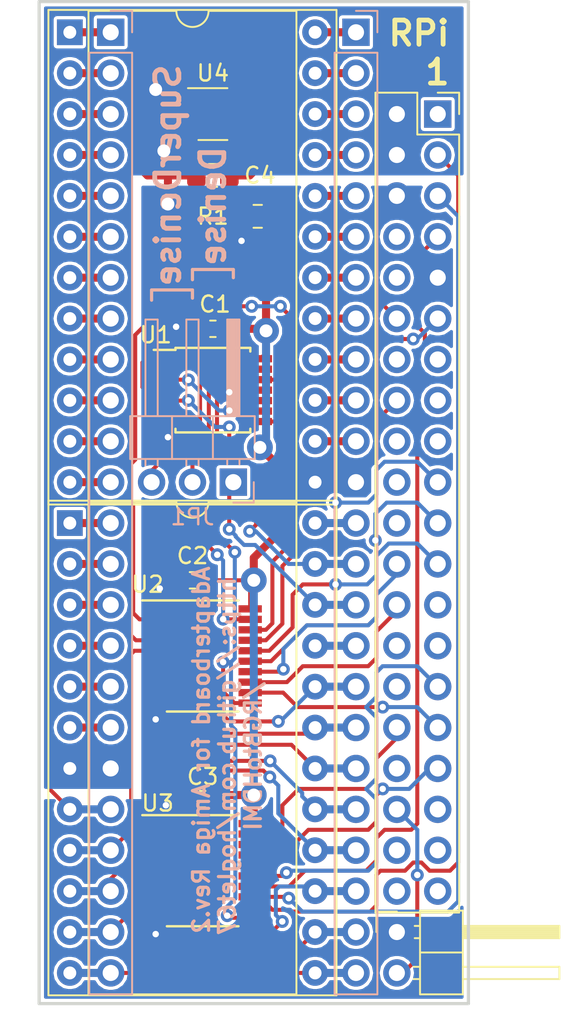
<source format=kicad_pcb>
(kicad_pcb (version 20171130) (host pcbnew "(5.0.0)")

  (general
    (thickness 1.6)
    (drawings 14)
    (tracks 520)
    (zones 0)
    (modules 16)
    (nets 94)
  )

  (page A4)
  (layers
    (0 F.Cu signal)
    (31 B.Cu signal)
    (32 B.Adhes user)
    (33 F.Adhes user)
    (34 B.Paste user)
    (35 F.Paste user)
    (36 B.SilkS user)
    (37 F.SilkS user)
    (38 B.Mask user)
    (39 F.Mask user)
    (40 Dwgs.User user)
    (41 Cmts.User user)
    (42 Eco1.User user)
    (43 Eco2.User user)
    (44 Edge.Cuts user)
    (45 Margin user)
    (46 B.CrtYd user)
    (47 F.CrtYd user)
    (48 B.Fab user)
    (49 F.Fab user)
  )

  (setup
    (last_trace_width 0.25)
    (user_trace_width 0.5)
    (trace_clearance 0.2)
    (zone_clearance 0.508)
    (zone_45_only no)
    (trace_min 0.2)
    (segment_width 0.2)
    (edge_width 0.15)
    (via_size 0.8)
    (via_drill 0.4)
    (via_min_size 0.4)
    (via_min_drill 0.3)
    (user_via 1.6 0.8)
    (uvia_size 0.3)
    (uvia_drill 0.1)
    (uvias_allowed no)
    (uvia_min_size 0.2)
    (uvia_min_drill 0.1)
    (pcb_text_width 0.3)
    (pcb_text_size 1.5 1.5)
    (mod_edge_width 0.15)
    (mod_text_size 1 1)
    (mod_text_width 0.15)
    (pad_size 1.524 1.524)
    (pad_drill 0.762)
    (pad_to_mask_clearance 0.2)
    (aux_axis_origin 0 0)
    (visible_elements 7FFFFFFF)
    (pcbplotparams
      (layerselection 0x010f0_ffffffff)
      (usegerberextensions false)
      (usegerberattributes false)
      (usegerberadvancedattributes false)
      (creategerberjobfile false)
      (excludeedgelayer true)
      (linewidth 0.100000)
      (plotframeref false)
      (viasonmask false)
      (mode 1)
      (useauxorigin false)
      (hpglpennumber 1)
      (hpglpenspeed 20)
      (hpglpendiameter 15.000000)
      (psnegative false)
      (psa4output false)
      (plotreference true)
      (plotvalue true)
      (plotinvisibletext false)
      (padsonsilk false)
      (subtractmaskfromsilk false)
      (outputformat 1)
      (mirror false)
      (drillshape 0)
      (scaleselection 1)
      (outputdirectory "./gerber"))
  )

  (net 0 "")
  (net 1 GND)
  (net 2 +3V3)
  (net 3 /B0)
  (net 4 /R3)
  (net 5 /R2)
  (net 6 /R1)
  (net 7 /R0)
  (net 8 +5V)
  (net 9 "Net-(JDenise1-Pad18)")
  (net 10 "Net-(JDenise1-Pad17)")
  (net 11 "Net-(JDenise1-Pad16)")
  (net 12 "Net-(JDenise1-Pad15)")
  (net 13 "Net-(JDenise1-Pad14)")
  (net 14 "Net-(JDenise1-Pad12)")
  (net 15 "Net-(JDenise1-Pad11)")
  (net 16 /CDAC)
  (net 17 "Net-(JDenise1-Pad10)")
  (net 18 "Net-(JDenise1-Pad9)")
  (net 19 /CSYNC)
  (net 20 "Net-(JDenise1-Pad8)")
  (net 21 /G3)
  (net 22 "Net-(JDenise1-Pad7)")
  (net 23 /G2)
  (net 24 "Net-(JDenise1-Pad6)")
  (net 25 /G1)
  (net 26 "Net-(JDenise1-Pad5)")
  (net 27 /G0)
  (net 28 "Net-(JDenise1-Pad4)")
  (net 29 /B3)
  (net 30 "Net-(JDenise1-Pad3)")
  (net 31 /B2)
  (net 32 "Net-(JDenise1-Pad2)")
  (net 33 /B1)
  (net 34 "Net-(JDenise1-Pad1)")
  (net 35 "Net-(JRaspberryPiZero1-Pad1)")
  (net 36 /PiCLK)
  (net 37 /PiCSYNC)
  (net 38 /PiR3)
  (net 39 /PiR2)
  (net 40 /PiR1)
  (net 41 "Net-(JRaspberryPiZero1-Pad13)")
  (net 42 /PiR0)
  (net 43 "Net-(JRaspberryPiZero1-Pad17)")
  (net 44 /PiG3)
  (net 45 /PiG2)
  (net 46 /PiG1)
  (net 47 /PiG0)
  (net 48 /PiB3)
  (net 49 /PiB2)
  (net 50 /PiB1)
  (net 51 /PiB0)
  (net 52 "Net-(U4-Pad4)")
  (net 53 "Net-(JRaspberryPiZero1-Pad8)")
  (net 54 "Net-(JRaspberryPiZero1-Pad10)")
  (net 55 "Net-(JRaspberryPiZero1-Pad12)")
  (net 56 "Net-(JRaspberryPiZero1-Pad18)")
  (net 57 "Net-(JRaspberryPiZero1-Pad22)")
  (net 58 "Net-(U1-Pad11)")
  (net 59 "Net-(JRaspberryPiZero1-Pad14)")
  (net 60 "Net-(JRaspberryPiZero1-Pad15)")
  (net 61 "Net-(JRaspberryPiZero1-Pad20)")
  (net 62 "Net-(JRaspberryPiZero1-Pad25)")
  (net 63 "Net-(JRaspberryPiZero1-Pad27)")
  (net 64 "Net-(JRaspberryPiZero1-Pad28)")
  (net 65 "Net-(JRaspberryPiZero1-Pad30)")
  (net 66 "Net-(JRaspberryPiZero1-Pad34)")
  (net 67 "Net-(JRaspberryPiZero1-Pad39)")
  (net 68 "Net-(JRaspberryPiZero1-Pad40)")
  (net 69 "Net-(JDenise1-Pad19)")
  (net 70 "Net-(JDenise1-Pad20)")
  (net 71 "Net-(JDenise1-Pad21)")
  (net 72 "Net-(JDenise1-Pad22)")
  (net 73 "Net-(JDenise1-Pad23)")
  (net 74 "Net-(JDenise1-Pad24)")
  (net 75 "Net-(JDenise2-Pad24)")
  (net 76 "Net-(JDenise2-Pad21)")
  (net 77 "Net-(JDenise2-Pad6)")
  (net 78 "Net-(JDenise2-Pad5)")
  (net 79 "Net-(JDenise2-Pad4)")
  (net 80 "Net-(JDenise2-Pad3)")
  (net 81 "Net-(JDenise2-Pad2)")
  (net 82 "Net-(JDenise2-Pad1)")
  (net 83 "Net-(JRaspberryPiZero1-Pad35)")
  (net 84 "Net-(JRaspberryPiZero1-Pad38)")
  (net 85 "Net-(U3-Pad18)")
  (net 86 "Net-(U3-Pad19)")
  (net 87 "Net-(JButton1-Pad2)")
  (net 88 "Net-(U1-Pad2)")
  (net 89 "Net-(JRaspberryPiZero1-Pad37)")
  (net 90 /7MHZ)
  (net 91 "Net-(JP1-Pad3)")
  (net 92 "Net-(JP1-Pad2)")
  (net 93 "Net-(U1-Pad3)")

  (net_class Default "Dies ist die voreingestellte Netzklasse."
    (clearance 0.2)
    (trace_width 0.25)
    (via_dia 0.8)
    (via_drill 0.4)
    (uvia_dia 0.3)
    (uvia_drill 0.1)
    (add_net +3V3)
    (add_net +5V)
    (add_net /7MHZ)
    (add_net /B0)
    (add_net /B1)
    (add_net /B2)
    (add_net /B3)
    (add_net /CDAC)
    (add_net /CSYNC)
    (add_net /G0)
    (add_net /G1)
    (add_net /G2)
    (add_net /G3)
    (add_net /PiB0)
    (add_net /PiB1)
    (add_net /PiB2)
    (add_net /PiB3)
    (add_net /PiCLK)
    (add_net /PiCSYNC)
    (add_net /PiG0)
    (add_net /PiG1)
    (add_net /PiG2)
    (add_net /PiG3)
    (add_net /PiR0)
    (add_net /PiR1)
    (add_net /PiR2)
    (add_net /PiR3)
    (add_net /R0)
    (add_net /R1)
    (add_net /R2)
    (add_net /R3)
    (add_net GND)
    (add_net "Net-(JButton1-Pad2)")
    (add_net "Net-(JDenise1-Pad1)")
    (add_net "Net-(JDenise1-Pad10)")
    (add_net "Net-(JDenise1-Pad11)")
    (add_net "Net-(JDenise1-Pad12)")
    (add_net "Net-(JDenise1-Pad14)")
    (add_net "Net-(JDenise1-Pad15)")
    (add_net "Net-(JDenise1-Pad16)")
    (add_net "Net-(JDenise1-Pad17)")
    (add_net "Net-(JDenise1-Pad18)")
    (add_net "Net-(JDenise1-Pad19)")
    (add_net "Net-(JDenise1-Pad2)")
    (add_net "Net-(JDenise1-Pad20)")
    (add_net "Net-(JDenise1-Pad21)")
    (add_net "Net-(JDenise1-Pad22)")
    (add_net "Net-(JDenise1-Pad23)")
    (add_net "Net-(JDenise1-Pad24)")
    (add_net "Net-(JDenise1-Pad3)")
    (add_net "Net-(JDenise1-Pad4)")
    (add_net "Net-(JDenise1-Pad5)")
    (add_net "Net-(JDenise1-Pad6)")
    (add_net "Net-(JDenise1-Pad7)")
    (add_net "Net-(JDenise1-Pad8)")
    (add_net "Net-(JDenise1-Pad9)")
    (add_net "Net-(JDenise2-Pad1)")
    (add_net "Net-(JDenise2-Pad2)")
    (add_net "Net-(JDenise2-Pad21)")
    (add_net "Net-(JDenise2-Pad24)")
    (add_net "Net-(JDenise2-Pad3)")
    (add_net "Net-(JDenise2-Pad4)")
    (add_net "Net-(JDenise2-Pad5)")
    (add_net "Net-(JDenise2-Pad6)")
    (add_net "Net-(JP1-Pad2)")
    (add_net "Net-(JP1-Pad3)")
    (add_net "Net-(JRaspberryPiZero1-Pad1)")
    (add_net "Net-(JRaspberryPiZero1-Pad10)")
    (add_net "Net-(JRaspberryPiZero1-Pad12)")
    (add_net "Net-(JRaspberryPiZero1-Pad13)")
    (add_net "Net-(JRaspberryPiZero1-Pad14)")
    (add_net "Net-(JRaspberryPiZero1-Pad15)")
    (add_net "Net-(JRaspberryPiZero1-Pad17)")
    (add_net "Net-(JRaspberryPiZero1-Pad18)")
    (add_net "Net-(JRaspberryPiZero1-Pad20)")
    (add_net "Net-(JRaspberryPiZero1-Pad22)")
    (add_net "Net-(JRaspberryPiZero1-Pad25)")
    (add_net "Net-(JRaspberryPiZero1-Pad27)")
    (add_net "Net-(JRaspberryPiZero1-Pad28)")
    (add_net "Net-(JRaspberryPiZero1-Pad30)")
    (add_net "Net-(JRaspberryPiZero1-Pad34)")
    (add_net "Net-(JRaspberryPiZero1-Pad35)")
    (add_net "Net-(JRaspberryPiZero1-Pad37)")
    (add_net "Net-(JRaspberryPiZero1-Pad38)")
    (add_net "Net-(JRaspberryPiZero1-Pad39)")
    (add_net "Net-(JRaspberryPiZero1-Pad40)")
    (add_net "Net-(JRaspberryPiZero1-Pad8)")
    (add_net "Net-(U1-Pad11)")
    (add_net "Net-(U1-Pad2)")
    (add_net "Net-(U1-Pad3)")
    (add_net "Net-(U3-Pad18)")
    (add_net "Net-(U3-Pad19)")
    (add_net "Net-(U4-Pad4)")
  )

  (module Package_SO:TSSOP-14_4.4x5mm_P0.65mm (layer F.Cu) (tedit 5A02F25C) (tstamp 5F382C8B)
    (at 125.73 83.185)
    (descr "14-Lead Plastic Thin Shrink Small Outline (ST)-4.4 mm Body [TSSOP] (see Microchip Packaging Specification 00000049BS.pdf)")
    (tags "SSOP 0.65")
    (path /5F56435F)
    (attr smd)
    (fp_text reference U1 (at -3.556 -3.429) (layer F.SilkS)
      (effects (font (size 1 1) (thickness 0.15)))
    )
    (fp_text value 74LVC86 (at 0 3.55) (layer F.Fab)
      (effects (font (size 1 1) (thickness 0.15)))
    )
    (fp_line (start -1.2 -2.5) (end 2.2 -2.5) (layer F.Fab) (width 0.15))
    (fp_line (start 2.2 -2.5) (end 2.2 2.5) (layer F.Fab) (width 0.15))
    (fp_line (start 2.2 2.5) (end -2.2 2.5) (layer F.Fab) (width 0.15))
    (fp_line (start -2.2 2.5) (end -2.2 -1.5) (layer F.Fab) (width 0.15))
    (fp_line (start -2.2 -1.5) (end -1.2 -2.5) (layer F.Fab) (width 0.15))
    (fp_line (start -3.95 -2.8) (end -3.95 2.8) (layer F.CrtYd) (width 0.05))
    (fp_line (start 3.95 -2.8) (end 3.95 2.8) (layer F.CrtYd) (width 0.05))
    (fp_line (start -3.95 -2.8) (end 3.95 -2.8) (layer F.CrtYd) (width 0.05))
    (fp_line (start -3.95 2.8) (end 3.95 2.8) (layer F.CrtYd) (width 0.05))
    (fp_line (start -2.325 -2.625) (end -2.325 -2.5) (layer F.SilkS) (width 0.15))
    (fp_line (start 2.325 -2.625) (end 2.325 -2.4) (layer F.SilkS) (width 0.15))
    (fp_line (start 2.325 2.625) (end 2.325 2.4) (layer F.SilkS) (width 0.15))
    (fp_line (start -2.325 2.625) (end -2.325 2.4) (layer F.SilkS) (width 0.15))
    (fp_line (start -2.325 -2.625) (end 2.325 -2.625) (layer F.SilkS) (width 0.15))
    (fp_line (start -2.325 2.625) (end 2.325 2.625) (layer F.SilkS) (width 0.15))
    (fp_line (start -2.325 -2.5) (end -3.675 -2.5) (layer F.SilkS) (width 0.15))
    (fp_text user %R (at 0 0) (layer F.Fab)
      (effects (font (size 0.8 0.8) (thickness 0.15)))
    )
    (pad 1 smd rect (at -2.95 -1.95) (size 1.45 0.45) (layers F.Cu F.Paste F.Mask)
      (net 2 +3V3))
    (pad 2 smd rect (at -2.95 -1.3) (size 1.45 0.45) (layers F.Cu F.Paste F.Mask)
      (net 88 "Net-(U1-Pad2)"))
    (pad 3 smd rect (at -2.95 -0.65) (size 1.45 0.45) (layers F.Cu F.Paste F.Mask)
      (net 93 "Net-(U1-Pad3)"))
    (pad 4 smd rect (at -2.95 0) (size 1.45 0.45) (layers F.Cu F.Paste F.Mask)
      (net 2 +3V3))
    (pad 5 smd rect (at -2.95 0.65) (size 1.45 0.45) (layers F.Cu F.Paste F.Mask)
      (net 90 /7MHZ))
    (pad 6 smd rect (at -2.95 1.3) (size 1.45 0.45) (layers F.Cu F.Paste F.Mask)
      (net 91 "Net-(JP1-Pad3)"))
    (pad 7 smd rect (at -2.95 1.95) (size 1.45 0.45) (layers F.Cu F.Paste F.Mask)
      (net 1 GND))
    (pad 8 smd rect (at 2.95 1.95) (size 1.45 0.45) (layers F.Cu F.Paste F.Mask)
      (net 36 /PiCLK))
    (pad 9 smd rect (at 2.95 1.3) (size 1.45 0.45) (layers F.Cu F.Paste F.Mask)
      (net 93 "Net-(U1-Pad3)"))
    (pad 10 smd rect (at 2.95 0.65) (size 1.45 0.45) (layers F.Cu F.Paste F.Mask)
      (net 1 GND))
    (pad 11 smd rect (at 2.95 0) (size 1.45 0.45) (layers F.Cu F.Paste F.Mask)
      (net 58 "Net-(U1-Pad11)"))
    (pad 12 smd rect (at 2.95 -0.65) (size 1.45 0.45) (layers F.Cu F.Paste F.Mask)
      (net 36 /PiCLK))
    (pad 13 smd rect (at 2.95 -1.3) (size 1.45 0.45) (layers F.Cu F.Paste F.Mask)
      (net 92 "Net-(JP1-Pad2)"))
    (pad 14 smd rect (at 2.95 -1.95) (size 1.45 0.45) (layers F.Cu F.Paste F.Mask)
      (net 2 +3V3))
    (model ${KISYS3DMOD}/Package_SO.3dshapes/TSSOP-14_4.4x5mm_P0.65mm.wrl
      (at (xyz 0 0 0))
      (scale (xyz 1 1 1))
      (rotate (xyz 0 0 0))
    )
  )

  (module Connector_PinHeader_2.54mm:PinHeader_1x24_P2.54mm_Vertical (layer B.Cu) (tedit 5F2BF7EC) (tstamp 5F3821ED)
    (at 119.38 60.96 180)
    (descr "Through hole straight pin header, 1x24, 2.54mm pitch, single row")
    (tags "Through hole pin header THT 1x24 2.54mm single row")
    (path /5F2D2DFE)
    (fp_text reference JMainBoard1 (at 0 2.33 180) (layer B.SilkS) hide
      (effects (font (size 1 1) (thickness 0.15)) (justify mirror))
    )
    (fp_text value Conn_01x24 (at 0 -60.75 180) (layer B.Fab)
      (effects (font (size 1 1) (thickness 0.15)) (justify mirror))
    )
    (fp_line (start -0.635 1.27) (end 1.27 1.27) (layer B.Fab) (width 0.1))
    (fp_line (start 1.27 1.27) (end 1.27 -59.69) (layer B.Fab) (width 0.1))
    (fp_line (start 1.27 -59.69) (end -1.27 -59.69) (layer B.Fab) (width 0.1))
    (fp_line (start -1.27 -59.69) (end -1.27 0.635) (layer B.Fab) (width 0.1))
    (fp_line (start -1.27 0.635) (end -0.635 1.27) (layer B.Fab) (width 0.1))
    (fp_line (start -1.33 -59.75) (end 1.33 -59.75) (layer B.SilkS) (width 0.12))
    (fp_line (start -1.33 -1.27) (end -1.33 -59.75) (layer B.SilkS) (width 0.12))
    (fp_line (start 1.33 -1.27) (end 1.33 -59.75) (layer B.SilkS) (width 0.12))
    (fp_line (start -1.33 -1.27) (end 1.33 -1.27) (layer B.SilkS) (width 0.12))
    (fp_line (start -1.33 0) (end -1.33 1.33) (layer B.SilkS) (width 0.12))
    (fp_line (start -1.33 1.33) (end 0 1.33) (layer B.SilkS) (width 0.12))
    (fp_line (start -1.8 1.8) (end -1.8 -60.2) (layer B.CrtYd) (width 0.05))
    (fp_line (start -1.8 -60.2) (end 1.8 -60.2) (layer B.CrtYd) (width 0.05))
    (fp_line (start 1.8 -60.2) (end 1.8 1.8) (layer B.CrtYd) (width 0.05))
    (fp_line (start 1.8 1.8) (end -1.8 1.8) (layer B.CrtYd) (width 0.05))
    (fp_text user %R (at 0 -29.21 90) (layer B.Fab)
      (effects (font (size 1 1) (thickness 0.15)) (justify mirror))
    )
    (pad 1 thru_hole rect (at 0 0 180) (size 1.7 1.7) (drill 1) (layers *.Cu *.Mask)
      (net 34 "Net-(JDenise1-Pad1)"))
    (pad 2 thru_hole oval (at 0 -2.54 180) (size 1.7 1.7) (drill 1) (layers *.Cu *.Mask)
      (net 32 "Net-(JDenise1-Pad2)"))
    (pad 3 thru_hole oval (at 0 -5.08 180) (size 1.7 1.7) (drill 1) (layers *.Cu *.Mask)
      (net 30 "Net-(JDenise1-Pad3)"))
    (pad 4 thru_hole oval (at 0 -7.62 180) (size 1.7 1.7) (drill 1) (layers *.Cu *.Mask)
      (net 28 "Net-(JDenise1-Pad4)"))
    (pad 5 thru_hole oval (at 0 -10.16 180) (size 1.7 1.7) (drill 1) (layers *.Cu *.Mask)
      (net 26 "Net-(JDenise1-Pad5)"))
    (pad 6 thru_hole oval (at 0 -12.7 180) (size 1.7 1.7) (drill 1) (layers *.Cu *.Mask)
      (net 24 "Net-(JDenise1-Pad6)"))
    (pad 7 thru_hole oval (at 0 -15.24 180) (size 1.7 1.7) (drill 1) (layers *.Cu *.Mask)
      (net 22 "Net-(JDenise1-Pad7)"))
    (pad 8 thru_hole oval (at 0 -17.78 180) (size 1.7 1.7) (drill 1) (layers *.Cu *.Mask)
      (net 20 "Net-(JDenise1-Pad8)"))
    (pad 9 thru_hole oval (at 0 -20.32 180) (size 1.7 1.7) (drill 1) (layers *.Cu *.Mask)
      (net 18 "Net-(JDenise1-Pad9)"))
    (pad 10 thru_hole oval (at 0 -22.86 180) (size 1.7 1.7) (drill 1) (layers *.Cu *.Mask)
      (net 17 "Net-(JDenise1-Pad10)"))
    (pad 11 thru_hole oval (at 0 -25.4 180) (size 1.7 1.7) (drill 1) (layers *.Cu *.Mask)
      (net 15 "Net-(JDenise1-Pad11)"))
    (pad 12 thru_hole oval (at 0 -27.94 180) (size 1.7 1.7) (drill 1) (layers *.Cu *.Mask)
      (net 14 "Net-(JDenise1-Pad12)"))
    (pad 13 thru_hole oval (at 0 -30.48 180) (size 1.7 1.7) (drill 1) (layers *.Cu *.Mask)
      (net 82 "Net-(JDenise2-Pad1)"))
    (pad 14 thru_hole oval (at 0 -33.02 180) (size 1.7 1.7) (drill 1) (layers *.Cu *.Mask)
      (net 81 "Net-(JDenise2-Pad2)"))
    (pad 15 thru_hole oval (at 0 -35.56 180) (size 1.7 1.7) (drill 1) (layers *.Cu *.Mask)
      (net 80 "Net-(JDenise2-Pad3)"))
    (pad 16 thru_hole oval (at 0 -38.1 180) (size 1.7 1.7) (drill 1) (layers *.Cu *.Mask)
      (net 79 "Net-(JDenise2-Pad4)"))
    (pad 17 thru_hole oval (at 0 -40.64 180) (size 1.7 1.7) (drill 1) (layers *.Cu *.Mask)
      (net 78 "Net-(JDenise2-Pad5)"))
    (pad 18 thru_hole oval (at 0 -43.18 180) (size 1.7 1.7) (drill 1) (layers *.Cu *.Mask)
      (net 77 "Net-(JDenise2-Pad6)"))
    (pad 19 thru_hole oval (at 0 -45.72 180) (size 1.7 1.7) (drill 1) (layers *.Cu *.Mask)
      (net 8 +5V))
    (pad 20 thru_hole oval (at 0 -48.26 180) (size 1.7 1.7) (drill 1) (layers *.Cu *.Mask)
      (net 7 /R0))
    (pad 21 thru_hole oval (at 0 -50.8 180) (size 1.7 1.7) (drill 1) (layers *.Cu *.Mask)
      (net 6 /R1))
    (pad 22 thru_hole oval (at 0 -53.34 180) (size 1.7 1.7) (drill 1) (layers *.Cu *.Mask)
      (net 5 /R2))
    (pad 23 thru_hole oval (at 0 -55.88 180) (size 1.7 1.7) (drill 1) (layers *.Cu *.Mask)
      (net 4 /R3))
    (pad 24 thru_hole oval (at 0 -58.42 180) (size 1.7 1.7) (drill 1) (layers *.Cu *.Mask)
      (net 3 /B0))
    (model ${KISYS3DMOD}/Connector_PinHeader_2.54mm.3dshapes/PinHeader_1x24_P2.54mm_Vertical.wrl
      (at (xyz 0 0 0))
      (scale (xyz 1 1 1))
      (rotate (xyz 0 0 0))
    )
  )

  (module Capacitor_SMD:C_0603_1608Metric_Pad1.05x0.95mm_HandSolder (layer F.Cu) (tedit 5B301BBE) (tstamp 5F36E99F)
    (at 125.73 79.375 180)
    (descr "Capacitor SMD 0603 (1608 Metric), square (rectangular) end terminal, IPC_7351 nominal with elongated pad for handsoldering. (Body size source: http://www.tortai-tech.com/upload/download/2011102023233369053.pdf), generated with kicad-footprint-generator")
    (tags "capacitor handsolder")
    (path /5FE10161)
    (attr smd)
    (fp_text reference C1 (at -0.127 1.524 180) (layer F.SilkS)
      (effects (font (size 1 1) (thickness 0.15)))
    )
    (fp_text value 100nF (at 0 1.43 180) (layer F.Fab)
      (effects (font (size 1 1) (thickness 0.15)))
    )
    (fp_text user %R (at 0 0 180) (layer F.Fab)
      (effects (font (size 0.4 0.4) (thickness 0.06)))
    )
    (fp_line (start 1.65 0.73) (end -1.65 0.73) (layer F.CrtYd) (width 0.05))
    (fp_line (start 1.65 -0.73) (end 1.65 0.73) (layer F.CrtYd) (width 0.05))
    (fp_line (start -1.65 -0.73) (end 1.65 -0.73) (layer F.CrtYd) (width 0.05))
    (fp_line (start -1.65 0.73) (end -1.65 -0.73) (layer F.CrtYd) (width 0.05))
    (fp_line (start -0.171267 0.51) (end 0.171267 0.51) (layer F.SilkS) (width 0.12))
    (fp_line (start -0.171267 -0.51) (end 0.171267 -0.51) (layer F.SilkS) (width 0.12))
    (fp_line (start 0.8 0.4) (end -0.8 0.4) (layer F.Fab) (width 0.1))
    (fp_line (start 0.8 -0.4) (end 0.8 0.4) (layer F.Fab) (width 0.1))
    (fp_line (start -0.8 -0.4) (end 0.8 -0.4) (layer F.Fab) (width 0.1))
    (fp_line (start -0.8 0.4) (end -0.8 -0.4) (layer F.Fab) (width 0.1))
    (pad 2 smd roundrect (at 0.875 0 180) (size 1.05 0.95) (layers F.Cu F.Paste F.Mask) (roundrect_rratio 0.25)
      (net 1 GND))
    (pad 1 smd roundrect (at -0.875 0 180) (size 1.05 0.95) (layers F.Cu F.Paste F.Mask) (roundrect_rratio 0.25)
      (net 2 +3V3))
    (model ${KISYS3DMOD}/Capacitor_SMD.3dshapes/C_0603_1608Metric.wrl
      (at (xyz 0 0 0))
      (scale (xyz 1 1 1))
      (rotate (xyz 0 0 0))
    )
  )

  (module Capacitor_SMD:C_0603_1608Metric_Pad1.05x0.95mm_HandSolder (layer F.Cu) (tedit 5B301BBE) (tstamp 5F372961)
    (at 124.46 94.996 180)
    (descr "Capacitor SMD 0603 (1608 Metric), square (rectangular) end terminal, IPC_7351 nominal with elongated pad for handsoldering. (Body size source: http://www.tortai-tech.com/upload/download/2011102023233369053.pdf), generated with kicad-footprint-generator")
    (tags "capacitor handsolder")
    (path /5FE101EB)
    (attr smd)
    (fp_text reference C2 (at 0 1.524 180) (layer F.SilkS)
      (effects (font (size 1 1) (thickness 0.15)))
    )
    (fp_text value 100nF (at 0 1.43 180) (layer F.Fab)
      (effects (font (size 1 1) (thickness 0.15)))
    )
    (fp_line (start -0.8 0.4) (end -0.8 -0.4) (layer F.Fab) (width 0.1))
    (fp_line (start -0.8 -0.4) (end 0.8 -0.4) (layer F.Fab) (width 0.1))
    (fp_line (start 0.8 -0.4) (end 0.8 0.4) (layer F.Fab) (width 0.1))
    (fp_line (start 0.8 0.4) (end -0.8 0.4) (layer F.Fab) (width 0.1))
    (fp_line (start -0.171267 -0.51) (end 0.171267 -0.51) (layer F.SilkS) (width 0.12))
    (fp_line (start -0.171267 0.51) (end 0.171267 0.51) (layer F.SilkS) (width 0.12))
    (fp_line (start -1.65 0.73) (end -1.65 -0.73) (layer F.CrtYd) (width 0.05))
    (fp_line (start -1.65 -0.73) (end 1.65 -0.73) (layer F.CrtYd) (width 0.05))
    (fp_line (start 1.65 -0.73) (end 1.65 0.73) (layer F.CrtYd) (width 0.05))
    (fp_line (start 1.65 0.73) (end -1.65 0.73) (layer F.CrtYd) (width 0.05))
    (fp_text user %R (at 0 0 180) (layer F.Fab)
      (effects (font (size 0.4 0.4) (thickness 0.06)))
    )
    (pad 1 smd roundrect (at -0.875 0 180) (size 1.05 0.95) (layers F.Cu F.Paste F.Mask) (roundrect_rratio 0.25)
      (net 2 +3V3))
    (pad 2 smd roundrect (at 0.875 0 180) (size 1.05 0.95) (layers F.Cu F.Paste F.Mask) (roundrect_rratio 0.25)
      (net 1 GND))
    (model ${KISYS3DMOD}/Capacitor_SMD.3dshapes/C_0603_1608Metric.wrl
      (at (xyz 0 0 0))
      (scale (xyz 1 1 1))
      (rotate (xyz 0 0 0))
    )
  )

  (module Capacitor_SMD:C_0603_1608Metric_Pad1.05x0.95mm_HandSolder (layer F.Cu) (tedit 5B301BBE) (tstamp 5F36E9C1)
    (at 125.095 108.585 180)
    (descr "Capacitor SMD 0603 (1608 Metric), square (rectangular) end terminal, IPC_7351 nominal with elongated pad for handsoldering. (Body size source: http://www.tortai-tech.com/upload/download/2011102023233369053.pdf), generated with kicad-footprint-generator")
    (tags "capacitor handsolder")
    (path /5FE1049B)
    (attr smd)
    (fp_text reference C3 (at 0 1.397 180) (layer F.SilkS)
      (effects (font (size 1 1) (thickness 0.15)))
    )
    (fp_text value 100nF (at 0 1.43 180) (layer F.Fab)
      (effects (font (size 1 1) (thickness 0.15)))
    )
    (fp_text user %R (at 0 0 180) (layer F.Fab)
      (effects (font (size 0.4 0.4) (thickness 0.06)))
    )
    (fp_line (start 1.65 0.73) (end -1.65 0.73) (layer F.CrtYd) (width 0.05))
    (fp_line (start 1.65 -0.73) (end 1.65 0.73) (layer F.CrtYd) (width 0.05))
    (fp_line (start -1.65 -0.73) (end 1.65 -0.73) (layer F.CrtYd) (width 0.05))
    (fp_line (start -1.65 0.73) (end -1.65 -0.73) (layer F.CrtYd) (width 0.05))
    (fp_line (start -0.171267 0.51) (end 0.171267 0.51) (layer F.SilkS) (width 0.12))
    (fp_line (start -0.171267 -0.51) (end 0.171267 -0.51) (layer F.SilkS) (width 0.12))
    (fp_line (start 0.8 0.4) (end -0.8 0.4) (layer F.Fab) (width 0.1))
    (fp_line (start 0.8 -0.4) (end 0.8 0.4) (layer F.Fab) (width 0.1))
    (fp_line (start -0.8 -0.4) (end 0.8 -0.4) (layer F.Fab) (width 0.1))
    (fp_line (start -0.8 0.4) (end -0.8 -0.4) (layer F.Fab) (width 0.1))
    (pad 2 smd roundrect (at 0.875 0 180) (size 1.05 0.95) (layers F.Cu F.Paste F.Mask) (roundrect_rratio 0.25)
      (net 1 GND))
    (pad 1 smd roundrect (at -0.875 0 180) (size 1.05 0.95) (layers F.Cu F.Paste F.Mask) (roundrect_rratio 0.25)
      (net 2 +3V3))
    (model ${KISYS3DMOD}/Capacitor_SMD.3dshapes/C_0603_1608Metric.wrl
      (at (xyz 0 0 0))
      (scale (xyz 1 1 1))
      (rotate (xyz 0 0 0))
    )
  )

  (module Package_SO:TSSOP-20_4.4x6.5mm_P0.65mm (layer F.Cu) (tedit 5A02F25C) (tstamp 5F36EBA1)
    (at 125.095 99.695)
    (descr "20-Lead Plastic Thin Shrink Small Outline (ST)-4.4 mm Body [TSSOP] (see Microchip Packaging Specification 00000049BS.pdf)")
    (tags "SSOP 0.65")
    (path /5F56462A)
    (attr smd)
    (fp_text reference U2 (at -3.429 -4.445) (layer F.SilkS)
      (effects (font (size 1 1) (thickness 0.15)))
    )
    (fp_text value 74LVC574 (at 0 4.3) (layer F.Fab)
      (effects (font (size 1 1) (thickness 0.15)))
    )
    (fp_text user %R (at 0 0) (layer F.Fab)
      (effects (font (size 0.8 0.8) (thickness 0.15)))
    )
    (fp_line (start -3.75 -3.45) (end 2.225 -3.45) (layer F.SilkS) (width 0.15))
    (fp_line (start -2.225 3.45) (end 2.225 3.45) (layer F.SilkS) (width 0.15))
    (fp_line (start -3.95 3.55) (end 3.95 3.55) (layer F.CrtYd) (width 0.05))
    (fp_line (start -3.95 -3.55) (end 3.95 -3.55) (layer F.CrtYd) (width 0.05))
    (fp_line (start 3.95 -3.55) (end 3.95 3.55) (layer F.CrtYd) (width 0.05))
    (fp_line (start -3.95 -3.55) (end -3.95 3.55) (layer F.CrtYd) (width 0.05))
    (fp_line (start -2.2 -2.25) (end -1.2 -3.25) (layer F.Fab) (width 0.15))
    (fp_line (start -2.2 3.25) (end -2.2 -2.25) (layer F.Fab) (width 0.15))
    (fp_line (start 2.2 3.25) (end -2.2 3.25) (layer F.Fab) (width 0.15))
    (fp_line (start 2.2 -3.25) (end 2.2 3.25) (layer F.Fab) (width 0.15))
    (fp_line (start -1.2 -3.25) (end 2.2 -3.25) (layer F.Fab) (width 0.15))
    (pad 20 smd rect (at 2.95 -2.925) (size 1.45 0.45) (layers F.Cu F.Paste F.Mask)
      (net 2 +3V3))
    (pad 19 smd rect (at 2.95 -2.275) (size 1.45 0.45) (layers F.Cu F.Paste F.Mask)
      (net 88 "Net-(U1-Pad2)"))
    (pad 18 smd rect (at 2.95 -1.625) (size 1.45 0.45) (layers F.Cu F.Paste F.Mask)
      (net 37 /PiCSYNC))
    (pad 17 smd rect (at 2.95 -0.975) (size 1.45 0.45) (layers F.Cu F.Paste F.Mask)
      (net 42 /PiR0))
    (pad 16 smd rect (at 2.95 -0.325) (size 1.45 0.45) (layers F.Cu F.Paste F.Mask)
      (net 40 /PiR1))
    (pad 15 smd rect (at 2.95 0.325) (size 1.45 0.45) (layers F.Cu F.Paste F.Mask)
      (net 44 /PiG3))
    (pad 14 smd rect (at 2.95 0.975) (size 1.45 0.45) (layers F.Cu F.Paste F.Mask)
      (net 45 /PiG2))
    (pad 13 smd rect (at 2.95 1.625) (size 1.45 0.45) (layers F.Cu F.Paste F.Mask)
      (net 46 /PiG1))
    (pad 12 smd rect (at 2.95 2.275) (size 1.45 0.45) (layers F.Cu F.Paste F.Mask)
      (net 47 /PiG0))
    (pad 11 smd rect (at 2.95 2.925) (size 1.45 0.45) (layers F.Cu F.Paste F.Mask)
      (net 58 "Net-(U1-Pad11)"))
    (pad 10 smd rect (at -2.95 2.925) (size 1.45 0.45) (layers F.Cu F.Paste F.Mask)
      (net 1 GND))
    (pad 9 smd rect (at -2.95 2.275) (size 1.45 0.45) (layers F.Cu F.Paste F.Mask)
      (net 27 /G0))
    (pad 8 smd rect (at -2.95 1.625) (size 1.45 0.45) (layers F.Cu F.Paste F.Mask)
      (net 25 /G1))
    (pad 7 smd rect (at -2.95 0.975) (size 1.45 0.45) (layers F.Cu F.Paste F.Mask)
      (net 23 /G2))
    (pad 6 smd rect (at -2.95 0.325) (size 1.45 0.45) (layers F.Cu F.Paste F.Mask)
      (net 21 /G3))
    (pad 5 smd rect (at -2.95 -0.325) (size 1.45 0.45) (layers F.Cu F.Paste F.Mask)
      (net 6 /R1))
    (pad 4 smd rect (at -2.95 -0.975) (size 1.45 0.45) (layers F.Cu F.Paste F.Mask)
      (net 7 /R0))
    (pad 3 smd rect (at -2.95 -1.625) (size 1.45 0.45) (layers F.Cu F.Paste F.Mask)
      (net 19 /CSYNC))
    (pad 2 smd rect (at -2.95 -2.275) (size 1.45 0.45) (layers F.Cu F.Paste F.Mask)
      (net 36 /PiCLK))
    (pad 1 smd rect (at -2.95 -2.925) (size 1.45 0.45) (layers F.Cu F.Paste F.Mask)
      (net 1 GND))
    (model ${KISYS3DMOD}/Package_SO.3dshapes/TSSOP-20_4.4x6.5mm_P0.65mm.wrl
      (at (xyz 0 0 0))
      (scale (xyz 1 1 1))
      (rotate (xyz 0 0 0))
    )
  )

  (module Package_SO:TSSOP-20_4.4x6.5mm_P0.65mm (layer F.Cu) (tedit 5F2BE6F9) (tstamp 5F383B17)
    (at 125.095 113.03)
    (descr "20-Lead Plastic Thin Shrink Small Outline (ST)-4.4 mm Body [TSSOP] (see Microchip Packaging Specification 00000049BS.pdf)")
    (tags "SSOP 0.65")
    (path /5F56452B)
    (attr smd)
    (fp_text reference U3 (at -2.794 -4.191) (layer F.SilkS)
      (effects (font (size 1 1) (thickness 0.15)))
    )
    (fp_text value 74LVC574 (at 0 4.3) (layer F.Fab)
      (effects (font (size 1 1) (thickness 0.15)))
    )
    (fp_line (start -1.2 -3.25) (end 2.2 -3.25) (layer F.Fab) (width 0.15))
    (fp_line (start 2.2 -3.25) (end 2.2 3.25) (layer F.Fab) (width 0.15))
    (fp_line (start 2.2 3.25) (end -2.2 3.25) (layer F.Fab) (width 0.15))
    (fp_line (start -2.2 3.25) (end -2.2 -2.25) (layer F.Fab) (width 0.15))
    (fp_line (start -2.2 -2.25) (end -1.2 -3.25) (layer F.Fab) (width 0.15))
    (fp_line (start -3.95 -3.55) (end -3.95 3.55) (layer F.CrtYd) (width 0.05))
    (fp_line (start 3.95 -3.55) (end 3.95 3.55) (layer F.CrtYd) (width 0.05))
    (fp_line (start -3.95 -3.55) (end 3.95 -3.55) (layer F.CrtYd) (width 0.05))
    (fp_line (start -3.95 3.55) (end 3.95 3.55) (layer F.CrtYd) (width 0.05))
    (fp_line (start -2.225 3.45) (end 2.225 3.45) (layer F.SilkS) (width 0.15))
    (fp_line (start -3.75 -3.45) (end 2.225 -3.45) (layer F.SilkS) (width 0.15))
    (fp_text user %R (at 0 0) (layer F.Fab)
      (effects (font (size 0.8 0.8) (thickness 0.15)))
    )
    (pad 1 smd rect (at -2.95 -2.925) (size 1.45 0.45) (layers F.Cu F.Paste F.Mask)
      (net 1 GND))
    (pad 2 smd rect (at -2.95 -2.275) (size 1.45 0.45) (layers F.Cu F.Paste F.Mask)
      (net 2 +3V3))
    (pad 3 smd rect (at -2.95 -1.625) (size 1.45 0.45) (layers F.Cu F.Paste F.Mask)
      (net 2 +3V3))
    (pad 4 smd rect (at -2.95 -0.975) (size 1.45 0.45) (layers F.Cu F.Paste F.Mask)
      (net 5 /R2))
    (pad 5 smd rect (at -2.95 -0.325) (size 1.45 0.45) (layers F.Cu F.Paste F.Mask)
      (net 4 /R3))
    (pad 6 smd rect (at -2.95 0.325) (size 1.45 0.45) (layers F.Cu F.Paste F.Mask)
      (net 29 /B3))
    (pad 7 smd rect (at -2.95 0.975) (size 1.45 0.45) (layers F.Cu F.Paste F.Mask)
      (net 31 /B2))
    (pad 8 smd rect (at -2.95 1.625) (size 1.45 0.45) (layers F.Cu F.Paste F.Mask)
      (net 33 /B1))
    (pad 9 smd rect (at -2.95 2.275) (size 1.45 0.45) (layers F.Cu F.Paste F.Mask)
      (net 3 /B0))
    (pad 10 smd rect (at -2.95 2.925) (size 1.45 0.45) (layers F.Cu F.Paste F.Mask)
      (net 1 GND))
    (pad 11 smd rect (at 2.95 2.925) (size 1.45 0.45) (layers F.Cu F.Paste F.Mask)
      (net 58 "Net-(U1-Pad11)"))
    (pad 12 smd rect (at 2.95 2.275) (size 1.45 0.45) (layers F.Cu F.Paste F.Mask)
      (net 51 /PiB0))
    (pad 13 smd rect (at 2.95 1.625) (size 1.45 0.45) (layers F.Cu F.Paste F.Mask)
      (net 50 /PiB1))
    (pad 14 smd rect (at 2.95 0.975) (size 1.45 0.45) (layers F.Cu F.Paste F.Mask)
      (net 49 /PiB2))
    (pad 15 smd rect (at 2.95 0.325) (size 1.45 0.45) (layers F.Cu F.Paste F.Mask)
      (net 48 /PiB3))
    (pad 16 smd rect (at 2.95 -0.325) (size 1.45 0.45) (layers F.Cu F.Paste F.Mask)
      (net 38 /PiR3))
    (pad 17 smd rect (at 2.95 -0.975) (size 1.45 0.45) (layers F.Cu F.Paste F.Mask)
      (net 39 /PiR2))
    (pad 18 smd rect (at 2.95 -1.625) (size 1.45 0.45) (layers F.Cu F.Paste F.Mask)
      (net 85 "Net-(U3-Pad18)"))
    (pad 19 smd rect (at 2.95 -2.275) (size 1.45 0.45) (layers F.Cu F.Paste F.Mask)
      (net 86 "Net-(U3-Pad19)"))
    (pad 20 smd rect (at 2.95 -2.925) (size 1.45 0.45) (layers F.Cu F.Paste F.Mask)
      (net 2 +3V3))
    (model ${KISYS3DMOD}/Package_SO.3dshapes/TSSOP-20_4.4x6.5mm_P0.65mm.wrl
      (at (xyz 0 0 0))
      (scale (xyz 1 1 1))
      (rotate (xyz 0 0 0))
    )
  )

  (module Package_TO_SOT_SMD:SOT-23-5_HandSoldering (layer F.Cu) (tedit 5A0AB76C) (tstamp 5F3856BC)
    (at 125.73 66.04)
    (descr "5-pin SOT23 package")
    (tags "SOT-23-5 hand-soldering")
    (path /5FD0A50A)
    (attr smd)
    (fp_text reference U4 (at 0 -2.54) (layer F.SilkS)
      (effects (font (size 1 1) (thickness 0.15)))
    )
    (fp_text value TLV74333PDBVR (at 0 2.9) (layer F.Fab)
      (effects (font (size 1 1) (thickness 0.15)))
    )
    (fp_text user %R (at 0 0 90) (layer F.Fab)
      (effects (font (size 0.5 0.5) (thickness 0.075)))
    )
    (fp_line (start -0.9 1.61) (end 0.9 1.61) (layer F.SilkS) (width 0.12))
    (fp_line (start 0.9 -1.61) (end -1.55 -1.61) (layer F.SilkS) (width 0.12))
    (fp_line (start -0.9 -0.9) (end -0.25 -1.55) (layer F.Fab) (width 0.1))
    (fp_line (start 0.9 -1.55) (end -0.25 -1.55) (layer F.Fab) (width 0.1))
    (fp_line (start -0.9 -0.9) (end -0.9 1.55) (layer F.Fab) (width 0.1))
    (fp_line (start 0.9 1.55) (end -0.9 1.55) (layer F.Fab) (width 0.1))
    (fp_line (start 0.9 -1.55) (end 0.9 1.55) (layer F.Fab) (width 0.1))
    (fp_line (start -2.38 -1.8) (end 2.38 -1.8) (layer F.CrtYd) (width 0.05))
    (fp_line (start -2.38 -1.8) (end -2.38 1.8) (layer F.CrtYd) (width 0.05))
    (fp_line (start 2.38 1.8) (end 2.38 -1.8) (layer F.CrtYd) (width 0.05))
    (fp_line (start 2.38 1.8) (end -2.38 1.8) (layer F.CrtYd) (width 0.05))
    (pad 1 smd rect (at -1.35 -0.95) (size 1.56 0.65) (layers F.Cu F.Paste F.Mask)
      (net 8 +5V))
    (pad 2 smd rect (at -1.35 0) (size 1.56 0.65) (layers F.Cu F.Paste F.Mask)
      (net 1 GND))
    (pad 3 smd rect (at -1.35 0.95) (size 1.56 0.65) (layers F.Cu F.Paste F.Mask)
      (net 8 +5V))
    (pad 4 smd rect (at 1.35 0.95) (size 1.56 0.65) (layers F.Cu F.Paste F.Mask)
      (net 52 "Net-(U4-Pad4)"))
    (pad 5 smd rect (at 1.35 -0.95) (size 1.56 0.65) (layers F.Cu F.Paste F.Mask)
      (net 2 +3V3))
    (model ${KISYS3DMOD}/Package_TO_SOT_SMD.3dshapes/SOT-23-5.wrl
      (at (xyz 0 0 0))
      (scale (xyz 1 1 1))
      (rotate (xyz 0 0 0))
    )
  )

  (module Connector_PinSocket_2.54mm:PinSocket_2x20_P2.54mm_Vertical (layer F.Cu) (tedit 5F2BF76F) (tstamp 5F36F6CB)
    (at 139.7 66.04)
    (descr "Through hole straight socket strip, 2x20, 2.54mm pitch, double cols (from Kicad 4.0.7), script generated")
    (tags "Through hole socket strip THT 2x20 2.54mm double row")
    (path /5F2A889B)
    (fp_text reference JRaspberryPiZero1 (at -1.27 -2.77) (layer F.SilkS) hide
      (effects (font (size 1 1) (thickness 0.15)))
    )
    (fp_text value Conn_02x20_Odd_Even (at -1.27 51.03) (layer F.Fab)
      (effects (font (size 1 1) (thickness 0.15)))
    )
    (fp_line (start -3.81 -1.27) (end 0.27 -1.27) (layer F.Fab) (width 0.1))
    (fp_line (start 0.27 -1.27) (end 1.27 -0.27) (layer F.Fab) (width 0.1))
    (fp_line (start 1.27 -0.27) (end 1.27 49.53) (layer F.Fab) (width 0.1))
    (fp_line (start 1.27 49.53) (end -3.81 49.53) (layer F.Fab) (width 0.1))
    (fp_line (start -3.81 49.53) (end -3.81 -1.27) (layer F.Fab) (width 0.1))
    (fp_line (start -3.87 -1.33) (end -1.27 -1.33) (layer F.SilkS) (width 0.12))
    (fp_line (start -3.87 -1.33) (end -3.87 49.59) (layer F.SilkS) (width 0.12))
    (fp_line (start -3.87 49.59) (end 1.33 49.59) (layer F.SilkS) (width 0.12))
    (fp_line (start 1.33 1.27) (end 1.33 49.59) (layer F.SilkS) (width 0.12))
    (fp_line (start -1.27 1.27) (end 1.33 1.27) (layer F.SilkS) (width 0.12))
    (fp_line (start -1.27 -1.33) (end -1.27 1.27) (layer F.SilkS) (width 0.12))
    (fp_line (start 1.33 -1.33) (end 1.33 0) (layer F.SilkS) (width 0.12))
    (fp_line (start 0 -1.33) (end 1.33 -1.33) (layer F.SilkS) (width 0.12))
    (fp_line (start -4.34 -1.8) (end 1.76 -1.8) (layer F.CrtYd) (width 0.05))
    (fp_line (start 1.76 -1.8) (end 1.76 50) (layer F.CrtYd) (width 0.05))
    (fp_line (start 1.76 50) (end -4.34 50) (layer F.CrtYd) (width 0.05))
    (fp_line (start -4.34 50) (end -4.34 -1.8) (layer F.CrtYd) (width 0.05))
    (fp_text user %R (at -1.27 24.13 90) (layer F.Fab)
      (effects (font (size 1 1) (thickness 0.15)))
    )
    (pad 1 thru_hole rect (at 0 0) (size 1.7 1.7) (drill 1) (layers *.Cu *.Mask)
      (net 35 "Net-(JRaspberryPiZero1-Pad1)"))
    (pad 2 thru_hole oval (at -2.54 0) (size 1.7 1.7) (drill 1) (layers *.Cu *.Mask)
      (net 8 +5V))
    (pad 3 thru_hole oval (at 0 2.54) (size 1.7 1.7) (drill 1) (layers *.Cu *.Mask)
      (net 51 /PiB0))
    (pad 4 thru_hole oval (at -2.54 2.54) (size 1.7 1.7) (drill 1) (layers *.Cu *.Mask)
      (net 8 +5V))
    (pad 5 thru_hole oval (at 0 5.08) (size 1.7 1.7) (drill 1) (layers *.Cu *.Mask)
      (net 50 /PiB1))
    (pad 6 thru_hole oval (at -2.54 5.08) (size 1.7 1.7) (drill 1) (layers *.Cu *.Mask)
      (net 1 GND))
    (pad 7 thru_hole oval (at 0 7.62) (size 1.7 1.7) (drill 1) (layers *.Cu *.Mask)
      (net 49 /PiB2))
    (pad 8 thru_hole oval (at -2.54 7.62) (size 1.7 1.7) (drill 1) (layers *.Cu *.Mask)
      (net 53 "Net-(JRaspberryPiZero1-Pad8)"))
    (pad 9 thru_hole oval (at 0 10.16) (size 1.7 1.7) (drill 1) (layers *.Cu *.Mask)
      (net 1 GND))
    (pad 10 thru_hole oval (at -2.54 10.16) (size 1.7 1.7) (drill 1) (layers *.Cu *.Mask)
      (net 54 "Net-(JRaspberryPiZero1-Pad10)"))
    (pad 11 thru_hole oval (at 0 12.7) (size 1.7 1.7) (drill 1) (layers *.Cu *.Mask)
      (net 36 /PiCLK))
    (pad 12 thru_hole oval (at -2.54 12.7) (size 1.7 1.7) (drill 1) (layers *.Cu *.Mask)
      (net 55 "Net-(JRaspberryPiZero1-Pad12)"))
    (pad 13 thru_hole oval (at 0 15.24) (size 1.7 1.7) (drill 1) (layers *.Cu *.Mask)
      (net 41 "Net-(JRaspberryPiZero1-Pad13)"))
    (pad 14 thru_hole oval (at -2.54 15.24) (size 1.7 1.7) (drill 1) (layers *.Cu *.Mask)
      (net 59 "Net-(JRaspberryPiZero1-Pad14)"))
    (pad 15 thru_hole oval (at 0 17.78) (size 1.7 1.7) (drill 1) (layers *.Cu *.Mask)
      (net 60 "Net-(JRaspberryPiZero1-Pad15)"))
    (pad 16 thru_hole oval (at -2.54 17.78) (size 1.7 1.7) (drill 1) (layers *.Cu *.Mask)
      (net 37 /PiCSYNC))
    (pad 17 thru_hole oval (at 0 20.32) (size 1.7 1.7) (drill 1) (layers *.Cu *.Mask)
      (net 43 "Net-(JRaspberryPiZero1-Pad17)"))
    (pad 18 thru_hole oval (at -2.54 20.32) (size 1.7 1.7) (drill 1) (layers *.Cu *.Mask)
      (net 56 "Net-(JRaspberryPiZero1-Pad18)"))
    (pad 19 thru_hole oval (at 0 22.86) (size 1.7 1.7) (drill 1) (layers *.Cu *.Mask)
      (net 42 /PiR0))
    (pad 20 thru_hole oval (at -2.54 22.86) (size 1.7 1.7) (drill 1) (layers *.Cu *.Mask)
      (net 61 "Net-(JRaspberryPiZero1-Pad20)"))
    (pad 21 thru_hole oval (at 0 25.4) (size 1.7 1.7) (drill 1) (layers *.Cu *.Mask)
      (net 44 /PiG3))
    (pad 22 thru_hole oval (at -2.54 25.4) (size 1.7 1.7) (drill 1) (layers *.Cu *.Mask)
      (net 57 "Net-(JRaspberryPiZero1-Pad22)"))
    (pad 23 thru_hole oval (at 0 27.94) (size 1.7 1.7) (drill 1) (layers *.Cu *.Mask)
      (net 40 /PiR1))
    (pad 24 thru_hole oval (at -2.54 27.94) (size 1.7 1.7) (drill 1) (layers *.Cu *.Mask)
      (net 45 /PiG2))
    (pad 25 thru_hole oval (at 0 30.48) (size 1.7 1.7) (drill 1) (layers *.Cu *.Mask)
      (net 62 "Net-(JRaspberryPiZero1-Pad25)"))
    (pad 26 thru_hole oval (at -2.54 30.48) (size 1.7 1.7) (drill 1) (layers *.Cu *.Mask)
      (net 46 /PiG1))
    (pad 27 thru_hole oval (at 0 33.02) (size 1.7 1.7) (drill 1) (layers *.Cu *.Mask)
      (net 63 "Net-(JRaspberryPiZero1-Pad27)"))
    (pad 28 thru_hole oval (at -2.54 33.02) (size 1.7 1.7) (drill 1) (layers *.Cu *.Mask)
      (net 64 "Net-(JRaspberryPiZero1-Pad28)"))
    (pad 29 thru_hole oval (at 0 35.56) (size 1.7 1.7) (drill 1) (layers *.Cu *.Mask)
      (net 48 /PiB3))
    (pad 30 thru_hole oval (at -2.54 35.56) (size 1.7 1.7) (drill 1) (layers *.Cu *.Mask)
      (net 65 "Net-(JRaspberryPiZero1-Pad30)"))
    (pad 31 thru_hole oval (at 0 38.1) (size 1.7 1.7) (drill 1) (layers *.Cu *.Mask)
      (net 47 /PiG0))
    (pad 32 thru_hole oval (at -2.54 38.1) (size 1.7 1.7) (drill 1) (layers *.Cu *.Mask)
      (net 39 /PiR2))
    (pad 33 thru_hole oval (at 0 40.64) (size 1.7 1.7) (drill 1) (layers *.Cu *.Mask)
      (net 38 /PiR3))
    (pad 34 thru_hole oval (at -2.54 40.64) (size 1.7 1.7) (drill 1) (layers *.Cu *.Mask)
      (net 66 "Net-(JRaspberryPiZero1-Pad34)"))
    (pad 35 thru_hole oval (at 0 43.18) (size 1.7 1.7) (drill 1) (layers *.Cu *.Mask)
      (net 83 "Net-(JRaspberryPiZero1-Pad35)"))
    (pad 36 thru_hole oval (at -2.54 43.18) (size 1.7 1.7) (drill 1) (layers *.Cu *.Mask)
      (net 87 "Net-(JButton1-Pad2)"))
    (pad 37 thru_hole oval (at 0 45.72) (size 1.7 1.7) (drill 1) (layers *.Cu *.Mask)
      (net 89 "Net-(JRaspberryPiZero1-Pad37)"))
    (pad 38 thru_hole oval (at -2.54 45.72) (size 1.7 1.7) (drill 1) (layers *.Cu *.Mask)
      (net 84 "Net-(JRaspberryPiZero1-Pad38)"))
    (pad 39 thru_hole oval (at 0 48.26) (size 1.7 1.7) (drill 1) (layers *.Cu *.Mask)
      (net 67 "Net-(JRaspberryPiZero1-Pad39)"))
    (pad 40 thru_hole oval (at -2.54 48.26) (size 1.7 1.7) (drill 1) (layers *.Cu *.Mask)
      (net 68 "Net-(JRaspberryPiZero1-Pad40)"))
    (model ${KISYS3DMOD}/Connector_PinSocket_2.54mm.3dshapes/PinSocket_2x20_P2.54mm_Vertical.wrl
      (at (xyz 0 0 0))
      (scale (xyz 1 1 1))
      (rotate (xyz 0 0 0))
    )
  )

  (module Connector_PinHeader_2.54mm:PinHeader_1x24_P2.54mm_Vertical (layer B.Cu) (tedit 5F2BF7E4) (tstamp 5F382243)
    (at 134.62 60.96 180)
    (descr "Through hole straight pin header, 1x24, 2.54mm pitch, single row")
    (tags "Through hole pin header THT 1x24 2.54mm single row")
    (path /5F2EEB90)
    (fp_text reference JMainBoard2 (at 0 2.33 180) (layer B.SilkS) hide
      (effects (font (size 1 1) (thickness 0.15)) (justify mirror))
    )
    (fp_text value Conn_01x24 (at 0 -60.75 180) (layer B.Fab)
      (effects (font (size 1 1) (thickness 0.15)) (justify mirror))
    )
    (fp_text user %R (at 0 -29.21 90) (layer B.Fab)
      (effects (font (size 1 1) (thickness 0.15)) (justify mirror))
    )
    (fp_line (start 1.8 1.8) (end -1.8 1.8) (layer B.CrtYd) (width 0.05))
    (fp_line (start 1.8 -60.2) (end 1.8 1.8) (layer B.CrtYd) (width 0.05))
    (fp_line (start -1.8 -60.2) (end 1.8 -60.2) (layer B.CrtYd) (width 0.05))
    (fp_line (start -1.8 1.8) (end -1.8 -60.2) (layer B.CrtYd) (width 0.05))
    (fp_line (start -1.33 1.33) (end 0 1.33) (layer B.SilkS) (width 0.12))
    (fp_line (start -1.33 0) (end -1.33 1.33) (layer B.SilkS) (width 0.12))
    (fp_line (start -1.33 -1.27) (end 1.33 -1.27) (layer B.SilkS) (width 0.12))
    (fp_line (start 1.33 -1.27) (end 1.33 -59.75) (layer B.SilkS) (width 0.12))
    (fp_line (start -1.33 -1.27) (end -1.33 -59.75) (layer B.SilkS) (width 0.12))
    (fp_line (start -1.33 -59.75) (end 1.33 -59.75) (layer B.SilkS) (width 0.12))
    (fp_line (start -1.27 0.635) (end -0.635 1.27) (layer B.Fab) (width 0.1))
    (fp_line (start -1.27 -59.69) (end -1.27 0.635) (layer B.Fab) (width 0.1))
    (fp_line (start 1.27 -59.69) (end -1.27 -59.69) (layer B.Fab) (width 0.1))
    (fp_line (start 1.27 1.27) (end 1.27 -59.69) (layer B.Fab) (width 0.1))
    (fp_line (start -0.635 1.27) (end 1.27 1.27) (layer B.Fab) (width 0.1))
    (pad 24 thru_hole oval (at 0 -58.42 180) (size 1.7 1.7) (drill 1) (layers *.Cu *.Mask)
      (net 33 /B1))
    (pad 23 thru_hole oval (at 0 -55.88 180) (size 1.7 1.7) (drill 1) (layers *.Cu *.Mask)
      (net 31 /B2))
    (pad 22 thru_hole oval (at 0 -53.34 180) (size 1.7 1.7) (drill 1) (layers *.Cu *.Mask)
      (net 29 /B3))
    (pad 21 thru_hole oval (at 0 -50.8 180) (size 1.7 1.7) (drill 1) (layers *.Cu *.Mask)
      (net 27 /G0))
    (pad 20 thru_hole oval (at 0 -48.26 180) (size 1.7 1.7) (drill 1) (layers *.Cu *.Mask)
      (net 25 /G1))
    (pad 19 thru_hole oval (at 0 -45.72 180) (size 1.7 1.7) (drill 1) (layers *.Cu *.Mask)
      (net 23 /G2))
    (pad 18 thru_hole oval (at 0 -43.18 180) (size 1.7 1.7) (drill 1) (layers *.Cu *.Mask)
      (net 21 /G3))
    (pad 17 thru_hole oval (at 0 -40.64 180) (size 1.7 1.7) (drill 1) (layers *.Cu *.Mask)
      (net 19 /CSYNC))
    (pad 16 thru_hole oval (at 0 -38.1 180) (size 1.7 1.7) (drill 1) (layers *.Cu *.Mask)
      (net 76 "Net-(JDenise2-Pad21)"))
    (pad 15 thru_hole oval (at 0 -35.56 180) (size 1.7 1.7) (drill 1) (layers *.Cu *.Mask)
      (net 16 /CDAC))
    (pad 14 thru_hole oval (at 0 -33.02 180) (size 1.7 1.7) (drill 1) (layers *.Cu *.Mask)
      (net 90 /7MHZ))
    (pad 13 thru_hole oval (at 0 -30.48 180) (size 1.7 1.7) (drill 1) (layers *.Cu *.Mask)
      (net 75 "Net-(JDenise2-Pad24)"))
    (pad 12 thru_hole oval (at 0 -27.94 180) (size 1.7 1.7) (drill 1) (layers *.Cu *.Mask)
      (net 1 GND))
    (pad 11 thru_hole oval (at 0 -25.4 180) (size 1.7 1.7) (drill 1) (layers *.Cu *.Mask)
      (net 13 "Net-(JDenise1-Pad14)"))
    (pad 10 thru_hole oval (at 0 -22.86 180) (size 1.7 1.7) (drill 1) (layers *.Cu *.Mask)
      (net 12 "Net-(JDenise1-Pad15)"))
    (pad 9 thru_hole oval (at 0 -20.32 180) (size 1.7 1.7) (drill 1) (layers *.Cu *.Mask)
      (net 11 "Net-(JDenise1-Pad16)"))
    (pad 8 thru_hole oval (at 0 -17.78 180) (size 1.7 1.7) (drill 1) (layers *.Cu *.Mask)
      (net 10 "Net-(JDenise1-Pad17)"))
    (pad 7 thru_hole oval (at 0 -15.24 180) (size 1.7 1.7) (drill 1) (layers *.Cu *.Mask)
      (net 9 "Net-(JDenise1-Pad18)"))
    (pad 6 thru_hole oval (at 0 -12.7 180) (size 1.7 1.7) (drill 1) (layers *.Cu *.Mask)
      (net 69 "Net-(JDenise1-Pad19)"))
    (pad 5 thru_hole oval (at 0 -10.16 180) (size 1.7 1.7) (drill 1) (layers *.Cu *.Mask)
      (net 70 "Net-(JDenise1-Pad20)"))
    (pad 4 thru_hole oval (at 0 -7.62 180) (size 1.7 1.7) (drill 1) (layers *.Cu *.Mask)
      (net 71 "Net-(JDenise1-Pad21)"))
    (pad 3 thru_hole oval (at 0 -5.08 180) (size 1.7 1.7) (drill 1) (layers *.Cu *.Mask)
      (net 72 "Net-(JDenise1-Pad22)"))
    (pad 2 thru_hole oval (at 0 -2.54 180) (size 1.7 1.7) (drill 1) (layers *.Cu *.Mask)
      (net 73 "Net-(JDenise1-Pad23)"))
    (pad 1 thru_hole rect (at 0 0 180) (size 1.7 1.7) (drill 1) (layers *.Cu *.Mask)
      (net 74 "Net-(JDenise1-Pad24)"))
    (model ${KISYS3DMOD}/Connector_PinHeader_2.54mm.3dshapes/PinHeader_1x24_P2.54mm_Vertical.wrl
      (at (xyz 0 0 0))
      (scale (xyz 1 1 1))
      (rotate (xyz 0 0 0))
    )
  )

  (module Capacitor_SMD:C_0805_2012Metric_Pad1.15x1.40mm_HandSolder (layer F.Cu) (tedit 5B36C52B) (tstamp 5F38559E)
    (at 125.73 69.85 180)
    (descr "Capacitor SMD 0805 (2012 Metric), square (rectangular) end terminal, IPC_7351 nominal with elongated pad for handsoldering. (Body size source: https://docs.google.com/spreadsheets/d/1BsfQQcO9C6DZCsRaXUlFlo91Tg2WpOkGARC1WS5S8t0/edit?usp=sharing), generated with kicad-footprint-generator")
    (tags "capacitor handsolder")
    (path /5FE100A9)
    (attr smd)
    (fp_text reference C4 (at -2.921 0 180) (layer F.SilkS)
      (effects (font (size 1 1) (thickness 0.15)))
    )
    (fp_text value 1uF (at 0 1.65 180) (layer F.Fab)
      (effects (font (size 1 1) (thickness 0.15)))
    )
    (fp_line (start -1 0.6) (end -1 -0.6) (layer F.Fab) (width 0.1))
    (fp_line (start -1 -0.6) (end 1 -0.6) (layer F.Fab) (width 0.1))
    (fp_line (start 1 -0.6) (end 1 0.6) (layer F.Fab) (width 0.1))
    (fp_line (start 1 0.6) (end -1 0.6) (layer F.Fab) (width 0.1))
    (fp_line (start -0.261252 -0.71) (end 0.261252 -0.71) (layer F.SilkS) (width 0.12))
    (fp_line (start -0.261252 0.71) (end 0.261252 0.71) (layer F.SilkS) (width 0.12))
    (fp_line (start -1.85 0.95) (end -1.85 -0.95) (layer F.CrtYd) (width 0.05))
    (fp_line (start -1.85 -0.95) (end 1.85 -0.95) (layer F.CrtYd) (width 0.05))
    (fp_line (start 1.85 -0.95) (end 1.85 0.95) (layer F.CrtYd) (width 0.05))
    (fp_line (start 1.85 0.95) (end -1.85 0.95) (layer F.CrtYd) (width 0.05))
    (fp_text user %R (at 0 0 180) (layer F.Fab)
      (effects (font (size 0.5 0.5) (thickness 0.08)))
    )
    (pad 1 smd roundrect (at -1.025 0 180) (size 1.15 1.4) (layers F.Cu F.Paste F.Mask) (roundrect_rratio 0.217391)
      (net 2 +3V3))
    (pad 2 smd roundrect (at 1.025 0 180) (size 1.15 1.4) (layers F.Cu F.Paste F.Mask) (roundrect_rratio 0.217391)
      (net 1 GND))
    (model ${KISYS3DMOD}/Capacitor_SMD.3dshapes/C_0805_2012Metric.wrl
      (at (xyz 0 0 0))
      (scale (xyz 1 1 1))
      (rotate (xyz 0 0 0))
    )
  )

  (module Resistor_SMD:R_0805_2012Metric_Pad1.15x1.40mm_HandSolder (layer F.Cu) (tedit 5B36C52B) (tstamp 5F3855FF)
    (at 128.515 72.39 180)
    (descr "Resistor SMD 0805 (2012 Metric), square (rectangular) end terminal, IPC_7351 nominal with elongated pad for handsoldering. (Body size source: https://docs.google.com/spreadsheets/d/1BsfQQcO9C6DZCsRaXUlFlo91Tg2WpOkGARC1WS5S8t0/edit?usp=sharing), generated with kicad-footprint-generator")
    (tags "resistor handsolder")
    (path /5FA8375F)
    (attr smd)
    (fp_text reference R1 (at 2.785 0 180) (layer F.SilkS)
      (effects (font (size 1 1) (thickness 0.15)))
    )
    (fp_text value 3k3 (at 0 1.65 180) (layer F.Fab)
      (effects (font (size 1 1) (thickness 0.15)))
    )
    (fp_line (start -1 0.6) (end -1 -0.6) (layer F.Fab) (width 0.1))
    (fp_line (start -1 -0.6) (end 1 -0.6) (layer F.Fab) (width 0.1))
    (fp_line (start 1 -0.6) (end 1 0.6) (layer F.Fab) (width 0.1))
    (fp_line (start 1 0.6) (end -1 0.6) (layer F.Fab) (width 0.1))
    (fp_line (start -0.261252 -0.71) (end 0.261252 -0.71) (layer F.SilkS) (width 0.12))
    (fp_line (start -0.261252 0.71) (end 0.261252 0.71) (layer F.SilkS) (width 0.12))
    (fp_line (start -1.85 0.95) (end -1.85 -0.95) (layer F.CrtYd) (width 0.05))
    (fp_line (start -1.85 -0.95) (end 1.85 -0.95) (layer F.CrtYd) (width 0.05))
    (fp_line (start 1.85 -0.95) (end 1.85 0.95) (layer F.CrtYd) (width 0.05))
    (fp_line (start 1.85 0.95) (end -1.85 0.95) (layer F.CrtYd) (width 0.05))
    (fp_text user %R (at 0 0 180) (layer F.Fab)
      (effects (font (size 0.5 0.5) (thickness 0.08)))
    )
    (pad 1 smd roundrect (at -1.025 0 180) (size 1.15 1.4) (layers F.Cu F.Paste F.Mask) (roundrect_rratio 0.217391)
      (net 55 "Net-(JRaspberryPiZero1-Pad12)"))
    (pad 2 smd roundrect (at 1.025 0 180) (size 1.15 1.4) (layers F.Cu F.Paste F.Mask) (roundrect_rratio 0.217391)
      (net 1 GND))
    (model ${KISYS3DMOD}/Resistor_SMD.3dshapes/R_0805_2012Metric.wrl
      (at (xyz 0 0 0))
      (scale (xyz 1 1 1))
      (rotate (xyz 0 0 0))
    )
  )

  (module Package_DIP:DIP-24_W15.24mm_Socket (layer F.Cu) (tedit 5F2BFC37) (tstamp 5F386B79)
    (at 116.84 60.96)
    (descr "24-lead though-hole mounted DIP package, row spacing 15.24 mm (600 mils), Socket")
    (tags "THT DIP DIL PDIP 2.54mm 15.24mm 600mil Socket")
    (path /5FA9D291)
    (fp_text reference JDenise1 (at 7.62 -2.33) (layer F.SilkS) hide
      (effects (font (size 1 1) (thickness 0.15)))
    )
    (fp_text value Conn_02x12_Counter_Clockwise (at 7.62 30.27) (layer F.Fab)
      (effects (font (size 1 1) (thickness 0.15)))
    )
    (fp_arc (start 7.62 -1.33) (end 6.62 -1.33) (angle -180) (layer F.SilkS) (width 0.12))
    (fp_line (start 1.255 -1.27) (end 14.985 -1.27) (layer F.Fab) (width 0.1))
    (fp_line (start 14.985 -1.27) (end 14.985 29.21) (layer F.Fab) (width 0.1))
    (fp_line (start 14.985 29.21) (end 0.255 29.21) (layer F.Fab) (width 0.1))
    (fp_line (start 0.255 29.21) (end 0.255 -0.27) (layer F.Fab) (width 0.1))
    (fp_line (start 0.255 -0.27) (end 1.255 -1.27) (layer F.Fab) (width 0.1))
    (fp_line (start -1.27 -1.33) (end -1.27 29.27) (layer F.Fab) (width 0.1))
    (fp_line (start -1.27 29.27) (end 16.51 29.27) (layer F.Fab) (width 0.1))
    (fp_line (start 16.51 29.27) (end 16.51 -1.33) (layer F.Fab) (width 0.1))
    (fp_line (start 16.51 -1.33) (end -1.27 -1.33) (layer F.Fab) (width 0.1))
    (fp_line (start 6.62 -1.33) (end 1.16 -1.33) (layer F.SilkS) (width 0.12))
    (fp_line (start 1.16 -1.33) (end 1.16 29.27) (layer F.SilkS) (width 0.12))
    (fp_line (start 1.16 29.27) (end 14.08 29.27) (layer F.SilkS) (width 0.12))
    (fp_line (start 14.08 29.27) (end 14.08 -1.33) (layer F.SilkS) (width 0.12))
    (fp_line (start 14.08 -1.33) (end 8.62 -1.33) (layer F.SilkS) (width 0.12))
    (fp_line (start -1.33 -1.39) (end -1.33 29.33) (layer F.SilkS) (width 0.12))
    (fp_line (start -1.33 29.33) (end 16.57 29.33) (layer F.SilkS) (width 0.12))
    (fp_line (start 16.57 29.33) (end 16.57 -1.39) (layer F.SilkS) (width 0.12))
    (fp_line (start 16.57 -1.39) (end -1.33 -1.39) (layer F.SilkS) (width 0.12))
    (fp_line (start -1.55 -1.6) (end -1.55 29.55) (layer F.CrtYd) (width 0.05))
    (fp_line (start -1.55 29.55) (end 16.8 29.55) (layer F.CrtYd) (width 0.05))
    (fp_line (start 16.8 29.55) (end 16.8 -1.6) (layer F.CrtYd) (width 0.05))
    (fp_line (start 16.8 -1.6) (end -1.55 -1.6) (layer F.CrtYd) (width 0.05))
    (fp_text user %R (at 7.62 13.97) (layer F.Fab)
      (effects (font (size 1 1) (thickness 0.15)))
    )
    (pad 1 thru_hole rect (at 0 0) (size 1.6 1.6) (drill 0.8) (layers *.Cu *.Mask)
      (net 34 "Net-(JDenise1-Pad1)"))
    (pad 13 thru_hole oval (at 15.24 27.94) (size 1.6 1.6) (drill 0.8) (layers *.Cu *.Mask)
      (net 1 GND))
    (pad 2 thru_hole oval (at 0 2.54) (size 1.6 1.6) (drill 0.8) (layers *.Cu *.Mask)
      (net 32 "Net-(JDenise1-Pad2)"))
    (pad 14 thru_hole oval (at 15.24 25.4) (size 1.6 1.6) (drill 0.8) (layers *.Cu *.Mask)
      (net 13 "Net-(JDenise1-Pad14)"))
    (pad 3 thru_hole oval (at 0 5.08) (size 1.6 1.6) (drill 0.8) (layers *.Cu *.Mask)
      (net 30 "Net-(JDenise1-Pad3)"))
    (pad 15 thru_hole oval (at 15.24 22.86) (size 1.6 1.6) (drill 0.8) (layers *.Cu *.Mask)
      (net 12 "Net-(JDenise1-Pad15)"))
    (pad 4 thru_hole oval (at 0 7.62) (size 1.6 1.6) (drill 0.8) (layers *.Cu *.Mask)
      (net 28 "Net-(JDenise1-Pad4)"))
    (pad 16 thru_hole oval (at 15.24 20.32) (size 1.6 1.6) (drill 0.8) (layers *.Cu *.Mask)
      (net 11 "Net-(JDenise1-Pad16)"))
    (pad 5 thru_hole oval (at 0 10.16) (size 1.6 1.6) (drill 0.8) (layers *.Cu *.Mask)
      (net 26 "Net-(JDenise1-Pad5)"))
    (pad 17 thru_hole oval (at 15.24 17.78) (size 1.6 1.6) (drill 0.8) (layers *.Cu *.Mask)
      (net 10 "Net-(JDenise1-Pad17)"))
    (pad 6 thru_hole oval (at 0 12.7) (size 1.6 1.6) (drill 0.8) (layers *.Cu *.Mask)
      (net 24 "Net-(JDenise1-Pad6)"))
    (pad 18 thru_hole oval (at 15.24 15.24) (size 1.6 1.6) (drill 0.8) (layers *.Cu *.Mask)
      (net 9 "Net-(JDenise1-Pad18)"))
    (pad 7 thru_hole oval (at 0 15.24) (size 1.6 1.6) (drill 0.8) (layers *.Cu *.Mask)
      (net 22 "Net-(JDenise1-Pad7)"))
    (pad 19 thru_hole oval (at 15.24 12.7) (size 1.6 1.6) (drill 0.8) (layers *.Cu *.Mask)
      (net 69 "Net-(JDenise1-Pad19)"))
    (pad 8 thru_hole oval (at 0 17.78) (size 1.6 1.6) (drill 0.8) (layers *.Cu *.Mask)
      (net 20 "Net-(JDenise1-Pad8)"))
    (pad 20 thru_hole oval (at 15.24 10.16) (size 1.6 1.6) (drill 0.8) (layers *.Cu *.Mask)
      (net 70 "Net-(JDenise1-Pad20)"))
    (pad 9 thru_hole oval (at 0 20.32) (size 1.6 1.6) (drill 0.8) (layers *.Cu *.Mask)
      (net 18 "Net-(JDenise1-Pad9)"))
    (pad 21 thru_hole oval (at 15.24 7.62) (size 1.6 1.6) (drill 0.8) (layers *.Cu *.Mask)
      (net 71 "Net-(JDenise1-Pad21)"))
    (pad 10 thru_hole oval (at 0 22.86) (size 1.6 1.6) (drill 0.8) (layers *.Cu *.Mask)
      (net 17 "Net-(JDenise1-Pad10)"))
    (pad 22 thru_hole oval (at 15.24 5.08) (size 1.6 1.6) (drill 0.8) (layers *.Cu *.Mask)
      (net 72 "Net-(JDenise1-Pad22)"))
    (pad 11 thru_hole oval (at 0 25.4) (size 1.6 1.6) (drill 0.8) (layers *.Cu *.Mask)
      (net 15 "Net-(JDenise1-Pad11)"))
    (pad 23 thru_hole oval (at 15.24 2.54) (size 1.6 1.6) (drill 0.8) (layers *.Cu *.Mask)
      (net 73 "Net-(JDenise1-Pad23)"))
    (pad 12 thru_hole oval (at 0 27.94) (size 1.6 1.6) (drill 0.8) (layers *.Cu *.Mask)
      (net 14 "Net-(JDenise1-Pad12)"))
    (pad 24 thru_hole oval (at 15.24 0) (size 1.6 1.6) (drill 0.8) (layers *.Cu *.Mask)
      (net 74 "Net-(JDenise1-Pad24)"))
    (model ${KISYS3DMOD}/Package_DIP.3dshapes/DIP-24_W15.24mm_Socket.wrl
      (at (xyz 0 0 0))
      (scale (xyz 1 1 1))
      (rotate (xyz 0 0 0))
    )
  )

  (module Package_DIP:DIP-24_W15.24mm_Socket (layer F.Cu) (tedit 5F2BFC3F) (tstamp 5F386BDF)
    (at 116.84 91.44)
    (descr "24-lead though-hole mounted DIP package, row spacing 15.24 mm (600 mils), Socket")
    (tags "THT DIP DIL PDIP 2.54mm 15.24mm 600mil Socket")
    (path /5FA9D3AF)
    (fp_text reference JDenise2 (at 7.62 -2.33) (layer F.SilkS) hide
      (effects (font (size 1 1) (thickness 0.15)))
    )
    (fp_text value Conn_02x12_Counter_Clockwise (at 7.62 30.27) (layer F.Fab)
      (effects (font (size 1 1) (thickness 0.15)))
    )
    (fp_text user %R (at 7.62 13.97) (layer F.Fab)
      (effects (font (size 1 1) (thickness 0.15)))
    )
    (fp_line (start 16.8 -1.6) (end -1.55 -1.6) (layer F.CrtYd) (width 0.05))
    (fp_line (start 16.8 29.55) (end 16.8 -1.6) (layer F.CrtYd) (width 0.05))
    (fp_line (start -1.55 29.55) (end 16.8 29.55) (layer F.CrtYd) (width 0.05))
    (fp_line (start -1.55 -1.6) (end -1.55 29.55) (layer F.CrtYd) (width 0.05))
    (fp_line (start 16.57 -1.39) (end -1.33 -1.39) (layer F.SilkS) (width 0.12))
    (fp_line (start 16.57 29.33) (end 16.57 -1.39) (layer F.SilkS) (width 0.12))
    (fp_line (start -1.33 29.33) (end 16.57 29.33) (layer F.SilkS) (width 0.12))
    (fp_line (start -1.33 -1.39) (end -1.33 29.33) (layer F.SilkS) (width 0.12))
    (fp_line (start 14.08 -1.33) (end 8.62 -1.33) (layer F.SilkS) (width 0.12))
    (fp_line (start 14.08 29.27) (end 14.08 -1.33) (layer F.SilkS) (width 0.12))
    (fp_line (start 1.16 29.27) (end 14.08 29.27) (layer F.SilkS) (width 0.12))
    (fp_line (start 1.16 -1.33) (end 1.16 29.27) (layer F.SilkS) (width 0.12))
    (fp_line (start 6.62 -1.33) (end 1.16 -1.33) (layer F.SilkS) (width 0.12))
    (fp_line (start 16.51 -1.33) (end -1.27 -1.33) (layer F.Fab) (width 0.1))
    (fp_line (start 16.51 29.27) (end 16.51 -1.33) (layer F.Fab) (width 0.1))
    (fp_line (start -1.27 29.27) (end 16.51 29.27) (layer F.Fab) (width 0.1))
    (fp_line (start -1.27 -1.33) (end -1.27 29.27) (layer F.Fab) (width 0.1))
    (fp_line (start 0.255 -0.27) (end 1.255 -1.27) (layer F.Fab) (width 0.1))
    (fp_line (start 0.255 29.21) (end 0.255 -0.27) (layer F.Fab) (width 0.1))
    (fp_line (start 14.985 29.21) (end 0.255 29.21) (layer F.Fab) (width 0.1))
    (fp_line (start 14.985 -1.27) (end 14.985 29.21) (layer F.Fab) (width 0.1))
    (fp_line (start 1.255 -1.27) (end 14.985 -1.27) (layer F.Fab) (width 0.1))
    (fp_arc (start 7.62 -1.33) (end 6.62 -1.33) (angle -180) (layer F.SilkS) (width 0.12))
    (pad 24 thru_hole oval (at 15.24 0) (size 1.6 1.6) (drill 0.8) (layers *.Cu *.Mask)
      (net 75 "Net-(JDenise2-Pad24)"))
    (pad 12 thru_hole oval (at 0 27.94) (size 1.6 1.6) (drill 0.8) (layers *.Cu *.Mask)
      (net 3 /B0))
    (pad 23 thru_hole oval (at 15.24 2.54) (size 1.6 1.6) (drill 0.8) (layers *.Cu *.Mask)
      (net 90 /7MHZ))
    (pad 11 thru_hole oval (at 0 25.4) (size 1.6 1.6) (drill 0.8) (layers *.Cu *.Mask)
      (net 4 /R3))
    (pad 22 thru_hole oval (at 15.24 5.08) (size 1.6 1.6) (drill 0.8) (layers *.Cu *.Mask)
      (net 16 /CDAC))
    (pad 10 thru_hole oval (at 0 22.86) (size 1.6 1.6) (drill 0.8) (layers *.Cu *.Mask)
      (net 5 /R2))
    (pad 21 thru_hole oval (at 15.24 7.62) (size 1.6 1.6) (drill 0.8) (layers *.Cu *.Mask)
      (net 76 "Net-(JDenise2-Pad21)"))
    (pad 9 thru_hole oval (at 0 20.32) (size 1.6 1.6) (drill 0.8) (layers *.Cu *.Mask)
      (net 6 /R1))
    (pad 20 thru_hole oval (at 15.24 10.16) (size 1.6 1.6) (drill 0.8) (layers *.Cu *.Mask)
      (net 19 /CSYNC))
    (pad 8 thru_hole oval (at 0 17.78) (size 1.6 1.6) (drill 0.8) (layers *.Cu *.Mask)
      (net 7 /R0))
    (pad 19 thru_hole oval (at 15.24 12.7) (size 1.6 1.6) (drill 0.8) (layers *.Cu *.Mask)
      (net 21 /G3))
    (pad 7 thru_hole oval (at 0 15.24) (size 1.6 1.6) (drill 0.8) (layers *.Cu *.Mask)
      (net 8 +5V))
    (pad 18 thru_hole oval (at 15.24 15.24) (size 1.6 1.6) (drill 0.8) (layers *.Cu *.Mask)
      (net 23 /G2))
    (pad 6 thru_hole oval (at 0 12.7) (size 1.6 1.6) (drill 0.8) (layers *.Cu *.Mask)
      (net 77 "Net-(JDenise2-Pad6)"))
    (pad 17 thru_hole oval (at 15.24 17.78) (size 1.6 1.6) (drill 0.8) (layers *.Cu *.Mask)
      (net 25 /G1))
    (pad 5 thru_hole oval (at 0 10.16) (size 1.6 1.6) (drill 0.8) (layers *.Cu *.Mask)
      (net 78 "Net-(JDenise2-Pad5)"))
    (pad 16 thru_hole oval (at 15.24 20.32) (size 1.6 1.6) (drill 0.8) (layers *.Cu *.Mask)
      (net 27 /G0))
    (pad 4 thru_hole oval (at 0 7.62) (size 1.6 1.6) (drill 0.8) (layers *.Cu *.Mask)
      (net 79 "Net-(JDenise2-Pad4)"))
    (pad 15 thru_hole oval (at 15.24 22.86) (size 1.6 1.6) (drill 0.8) (layers *.Cu *.Mask)
      (net 29 /B3))
    (pad 3 thru_hole oval (at 0 5.08) (size 1.6 1.6) (drill 0.8) (layers *.Cu *.Mask)
      (net 80 "Net-(JDenise2-Pad3)"))
    (pad 14 thru_hole oval (at 15.24 25.4) (size 1.6 1.6) (drill 0.8) (layers *.Cu *.Mask)
      (net 31 /B2))
    (pad 2 thru_hole oval (at 0 2.54) (size 1.6 1.6) (drill 0.8) (layers *.Cu *.Mask)
      (net 81 "Net-(JDenise2-Pad2)"))
    (pad 13 thru_hole oval (at 15.24 27.94) (size 1.6 1.6) (drill 0.8) (layers *.Cu *.Mask)
      (net 33 /B1))
    (pad 1 thru_hole rect (at 0 0) (size 1.6 1.6) (drill 0.8) (layers *.Cu *.Mask)
      (net 82 "Net-(JDenise2-Pad1)"))
    (model ${KISYS3DMOD}/Package_DIP.3dshapes/DIP-24_W15.24mm_Socket.wrl
      (at (xyz 0 0 0))
      (scale (xyz 1 1 1))
      (rotate (xyz 0 0 0))
    )
  )

  (module Connector_PinHeader_2.54mm:PinHeader_1x02_P2.54mm_Horizontal (layer F.Cu) (tedit 5F3593F3) (tstamp 5F417540)
    (at 137.16 116.84)
    (descr "Through hole angled pin header, 1x02, 2.54mm pitch, 6mm pin length, single row")
    (tags "Through hole angled pin header THT 1x02 2.54mm single row")
    (path /5F3EA598)
    (fp_text reference JButton1 (at 4.385 -2.27) (layer F.SilkS) hide
      (effects (font (size 1 1) (thickness 0.15)))
    )
    (fp_text value Conn_01x02 (at 4.385 4.81) (layer F.Fab)
      (effects (font (size 1 1) (thickness 0.15)))
    )
    (fp_text user %R (at 2.77 1.27 90) (layer F.Fab)
      (effects (font (size 1 1) (thickness 0.15)))
    )
    (fp_line (start 10.55 -1.8) (end -1.8 -1.8) (layer F.CrtYd) (width 0.05))
    (fp_line (start 10.55 4.35) (end 10.55 -1.8) (layer F.CrtYd) (width 0.05))
    (fp_line (start -1.8 4.35) (end 10.55 4.35) (layer F.CrtYd) (width 0.05))
    (fp_line (start -1.8 -1.8) (end -1.8 4.35) (layer F.CrtYd) (width 0.05))
    (fp_line (start -1.27 -1.27) (end 0 -1.27) (layer F.SilkS) (width 0.12))
    (fp_line (start -1.27 0) (end -1.27 -1.27) (layer F.SilkS) (width 0.12))
    (fp_line (start 1.042929 2.92) (end 1.44 2.92) (layer F.SilkS) (width 0.12))
    (fp_line (start 1.042929 2.16) (end 1.44 2.16) (layer F.SilkS) (width 0.12))
    (fp_line (start 10.1 2.92) (end 4.1 2.92) (layer F.SilkS) (width 0.12))
    (fp_line (start 10.1 2.16) (end 10.1 2.92) (layer F.SilkS) (width 0.12))
    (fp_line (start 4.1 2.16) (end 10.1 2.16) (layer F.SilkS) (width 0.12))
    (fp_line (start 1.44 1.27) (end 4.1 1.27) (layer F.SilkS) (width 0.12))
    (fp_line (start 1.11 0.38) (end 1.44 0.38) (layer F.SilkS) (width 0.12))
    (fp_line (start 1.11 -0.38) (end 1.44 -0.38) (layer F.SilkS) (width 0.12))
    (fp_line (start 4.1 0.28) (end 10.1 0.28) (layer F.SilkS) (width 0.12))
    (fp_line (start 4.1 0.16) (end 10.1 0.16) (layer F.SilkS) (width 0.12))
    (fp_line (start 4.1 0.04) (end 10.1 0.04) (layer F.SilkS) (width 0.12))
    (fp_line (start 4.1 -0.08) (end 10.1 -0.08) (layer F.SilkS) (width 0.12))
    (fp_line (start 4.1 -0.2) (end 10.1 -0.2) (layer F.SilkS) (width 0.12))
    (fp_line (start 4.1 -0.32) (end 10.1 -0.32) (layer F.SilkS) (width 0.12))
    (fp_line (start 10.1 0.38) (end 4.1 0.38) (layer F.SilkS) (width 0.12))
    (fp_line (start 10.1 -0.38) (end 10.1 0.38) (layer F.SilkS) (width 0.12))
    (fp_line (start 4.1 -0.38) (end 10.1 -0.38) (layer F.SilkS) (width 0.12))
    (fp_line (start 4.1 -1.33) (end 1.44 -1.33) (layer F.SilkS) (width 0.12))
    (fp_line (start 4.1 3.87) (end 4.1 -1.33) (layer F.SilkS) (width 0.12))
    (fp_line (start 1.44 3.87) (end 4.1 3.87) (layer F.SilkS) (width 0.12))
    (fp_line (start 1.44 -1.33) (end 1.44 3.87) (layer F.SilkS) (width 0.12))
    (fp_line (start 4.04 2.86) (end 10.04 2.86) (layer F.Fab) (width 0.1))
    (fp_line (start 10.04 2.22) (end 10.04 2.86) (layer F.Fab) (width 0.1))
    (fp_line (start 4.04 2.22) (end 10.04 2.22) (layer F.Fab) (width 0.1))
    (fp_line (start -0.32 2.86) (end 1.5 2.86) (layer F.Fab) (width 0.1))
    (fp_line (start -0.32 2.22) (end -0.32 2.86) (layer F.Fab) (width 0.1))
    (fp_line (start -0.32 2.22) (end 1.5 2.22) (layer F.Fab) (width 0.1))
    (fp_line (start 4.04 0.32) (end 10.04 0.32) (layer F.Fab) (width 0.1))
    (fp_line (start 10.04 -0.32) (end 10.04 0.32) (layer F.Fab) (width 0.1))
    (fp_line (start 4.04 -0.32) (end 10.04 -0.32) (layer F.Fab) (width 0.1))
    (fp_line (start -0.32 0.32) (end 1.5 0.32) (layer F.Fab) (width 0.1))
    (fp_line (start -0.32 -0.32) (end -0.32 0.32) (layer F.Fab) (width 0.1))
    (fp_line (start -0.32 -0.32) (end 1.5 -0.32) (layer F.Fab) (width 0.1))
    (fp_line (start 1.5 -0.635) (end 2.135 -1.27) (layer F.Fab) (width 0.1))
    (fp_line (start 1.5 3.81) (end 1.5 -0.635) (layer F.Fab) (width 0.1))
    (fp_line (start 4.04 3.81) (end 1.5 3.81) (layer F.Fab) (width 0.1))
    (fp_line (start 4.04 -1.27) (end 4.04 3.81) (layer F.Fab) (width 0.1))
    (fp_line (start 2.135 -1.27) (end 4.04 -1.27) (layer F.Fab) (width 0.1))
    (pad 2 thru_hole oval (at 0 2.54) (size 1.7 1.7) (drill 1) (layers *.Cu *.Mask)
      (net 87 "Net-(JButton1-Pad2)"))
    (pad 1 thru_hole rect (at 0 0) (size 1.7 1.7) (drill 1) (layers *.Cu *.Mask)
      (net 1 GND))
    (model ${KISYS3DMOD}/Connector_PinHeader_2.54mm.3dshapes/PinHeader_1x02_P2.54mm_Horizontal.wrl
      (at (xyz 0 0 0))
      (scale (xyz 1 1 1))
      (rotate (xyz 0 0 0))
    )
  )

  (module Connector_PinHeader_2.54mm:PinHeader_1x03_P2.54mm_Horizontal (layer B.Cu) (tedit 59FED5CB) (tstamp 5F765BCE)
    (at 127 88.9 90)
    (descr "Through hole angled pin header, 1x03, 2.54mm pitch, 6mm pin length, single row")
    (tags "Through hole angled pin header THT 1x03 2.54mm single row")
    (path /5F7E06DA)
    (fp_text reference JP1 (at -2.159 -2.54 180) (layer B.SilkS)
      (effects (font (size 1 1) (thickness 0.15)) (justify mirror))
    )
    (fp_text value Jumper_3_Bridged12 (at 4.385 -7.35 90) (layer B.Fab)
      (effects (font (size 1 1) (thickness 0.15)) (justify mirror))
    )
    (fp_line (start 2.135 1.27) (end 4.04 1.27) (layer B.Fab) (width 0.1))
    (fp_line (start 4.04 1.27) (end 4.04 -6.35) (layer B.Fab) (width 0.1))
    (fp_line (start 4.04 -6.35) (end 1.5 -6.35) (layer B.Fab) (width 0.1))
    (fp_line (start 1.5 -6.35) (end 1.5 0.635) (layer B.Fab) (width 0.1))
    (fp_line (start 1.5 0.635) (end 2.135 1.27) (layer B.Fab) (width 0.1))
    (fp_line (start -0.32 0.32) (end 1.5 0.32) (layer B.Fab) (width 0.1))
    (fp_line (start -0.32 0.32) (end -0.32 -0.32) (layer B.Fab) (width 0.1))
    (fp_line (start -0.32 -0.32) (end 1.5 -0.32) (layer B.Fab) (width 0.1))
    (fp_line (start 4.04 0.32) (end 10.04 0.32) (layer B.Fab) (width 0.1))
    (fp_line (start 10.04 0.32) (end 10.04 -0.32) (layer B.Fab) (width 0.1))
    (fp_line (start 4.04 -0.32) (end 10.04 -0.32) (layer B.Fab) (width 0.1))
    (fp_line (start -0.32 -2.22) (end 1.5 -2.22) (layer B.Fab) (width 0.1))
    (fp_line (start -0.32 -2.22) (end -0.32 -2.86) (layer B.Fab) (width 0.1))
    (fp_line (start -0.32 -2.86) (end 1.5 -2.86) (layer B.Fab) (width 0.1))
    (fp_line (start 4.04 -2.22) (end 10.04 -2.22) (layer B.Fab) (width 0.1))
    (fp_line (start 10.04 -2.22) (end 10.04 -2.86) (layer B.Fab) (width 0.1))
    (fp_line (start 4.04 -2.86) (end 10.04 -2.86) (layer B.Fab) (width 0.1))
    (fp_line (start -0.32 -4.76) (end 1.5 -4.76) (layer B.Fab) (width 0.1))
    (fp_line (start -0.32 -4.76) (end -0.32 -5.4) (layer B.Fab) (width 0.1))
    (fp_line (start -0.32 -5.4) (end 1.5 -5.4) (layer B.Fab) (width 0.1))
    (fp_line (start 4.04 -4.76) (end 10.04 -4.76) (layer B.Fab) (width 0.1))
    (fp_line (start 10.04 -4.76) (end 10.04 -5.4) (layer B.Fab) (width 0.1))
    (fp_line (start 4.04 -5.4) (end 10.04 -5.4) (layer B.Fab) (width 0.1))
    (fp_line (start 1.44 1.33) (end 1.44 -6.41) (layer B.SilkS) (width 0.12))
    (fp_line (start 1.44 -6.41) (end 4.1 -6.41) (layer B.SilkS) (width 0.12))
    (fp_line (start 4.1 -6.41) (end 4.1 1.33) (layer B.SilkS) (width 0.12))
    (fp_line (start 4.1 1.33) (end 1.44 1.33) (layer B.SilkS) (width 0.12))
    (fp_line (start 4.1 0.38) (end 10.1 0.38) (layer B.SilkS) (width 0.12))
    (fp_line (start 10.1 0.38) (end 10.1 -0.38) (layer B.SilkS) (width 0.12))
    (fp_line (start 10.1 -0.38) (end 4.1 -0.38) (layer B.SilkS) (width 0.12))
    (fp_line (start 4.1 0.32) (end 10.1 0.32) (layer B.SilkS) (width 0.12))
    (fp_line (start 4.1 0.2) (end 10.1 0.2) (layer B.SilkS) (width 0.12))
    (fp_line (start 4.1 0.08) (end 10.1 0.08) (layer B.SilkS) (width 0.12))
    (fp_line (start 4.1 -0.04) (end 10.1 -0.04) (layer B.SilkS) (width 0.12))
    (fp_line (start 4.1 -0.16) (end 10.1 -0.16) (layer B.SilkS) (width 0.12))
    (fp_line (start 4.1 -0.28) (end 10.1 -0.28) (layer B.SilkS) (width 0.12))
    (fp_line (start 1.11 0.38) (end 1.44 0.38) (layer B.SilkS) (width 0.12))
    (fp_line (start 1.11 -0.38) (end 1.44 -0.38) (layer B.SilkS) (width 0.12))
    (fp_line (start 1.44 -1.27) (end 4.1 -1.27) (layer B.SilkS) (width 0.12))
    (fp_line (start 4.1 -2.16) (end 10.1 -2.16) (layer B.SilkS) (width 0.12))
    (fp_line (start 10.1 -2.16) (end 10.1 -2.92) (layer B.SilkS) (width 0.12))
    (fp_line (start 10.1 -2.92) (end 4.1 -2.92) (layer B.SilkS) (width 0.12))
    (fp_line (start 1.042929 -2.16) (end 1.44 -2.16) (layer B.SilkS) (width 0.12))
    (fp_line (start 1.042929 -2.92) (end 1.44 -2.92) (layer B.SilkS) (width 0.12))
    (fp_line (start 1.44 -3.81) (end 4.1 -3.81) (layer B.SilkS) (width 0.12))
    (fp_line (start 4.1 -4.7) (end 10.1 -4.7) (layer B.SilkS) (width 0.12))
    (fp_line (start 10.1 -4.7) (end 10.1 -5.46) (layer B.SilkS) (width 0.12))
    (fp_line (start 10.1 -5.46) (end 4.1 -5.46) (layer B.SilkS) (width 0.12))
    (fp_line (start 1.042929 -4.7) (end 1.44 -4.7) (layer B.SilkS) (width 0.12))
    (fp_line (start 1.042929 -5.46) (end 1.44 -5.46) (layer B.SilkS) (width 0.12))
    (fp_line (start -1.27 0) (end -1.27 1.27) (layer B.SilkS) (width 0.12))
    (fp_line (start -1.27 1.27) (end 0 1.27) (layer B.SilkS) (width 0.12))
    (fp_line (start -1.8 1.8) (end -1.8 -6.85) (layer B.CrtYd) (width 0.05))
    (fp_line (start -1.8 -6.85) (end 10.55 -6.85) (layer B.CrtYd) (width 0.05))
    (fp_line (start 10.55 -6.85) (end 10.55 1.8) (layer B.CrtYd) (width 0.05))
    (fp_line (start 10.55 1.8) (end -1.8 1.8) (layer B.CrtYd) (width 0.05))
    (fp_text user %R (at -2.159 -2.54) (layer B.Fab)
      (effects (font (size 1 1) (thickness 0.15)) (justify mirror))
    )
    (pad 1 thru_hole rect (at 0 0 90) (size 1.7 1.7) (drill 1) (layers *.Cu *.Mask)
      (net 16 /CDAC))
    (pad 2 thru_hole oval (at 0 -2.54 90) (size 1.7 1.7) (drill 1) (layers *.Cu *.Mask)
      (net 92 "Net-(JP1-Pad2)"))
    (pad 3 thru_hole oval (at 0 -5.08 90) (size 1.7 1.7) (drill 1) (layers *.Cu *.Mask)
      (net 91 "Net-(JP1-Pad3)"))
    (model ${KISYS3DMOD}/Connector_PinHeader_2.54mm.3dshapes/PinHeader_1x03_P2.54mm_Horizontal.wrl
      (at (xyz 0 0 0))
      (scale (xyz 1 1 1))
      (rotate (xyz 0 0 0))
    )
  )

  (gr_line (start 121.92 76.962) (end 124.46 76.962) (layer B.SilkS) (width 0.2) (tstamp 5F767CF4))
  (gr_line (start 124.46 76.962) (end 124.46 77.47) (layer B.SilkS) (width 0.2) (tstamp 5F767CF3))
  (gr_line (start 121.92 77.597) (end 121.92 76.962) (layer B.SilkS) (width 0.2) (tstamp 5F767CF2))
  (gr_line (start 127 75.692) (end 127 76.2) (layer B.SilkS) (width 0.2))
  (gr_line (start 124.46 75.692) (end 127 75.692) (layer B.SilkS) (width 0.2))
  (gr_line (start 124.46 76.327) (end 124.46 75.692) (layer B.SilkS) (width 0.2))
  (gr_text SuperDenise (at 122.936 69.85 90) (layer B.SilkS)
    (effects (font (size 1.5 1.5) (thickness 0.3)) (justify mirror))
  )
  (gr_text Denise (at 125.73 71.755 90) (layer B.SilkS)
    (effects (font (size 1.5 1.5) (thickness 0.3)) (justify mirror))
  )
  (gr_line (start 141.605 59.055) (end 141.605 121.285) (layer Edge.Cuts) (width 0.2))
  (gr_text "Adapterboard for Amiga Rev.2 \nhttps://github.com/hoglet67\n/RGBtoHDMI" (at 126.619 105.918 90) (layer B.SilkS)
    (effects (font (size 1 1) (thickness 0.2)) (justify mirror))
  )
  (gr_text "RPi\n1" (at 140.589 62.23) (layer F.SilkS)
    (effects (font (size 1.5 1.5) (thickness 0.3)) (justify right))
  )
  (gr_line (start 114.935 59.055) (end 141.605 59.055) (layer Edge.Cuts) (width 0.2))
  (gr_line (start 114.935 59.055) (end 114.935 121.285) (layer Edge.Cuts) (width 0.2))
  (gr_line (start 114.935 121.285) (end 141.605 121.285) (layer Edge.Cuts) (width 0.2))

  (via (at 122.936 71.628) (size 1.6) (drill 0.8) (layers F.Cu B.Cu) (net 1))
  (segment (start 122.936 69.85) (end 122.936 71.628) (width 0.5) (layer F.Cu) (net 1))
  (segment (start 122.936 69.85) (end 124.615 69.85) (width 0.5) (layer F.Cu) (net 1))
  (segment (start 121.666 69.85) (end 122.936 69.85) (width 0.5) (layer F.Cu) (net 1))
  (segment (start 121.158 69.342) (end 121.666 69.85) (width 0.5) (layer F.Cu) (net 1))
  (segment (start 121.158 67.056) (end 121.158 69.342) (width 0.5) (layer F.Cu) (net 1))
  (segment (start 124.38 66.04) (end 122.174 66.04) (width 0.5) (layer F.Cu) (net 1))
  (segment (start 122.174 66.04) (end 121.158 67.056) (width 0.5) (layer F.Cu) (net 1))
  (via (at 122.936 86.106) (size 0.8) (drill 0.4) (layers F.Cu B.Cu) (net 1))
  (segment (start 122.78 85.135) (end 122.78 85.95) (width 0.25) (layer F.Cu) (net 1))
  (segment (start 122.78 85.95) (end 122.936 86.106) (width 0.25) (layer F.Cu) (net 1))
  (via (at 123.444 79.248) (size 0.8) (drill 0.4) (layers F.Cu B.Cu) (net 1))
  (segment (start 123.571 79.375) (end 123.444 79.248) (width 0.25) (layer F.Cu) (net 1))
  (segment (start 124.855 79.375) (end 123.571 79.375) (width 0.25) (layer F.Cu) (net 1))
  (via (at 122.174 103.632) (size 0.8) (drill 0.4) (layers F.Cu B.Cu) (net 1))
  (segment (start 122.145 102.62) (end 122.145 103.603) (width 0.25) (layer F.Cu) (net 1))
  (segment (start 122.145 103.603) (end 122.174 103.632) (width 0.25) (layer F.Cu) (net 1))
  (via (at 127.508 73.914) (size 0.8) (drill 0.4) (layers F.Cu B.Cu) (net 1))
  (segment (start 127.49 72.39) (end 127.49 73.896) (width 0.25) (layer F.Cu) (net 1))
  (segment (start 127.49 73.896) (end 127.508 73.914) (width 0.25) (layer F.Cu) (net 1))
  (via (at 122.809 108.966) (size 0.8) (drill 0.4) (layers F.Cu B.Cu) (net 1))
  (segment (start 124.22 108.585) (end 123.19 108.585) (width 0.25) (layer F.Cu) (net 1))
  (segment (start 123.19 108.585) (end 122.809 108.966) (width 0.25) (layer F.Cu) (net 1))
  (segment (start 122.145 110.105) (end 122.145 109.63) (width 0.25) (layer F.Cu) (net 1))
  (segment (start 122.145 109.63) (end 122.809 108.966) (width 0.25) (layer F.Cu) (net 1))
  (via (at 122.428 95.504) (size 0.8) (drill 0.4) (layers F.Cu B.Cu) (net 1))
  (segment (start 122.145 96.77) (end 122.145 95.787) (width 0.25) (layer F.Cu) (net 1))
  (segment (start 122.145 95.787) (end 122.428 95.504) (width 0.25) (layer F.Cu) (net 1))
  (segment (start 123.585 94.996) (end 122.936 94.996) (width 0.25) (layer F.Cu) (net 1))
  (segment (start 122.936 94.996) (end 122.827999 95.104001) (width 0.25) (layer F.Cu) (net 1))
  (segment (start 122.827999 95.104001) (end 122.428 95.504) (width 0.25) (layer F.Cu) (net 1))
  (segment (start 122.145 115.955) (end 122.145 116.938) (width 0.25) (layer F.Cu) (net 1))
  (via (at 122.174 116.967) (size 0.8) (drill 0.4) (layers F.Cu B.Cu) (net 1))
  (segment (start 122.145 116.938) (end 122.174 116.967) (width 0.25) (layer F.Cu) (net 1))
  (segment (start 128.68 83.835) (end 127.269 83.835) (width 0.25) (layer F.Cu) (net 1))
  (segment (start 127.145999 83.711999) (end 126.746 83.312) (width 0.25) (layer F.Cu) (net 1))
  (segment (start 127.269 83.835) (end 127.145999 83.711999) (width 0.25) (layer F.Cu) (net 1))
  (via (at 126.746 83.312) (size 0.8) (drill 0.4) (layers F.Cu B.Cu) (net 1))
  (segment (start 128.36 65.09) (end 129.032 65.762) (width 0.5) (layer F.Cu) (net 2))
  (segment (start 127.08 65.09) (end 128.36 65.09) (width 0.5) (layer F.Cu) (net 2))
  (segment (start 129.032 65.762) (end 129.032 68.834) (width 0.5) (layer F.Cu) (net 2))
  (segment (start 128.016 69.85) (end 126.365 69.85) (width 0.5) (layer F.Cu) (net 2))
  (segment (start 129.032 68.834) (end 128.016 69.85) (width 0.5) (layer F.Cu) (net 2))
  (via (at 129.032 79.502) (size 1.6) (drill 0.8) (layers F.Cu B.Cu) (net 2))
  (segment (start 128.905 79.375) (end 129.032 79.502) (width 0.5) (layer F.Cu) (net 2))
  (segment (start 126.605 79.375) (end 128.905 79.375) (width 0.5) (layer F.Cu) (net 2))
  (segment (start 129.032 80.883) (end 128.68 81.235) (width 0.25) (layer F.Cu) (net 2))
  (segment (start 129.032 79.502) (end 129.032 80.883) (width 0.25) (layer F.Cu) (net 2))
  (via (at 128.27 108.331002) (size 1.6) (drill 0.8) (layers F.Cu B.Cu) (net 2))
  (segment (start 128.27 109.88) (end 128.070001 110.079999) (width 0.5) (layer F.Cu) (net 2))
  (segment (start 128.27 108.331002) (end 128.27 109.88) (width 0.5) (layer F.Cu) (net 2))
  (segment (start 126.223998 108.331002) (end 125.97 108.585) (width 0.5) (layer F.Cu) (net 2))
  (segment (start 128.27 108.331002) (end 126.223998 108.331002) (width 0.5) (layer F.Cu) (net 2))
  (segment (start 123.12 110.755) (end 122.145 110.755) (width 0.25) (layer F.Cu) (net 2))
  (segment (start 125.97 109.16) (end 124.375 110.755) (width 0.25) (layer F.Cu) (net 2))
  (segment (start 125.97 108.585) (end 125.97 109.16) (width 0.25) (layer F.Cu) (net 2))
  (segment (start 124.375 110.755) (end 124.206 110.755) (width 0.25) (layer F.Cu) (net 2))
  (segment (start 124.206 110.755) (end 123.12 110.755) (width 0.25) (layer F.Cu) (net 2))
  (segment (start 124.206 111.125) (end 124.206 110.755) (width 0.25) (layer F.Cu) (net 2))
  (segment (start 122.145 111.405) (end 123.926 111.405) (width 0.25) (layer F.Cu) (net 2))
  (segment (start 123.926 111.405) (end 124.206 111.125) (width 0.25) (layer F.Cu) (net 2))
  (segment (start 125.335 94.996) (end 128.27 94.996) (width 0.25) (layer F.Cu) (net 2))
  (segment (start 128.045 96.77) (end 128.045 95.221) (width 0.25) (layer F.Cu) (net 2))
  (via (at 128.27 94.996) (size 1.6) (drill 0.8) (layers F.Cu B.Cu) (net 2))
  (segment (start 128.27 108.331002) (end 128.27 94.996) (width 0.5) (layer B.Cu) (net 2))
  (segment (start 128.045 95.221) (end 128.27 94.996) (width 0.25) (layer F.Cu) (net 2))
  (segment (start 126.755 70.349) (end 126.755 69.85) (width 0.5) (layer F.Cu) (net 2))
  (segment (start 125.476 71.628) (end 126.755 70.349) (width 0.5) (layer F.Cu) (net 2))
  (segment (start 125.476 73.533) (end 125.476 71.628) (width 0.5) (layer F.Cu) (net 2))
  (segment (start 129.032 79.502) (end 129.032 77.089) (width 0.5) (layer F.Cu) (net 2))
  (segment (start 129.032 77.089) (end 125.476 73.533) (width 0.5) (layer F.Cu) (net 2))
  (segment (start 126.605 79.897) (end 126.605 79.375) (width 0.25) (layer F.Cu) (net 2))
  (segment (start 125.857 80.645) (end 126.605 79.897) (width 0.25) (layer F.Cu) (net 2))
  (segment (start 123.87 80.645) (end 125.857 80.645) (width 0.25) (layer F.Cu) (net 2))
  (segment (start 122.78 81.235) (end 123.28 81.235) (width 0.25) (layer F.Cu) (net 2))
  (segment (start 123.28 81.235) (end 123.87 80.645) (width 0.25) (layer F.Cu) (net 2))
  (segment (start 128.27 86.741) (end 128.650172 86.741) (width 0.5) (layer B.Cu) (net 2))
  (segment (start 129.452009 92.416991) (end 129.452009 87.539161) (width 0.5) (layer F.Cu) (net 2))
  (via (at 128.65201 86.739162) (size 1.6) (drill 0.8) (layers F.Cu B.Cu) (net 2))
  (segment (start 129.452009 87.539161) (end 128.65201 86.739162) (width 0.5) (layer F.Cu) (net 2))
  (segment (start 128.27 93.599) (end 129.452009 92.416991) (width 0.5) (layer F.Cu) (net 2))
  (segment (start 128.27 94.996) (end 128.27 93.599) (width 0.5) (layer F.Cu) (net 2))
  (segment (start 129.032 86.359172) (end 128.65201 86.739162) (width 0.5) (layer B.Cu) (net 2))
  (segment (start 128.650172 86.741) (end 128.65201 86.739162) (width 0.5) (layer B.Cu) (net 2))
  (segment (start 129.032 79.502) (end 129.032 86.359172) (width 0.5) (layer B.Cu) (net 2))
  (segment (start 121.584 81.235) (end 122.78 81.235) (width 0.25) (layer F.Cu) (net 2))
  (segment (start 121.354011 81.464989) (end 121.584 81.235) (width 0.25) (layer F.Cu) (net 2))
  (segment (start 121.354011 83.000011) (end 121.354011 81.464989) (width 0.25) (layer F.Cu) (net 2))
  (segment (start 122.78 83.185) (end 121.539 83.185) (width 0.25) (layer F.Cu) (net 2))
  (segment (start 121.539 83.185) (end 121.354011 83.000011) (width 0.25) (layer F.Cu) (net 2))
  (segment (start 116.84 119.38) (end 119.38 119.38) (width 0.5) (layer B.Cu) (net 3))
  (segment (start 122.428 119.38) (end 119.38 119.38) (width 0.25) (layer F.Cu) (net 3))
  (segment (start 123.444 118.364) (end 122.428 119.38) (width 0.25) (layer F.Cu) (net 3))
  (segment (start 123.444 115.629) (end 123.444 118.364) (width 0.25) (layer F.Cu) (net 3))
  (segment (start 122.145 115.305) (end 123.12 115.305) (width 0.25) (layer F.Cu) (net 3))
  (segment (start 123.12 115.305) (end 123.444 115.629) (width 0.25) (layer F.Cu) (net 3))
  (segment (start 116.84 116.84) (end 119.38 116.84) (width 0.5) (layer B.Cu) (net 4))
  (segment (start 120.229999 115.990001) (end 119.38 116.84) (width 0.25) (layer F.Cu) (net 4))
  (segment (start 120.680009 115.539991) (end 120.229999 115.990001) (width 0.25) (layer F.Cu) (net 4))
  (segment (start 120.680009 112.872991) (end 120.680009 115.539991) (width 0.25) (layer F.Cu) (net 4))
  (segment (start 122.145 112.705) (end 120.848 112.705) (width 0.25) (layer F.Cu) (net 4))
  (segment (start 120.848 112.705) (end 120.680009 112.872991) (width 0.25) (layer F.Cu) (net 4))
  (segment (start 116.84 114.3) (end 119.38 114.3) (width 0.5) (layer B.Cu) (net 5))
  (segment (start 119.38 113.538) (end 119.38 114.3) (width 0.25) (layer F.Cu) (net 5))
  (segment (start 119.38 113.536589) (end 119.38 113.538) (width 0.25) (layer F.Cu) (net 5))
  (segment (start 122.145 112.055) (end 120.861589 112.055) (width 0.25) (layer F.Cu) (net 5))
  (segment (start 120.861589 112.055) (end 119.38 113.536589) (width 0.25) (layer F.Cu) (net 5))
  (segment (start 116.84 111.76) (end 119.38 111.76) (width 0.5) (layer B.Cu) (net 6))
  (segment (start 122.103 99.37) (end 122.003001 99.270001) (width 0.25) (layer F.Cu) (net 6))
  (segment (start 120.229999 110.910001) (end 119.38 111.76) (width 0.25) (layer F.Cu) (net 6))
  (segment (start 120.65 110.49) (end 120.229999 110.910001) (width 0.25) (layer F.Cu) (net 6))
  (segment (start 120.65 99.568) (end 120.65 110.49) (width 0.25) (layer F.Cu) (net 6))
  (segment (start 122.145 99.37) (end 120.848 99.37) (width 0.25) (layer F.Cu) (net 6))
  (segment (start 120.848 99.37) (end 120.65 99.568) (width 0.25) (layer F.Cu) (net 6))
  (segment (start 116.84 109.22) (end 119.38 109.22) (width 0.5) (layer B.Cu) (net 7))
  (segment (start 120.945 98.72) (end 122.145 98.72) (width 0.25) (layer F.Cu) (net 7))
  (segment (start 120.015 97.79) (end 120.945 98.72) (width 0.25) (layer F.Cu) (net 7))
  (segment (start 116.332 97.79) (end 120.015 97.79) (width 0.25) (layer F.Cu) (net 7))
  (segment (start 115.57 98.552) (end 116.332 97.79) (width 0.25) (layer F.Cu) (net 7))
  (segment (start 116.84 109.22) (end 115.57 107.95) (width 0.25) (layer F.Cu) (net 7))
  (segment (start 115.57 107.95) (end 115.57 98.552) (width 0.25) (layer F.Cu) (net 7))
  (via (at 122.682 68.326) (size 1.6) (drill 0.8) (layers F.Cu B.Cu) (net 8))
  (segment (start 122.682 67.31) (end 122.682 68.326) (width 0.5) (layer F.Cu) (net 8))
  (segment (start 124.38 66.99) (end 123.002 66.99) (width 0.5) (layer F.Cu) (net 8))
  (segment (start 123.002 66.99) (end 122.682 67.31) (width 0.5) (layer F.Cu) (net 8))
  (via (at 122.173998 64.516) (size 1.6) (drill 0.8) (layers F.Cu B.Cu) (net 8))
  (segment (start 122.747998 65.09) (end 122.173998 64.516) (width 0.5) (layer F.Cu) (net 8))
  (segment (start 124.38 65.09) (end 122.747998 65.09) (width 0.5) (layer F.Cu) (net 8))
  (segment (start 116.84 106.68) (end 119.38 106.68) (width 0.5) (layer F.Cu) (net 8))
  (segment (start 132.08 76.2) (end 134.62 76.2) (width 0.5) (layer F.Cu) (net 9))
  (segment (start 132.08 78.74) (end 134.62 78.74) (width 0.5) (layer F.Cu) (net 10))
  (segment (start 132.08 81.28) (end 134.62 81.28) (width 0.5) (layer F.Cu) (net 11))
  (segment (start 132.08 83.82) (end 134.62 83.82) (width 0.5) (layer F.Cu) (net 12))
  (segment (start 132.08 86.36) (end 134.62 86.36) (width 0.5) (layer F.Cu) (net 13))
  (segment (start 116.84 88.9) (end 119.38 88.9) (width 0.5) (layer F.Cu) (net 14))
  (segment (start 116.84 86.36) (end 119.38 86.36) (width 0.5) (layer F.Cu) (net 15))
  (segment (start 132.08 96.52) (end 134.62 96.52) (width 0.5) (layer B.Cu) (net 16))
  (via (at 126.746 91.821) (size 0.8) (drill 0.4) (layers F.Cu B.Cu) (net 16))
  (segment (start 126.746 89.154) (end 126.746 91.821) (width 0.25) (layer F.Cu) (net 16))
  (segment (start 127 88.9) (end 126.746 89.154) (width 0.25) (layer F.Cu) (net 16))
  (segment (start 132.08 96.52) (end 128.360002 92.800002) (width 0.25) (layer B.Cu) (net 16))
  (segment (start 127.667998 92.800002) (end 127.145999 92.278003) (width 0.25) (layer B.Cu) (net 16))
  (segment (start 128.360002 92.800002) (end 127.667998 92.800002) (width 0.25) (layer B.Cu) (net 16))
  (segment (start 127.145999 92.220999) (end 126.746 91.821) (width 0.25) (layer B.Cu) (net 16))
  (segment (start 127.145999 92.278003) (end 127.145999 92.220999) (width 0.25) (layer B.Cu) (net 16))
  (segment (start 116.84 83.82) (end 119.38 83.82) (width 0.5) (layer F.Cu) (net 17))
  (segment (start 116.84 81.28) (end 119.38 81.28) (width 0.5) (layer F.Cu) (net 18))
  (segment (start 132.08 101.6) (end 134.62 101.6) (width 0.5) (layer B.Cu) (net 19))
  (segment (start 132.08 101.6) (end 131.699 101.6) (width 0.25) (layer F.Cu) (net 19))
  (segment (start 125.79901 102.81201) (end 126.746 103.759) (width 0.25) (layer F.Cu) (net 19))
  (segment (start 129.228315 103.759) (end 129.794 103.759) (width 0.25) (layer F.Cu) (net 19))
  (segment (start 126.746 103.759) (end 129.228315 103.759) (width 0.25) (layer F.Cu) (net 19))
  (segment (start 122.145 98.07) (end 123.12 98.07) (width 0.25) (layer F.Cu) (net 19))
  (segment (start 132.08 101.6) (end 129.921 103.759) (width 0.25) (layer B.Cu) (net 19))
  (segment (start 125.79901 100.74901) (end 125.79901 102.81201) (width 0.25) (layer F.Cu) (net 19))
  (segment (start 123.12 98.07) (end 125.79901 100.74901) (width 0.25) (layer F.Cu) (net 19))
  (via (at 129.794 103.759) (size 0.8) (drill 0.4) (layers F.Cu B.Cu) (net 19))
  (segment (start 129.921 103.759) (end 129.794 103.759) (width 0.25) (layer B.Cu) (net 19))
  (segment (start 116.84 78.74) (end 119.38 78.74) (width 0.5) (layer F.Cu) (net 20))
  (segment (start 132.08 104.14) (end 134.62 104.14) (width 0.5) (layer B.Cu) (net 21))
  (segment (start 131.699 104.521) (end 132.08 104.14) (width 0.25) (layer F.Cu) (net 21))
  (segment (start 126.365 104.521) (end 131.699 104.521) (width 0.25) (layer F.Cu) (net 21))
  (segment (start 125.349 103.505) (end 126.365 104.521) (width 0.25) (layer F.Cu) (net 21))
  (segment (start 125.349 102.249) (end 125.349 103.505) (width 0.25) (layer F.Cu) (net 21))
  (segment (start 122.145 100.02) (end 123.12 100.02) (width 0.25) (layer F.Cu) (net 21))
  (segment (start 123.12 100.02) (end 125.349 102.249) (width 0.25) (layer F.Cu) (net 21))
  (segment (start 116.84 76.2) (end 119.38 76.2) (width 0.5) (layer F.Cu) (net 22))
  (segment (start 132.08 106.68) (end 134.62 106.68) (width 0.5) (layer B.Cu) (net 23))
  (segment (start 130.608855 105.208855) (end 132.08 106.68) (width 0.25) (layer F.Cu) (net 23))
  (segment (start 126.163855 105.208855) (end 130.608855 105.208855) (width 0.25) (layer F.Cu) (net 23))
  (segment (start 124.841 103.886) (end 126.163855 105.208855) (width 0.25) (layer F.Cu) (net 23))
  (segment (start 124.841 102.391) (end 124.841 103.886) (width 0.25) (layer F.Cu) (net 23))
  (segment (start 122.145 100.67) (end 123.12 100.67) (width 0.25) (layer F.Cu) (net 23))
  (segment (start 123.12 100.67) (end 124.841 102.391) (width 0.25) (layer F.Cu) (net 23))
  (segment (start 116.84 73.66) (end 119.38 73.66) (width 0.5) (layer F.Cu) (net 24))
  (segment (start 132.08 109.22) (end 134.62 109.22) (width 0.5) (layer B.Cu) (net 25))
  (segment (start 132.08 109.22) (end 131.280001 108.420001) (width 0.25) (layer B.Cu) (net 25))
  (via (at 129.285901 106.208863) (size 0.8) (drill 0.4) (layers F.Cu B.Cu) (net 25))
  (segment (start 124.333 104.267) (end 126.274863 106.208863) (width 0.25) (layer F.Cu) (net 25))
  (segment (start 122.145 101.32) (end 123.12 101.32) (width 0.25) (layer F.Cu) (net 25))
  (segment (start 128.720216 106.208863) (end 129.285901 106.208863) (width 0.25) (layer F.Cu) (net 25))
  (segment (start 123.12 101.32) (end 124.333 102.533) (width 0.25) (layer F.Cu) (net 25))
  (segment (start 131.280001 108.202963) (end 129.285901 106.208863) (width 0.25) (layer B.Cu) (net 25))
  (segment (start 131.280001 108.420001) (end 131.280001 108.202963) (width 0.25) (layer B.Cu) (net 25))
  (segment (start 124.333 102.533) (end 124.333 104.267) (width 0.25) (layer F.Cu) (net 25))
  (segment (start 126.274863 106.208863) (end 128.720216 106.208863) (width 0.25) (layer F.Cu) (net 25))
  (segment (start 116.84 71.12) (end 119.38 71.12) (width 0.5) (layer F.Cu) (net 26))
  (segment (start 132.08 111.76) (end 134.62 111.76) (width 0.5) (layer B.Cu) (net 27))
  (segment (start 126.115142 106.811142) (end 128.86286 106.811142) (width 0.25) (layer F.Cu) (net 27))
  (segment (start 129.794 107.742282) (end 129.662858 107.61114) (width 0.25) (layer B.Cu) (net 27))
  (segment (start 122.145 101.97) (end 123.12 101.97) (width 0.25) (layer F.Cu) (net 27))
  (via (at 129.262859 107.211141) (size 0.8) (drill 0.4) (layers F.Cu B.Cu) (net 27))
  (segment (start 123.12 101.97) (end 123.825 102.675) (width 0.25) (layer F.Cu) (net 27))
  (segment (start 123.825 104.521) (end 126.115142 106.811142) (width 0.25) (layer F.Cu) (net 27))
  (segment (start 129.794 109.474) (end 129.794 107.742282) (width 0.25) (layer B.Cu) (net 27))
  (segment (start 132.08 111.76) (end 129.794 109.474) (width 0.25) (layer B.Cu) (net 27))
  (segment (start 128.86286 106.811142) (end 129.262859 107.211141) (width 0.25) (layer F.Cu) (net 27))
  (segment (start 129.662858 107.61114) (end 129.262859 107.211141) (width 0.25) (layer B.Cu) (net 27))
  (segment (start 123.825 102.675) (end 123.825 104.521) (width 0.25) (layer F.Cu) (net 27))
  (segment (start 116.84 68.58) (end 119.38 68.58) (width 0.5) (layer F.Cu) (net 28))
  (segment (start 132.08 114.3) (end 134.62 114.3) (width 0.5) (layer B.Cu) (net 29))
  (segment (start 127.860139 118.364) (end 129.640117 116.584022) (width 0.25) (layer F.Cu) (net 29))
  (segment (start 129.640117 115.784024) (end 130.040116 116.184023) (width 0.25) (layer B.Cu) (net 29))
  (segment (start 132.08 114.3) (end 131.789005 114.009005) (width 0.25) (layer B.Cu) (net 29))
  (segment (start 131.789005 114.009005) (end 129.850539 114.009005) (width 0.25) (layer B.Cu) (net 29))
  (segment (start 129.640117 114.219427) (end 129.640117 115.784024) (width 0.25) (layer B.Cu) (net 29))
  (segment (start 129.850539 114.009005) (end 129.640117 114.219427) (width 0.25) (layer B.Cu) (net 29))
  (segment (start 124.968 117.221) (end 126.111 118.364) (width 0.25) (layer F.Cu) (net 29))
  (segment (start 126.111 118.364) (end 127.860139 118.364) (width 0.25) (layer F.Cu) (net 29))
  (segment (start 129.640117 116.584022) (end 130.040116 116.184023) (width 0.25) (layer F.Cu) (net 29))
  (segment (start 124.968 114.554) (end 124.968 117.221) (width 0.25) (layer F.Cu) (net 29))
  (via (at 130.040116 116.184023) (size 0.8) (drill 0.4) (layers F.Cu B.Cu) (net 29))
  (segment (start 123.769 113.355) (end 124.968 114.554) (width 0.25) (layer F.Cu) (net 29))
  (segment (start 122.145 113.355) (end 123.769 113.355) (width 0.25) (layer F.Cu) (net 29))
  (segment (start 116.84 66.04) (end 119.38 66.04) (width 0.5) (layer F.Cu) (net 30))
  (segment (start 132.08 116.84) (end 134.62 116.84) (width 0.5) (layer B.Cu) (net 31))
  (segment (start 132.08 116.84) (end 130.048 118.872) (width 0.25) (layer F.Cu) (net 31))
  (segment (start 130.048 118.872) (end 125.60441 118.872) (width 0.25) (layer F.Cu) (net 31))
  (segment (start 125.60441 118.872) (end 124.46 117.72759) (width 0.25) (layer F.Cu) (net 31))
  (segment (start 124.46 117.72759) (end 124.46 114.93359) (width 0.25) (layer F.Cu) (net 31))
  (segment (start 124.46 114.93359) (end 123.53141 114.005) (width 0.25) (layer F.Cu) (net 31))
  (segment (start 123.12 114.005) (end 122.145 114.005) (width 0.25) (layer F.Cu) (net 31))
  (segment (start 123.53141 114.005) (end 123.12 114.005) (width 0.25) (layer F.Cu) (net 31))
  (segment (start 116.84 63.5) (end 119.38 63.5) (width 0.5) (layer F.Cu) (net 32))
  (segment (start 132.08 119.38) (end 134.62 119.38) (width 0.5) (layer B.Cu) (net 33))
  (segment (start 123.545 114.655) (end 122.145 114.655) (width 0.25) (layer F.Cu) (net 33))
  (segment (start 123.952 115.062) (end 123.545 114.655) (width 0.25) (layer F.Cu) (net 33))
  (segment (start 123.952 117.856) (end 123.952 115.062) (width 0.25) (layer F.Cu) (net 33))
  (segment (start 132.08 119.38) (end 125.476 119.38) (width 0.25) (layer F.Cu) (net 33))
  (segment (start 125.476 119.38) (end 123.952 117.856) (width 0.25) (layer F.Cu) (net 33))
  (segment (start 116.84 60.96) (end 119.38 60.96) (width 0.5) (layer F.Cu) (net 34))
  (segment (start 130.16 82.535) (end 128.68 82.535) (width 0.25) (layer F.Cu) (net 36))
  (segment (start 130.175 82.916) (end 130.175 82.55) (width 0.25) (layer F.Cu) (net 36))
  (segment (start 130.175 82.55) (end 130.16 82.535) (width 0.25) (layer F.Cu) (net 36))
  (segment (start 130.175 82.916) (end 130.175 81.026) (width 0.25) (layer F.Cu) (net 36))
  (via (at 129.921 77.978) (size 0.8) (drill 0.4) (layers F.Cu B.Cu) (net 36))
  (segment (start 129.921 77.978) (end 130.429 78.486) (width 0.25) (layer F.Cu) (net 36))
  (segment (start 130.429 78.486) (end 130.429 79.248) (width 0.25) (layer F.Cu) (net 36))
  (segment (start 130.175 81.026) (end 130.429 80.772) (width 0.25) (layer F.Cu) (net 36))
  (segment (start 130.429 80.01) (end 130.429 79.248) (width 0.25) (layer F.Cu) (net 36))
  (segment (start 130.429 80.772) (end 130.429 80.01) (width 0.25) (layer F.Cu) (net 36))
  (via (at 128.143 77.978) (size 0.8) (drill 0.4) (layers F.Cu B.Cu) (net 36))
  (segment (start 129.921 77.978) (end 128.143 77.978) (width 0.25) (layer B.Cu) (net 36))
  (segment (start 130.175 84.836) (end 130.175 82.916) (width 0.25) (layer F.Cu) (net 36))
  (segment (start 128.68 85.135) (end 129.876 85.135) (width 0.25) (layer F.Cu) (net 36))
  (segment (start 129.876 85.135) (end 130.175 84.836) (width 0.25) (layer F.Cu) (net 36))
  (segment (start 139.7 78.74) (end 138.43 80.01) (width 0.25) (layer B.Cu) (net 36))
  (segment (start 138.43 80.01) (end 138.176 80.01) (width 0.25) (layer B.Cu) (net 36))
  (segment (start 137.610315 80.01) (end 138.176 80.01) (width 0.25) (layer F.Cu) (net 36))
  (segment (start 130.429 80.01) (end 137.610315 80.01) (width 0.25) (layer F.Cu) (net 36))
  (via (at 138.176 80.01) (size 0.8) (drill 0.4) (layers F.Cu B.Cu) (net 36))
  (segment (start 120.904 79.756) (end 122.682 77.978) (width 0.25) (layer F.Cu) (net 36))
  (segment (start 120.65 90.043) (end 120.65 87.757) (width 0.25) (layer F.Cu) (net 36))
  (segment (start 122.145 97.42) (end 121.17 97.42) (width 0.25) (layer F.Cu) (net 36))
  (segment (start 127.577315 77.978) (end 128.143 77.978) (width 0.25) (layer F.Cu) (net 36))
  (segment (start 121.17 97.42) (end 120.777 97.027) (width 0.25) (layer F.Cu) (net 36))
  (segment (start 120.777 97.027) (end 120.777 90.17) (width 0.25) (layer F.Cu) (net 36))
  (segment (start 120.777 90.17) (end 120.65 90.043) (width 0.25) (layer F.Cu) (net 36))
  (segment (start 120.65 87.757) (end 120.904 87.503) (width 0.25) (layer F.Cu) (net 36))
  (segment (start 120.904 87.503) (end 120.904 79.756) (width 0.25) (layer F.Cu) (net 36))
  (segment (start 122.682 77.978) (end 127.577315 77.978) (width 0.25) (layer F.Cu) (net 36))
  (segment (start 136.310001 84.669999) (end 137.16 83.82) (width 0.25) (layer F.Cu) (net 37))
  (segment (start 131.318 85.09) (end 135.89 85.09) (width 0.25) (layer F.Cu) (net 37))
  (segment (start 129.02 98.07) (end 129.427 97.663) (width 0.25) (layer F.Cu) (net 37))
  (segment (start 135.89 85.09) (end 136.310001 84.669999) (width 0.25) (layer F.Cu) (net 37))
  (segment (start 128.045 98.07) (end 129.02 98.07) (width 0.25) (layer F.Cu) (net 37))
  (segment (start 129.427 97.663) (end 129.427 93.839) (width 0.25) (layer F.Cu) (net 37))
  (segment (start 129.427 93.839) (end 130.683 92.583) (width 0.25) (layer F.Cu) (net 37))
  (segment (start 130.683 92.583) (end 130.683 85.725) (width 0.25) (layer F.Cu) (net 37))
  (segment (start 130.683 85.725) (end 131.318 85.09) (width 0.25) (layer F.Cu) (net 37))
  (via (at 136.280306 107.95) (size 0.8) (drill 0.4) (layers F.Cu B.Cu) (net 38))
  (segment (start 128.045 112.705) (end 129.449998 112.705) (width 0.25) (layer F.Cu) (net 38))
  (segment (start 129.449998 112.705) (end 131.664998 110.49) (width 0.25) (layer F.Cu) (net 38))
  (segment (start 131.664998 110.49) (end 135.382 110.49) (width 0.25) (layer F.Cu) (net 38))
  (segment (start 135.382 110.49) (end 135.880307 109.991693) (width 0.25) (layer F.Cu) (net 38))
  (segment (start 135.880307 108.349999) (end 136.280306 107.95) (width 0.25) (layer F.Cu) (net 38))
  (segment (start 135.880307 109.991693) (end 135.880307 108.349999) (width 0.25) (layer F.Cu) (net 38))
  (segment (start 139.192 106.68) (end 139.7 106.68) (width 0.25) (layer B.Cu) (net 38))
  (segment (start 136.280306 107.95) (end 137.922 107.95) (width 0.25) (layer B.Cu) (net 38))
  (segment (start 137.922 107.95) (end 139.192 106.68) (width 0.25) (layer B.Cu) (net 38))
  (segment (start 135.89 107.315) (end 135.89 106.045) (width 0.25) (layer F.Cu) (net 39))
  (segment (start 129.118 112.055) (end 130.048 111.125) (width 0.25) (layer F.Cu) (net 39))
  (segment (start 128.045 112.055) (end 129.118 112.055) (width 0.25) (layer F.Cu) (net 39))
  (segment (start 137.16 104.775) (end 137.16 104.14) (width 0.25) (layer F.Cu) (net 39))
  (segment (start 130.048 111.125) (end 130.048 108.966) (width 0.25) (layer F.Cu) (net 39))
  (segment (start 135.89 106.045) (end 137.16 104.775) (width 0.25) (layer F.Cu) (net 39))
  (segment (start 130.048 108.966) (end 131.064 107.95) (width 0.25) (layer F.Cu) (net 39))
  (segment (start 131.064 107.95) (end 135.255 107.95) (width 0.25) (layer F.Cu) (net 39))
  (segment (start 135.255 107.95) (end 135.89 107.315) (width 0.25) (layer F.Cu) (net 39))
  (segment (start 130.683 97.91841) (end 130.683 95.885) (width 0.25) (layer F.Cu) (net 40))
  (segment (start 131.318 95.25) (end 132.784315 95.25) (width 0.25) (layer F.Cu) (net 40))
  (segment (start 128.045 99.37) (end 129.23141 99.37) (width 0.25) (layer F.Cu) (net 40))
  (segment (start 132.784315 95.25) (end 133.35 95.25) (width 0.25) (layer F.Cu) (net 40))
  (segment (start 130.683 95.885) (end 131.318 95.25) (width 0.25) (layer F.Cu) (net 40))
  (segment (start 129.23141 99.37) (end 130.683 97.91841) (width 0.25) (layer F.Cu) (net 40))
  (via (at 133.35 95.25) (size 0.8) (drill 0.4) (layers F.Cu B.Cu) (net 40))
  (segment (start 133.915685 95.25) (end 133.35 95.25) (width 0.25) (layer B.Cu) (net 40))
  (segment (start 138.43 92.71) (end 136.652 92.71) (width 0.25) (layer B.Cu) (net 40))
  (segment (start 139.7 93.98) (end 138.43 92.71) (width 0.25) (layer B.Cu) (net 40))
  (segment (start 136.652 92.71) (end 135.89 93.472) (width 0.25) (layer B.Cu) (net 40))
  (segment (start 135.89 93.472) (end 135.89 94.679736) (width 0.25) (layer B.Cu) (net 40))
  (segment (start 135.89 94.679736) (end 135.319736 95.25) (width 0.25) (layer B.Cu) (net 40))
  (segment (start 135.319736 95.25) (end 133.915685 95.25) (width 0.25) (layer B.Cu) (net 40))
  (via (at 133.35 90.169998) (size 0.8) (drill 0.4) (layers F.Cu B.Cu) (net 42))
  (segment (start 128.045 98.72) (end 129.02 98.72) (width 0.25) (layer F.Cu) (net 42))
  (segment (start 129.02 98.72) (end 130.048 97.692) (width 0.25) (layer F.Cu) (net 42))
  (segment (start 130.048 97.692) (end 130.048 94.107) (width 0.25) (layer F.Cu) (net 42))
  (segment (start 133.35 90.735683) (end 133.35 90.169998) (width 0.25) (layer F.Cu) (net 42))
  (segment (start 132.715 92.71) (end 133.35 92.075) (width 0.25) (layer F.Cu) (net 42))
  (segment (start 131.445 92.71) (end 132.715 92.71) (width 0.25) (layer F.Cu) (net 42))
  (segment (start 130.048 94.107) (end 131.445 92.71) (width 0.25) (layer F.Cu) (net 42))
  (segment (start 133.35 92.075) (end 133.35 90.735683) (width 0.25) (layer F.Cu) (net 42))
  (segment (start 135.382002 90.169998) (end 135.89 89.662) (width 0.25) (layer B.Cu) (net 42))
  (segment (start 133.35 90.169998) (end 135.382002 90.169998) (width 0.25) (layer B.Cu) (net 42))
  (segment (start 138.850001 88.050001) (end 139.7 88.9) (width 0.25) (layer B.Cu) (net 42))
  (segment (start 135.89 89.662) (end 135.89 88.138) (width 0.25) (layer B.Cu) (net 42))
  (segment (start 135.89 88.138) (end 136.398 87.63) (width 0.25) (layer B.Cu) (net 42))
  (segment (start 136.398 87.63) (end 138.43 87.63) (width 0.25) (layer B.Cu) (net 42))
  (segment (start 138.43 87.63) (end 138.850001 88.050001) (width 0.25) (layer B.Cu) (net 42))
  (segment (start 129.342 100.02) (end 131.572 97.79) (width 0.25) (layer F.Cu) (net 44))
  (segment (start 128.045 100.02) (end 129.342 100.02) (width 0.25) (layer F.Cu) (net 44))
  (segment (start 131.572 97.79) (end 135.382 97.79) (width 0.25) (layer F.Cu) (net 44))
  (segment (start 135.382 97.79) (end 135.89 97.282) (width 0.25) (layer F.Cu) (net 44))
  (segment (start 135.89 97.282) (end 135.89 96.012) (width 0.25) (layer F.Cu) (net 44))
  (via (at 135.821847 92.514847) (size 0.8) (drill 0.4) (layers F.Cu B.Cu) (net 44))
  (segment (start 135.89 96.012) (end 135.89 92.583) (width 0.25) (layer F.Cu) (net 44))
  (segment (start 135.89 92.583) (end 135.821847 92.514847) (width 0.25) (layer F.Cu) (net 44))
  (segment (start 138.850001 90.590001) (end 139.7 91.44) (width 0.25) (layer B.Cu) (net 44))
  (segment (start 138.43 90.17) (end 138.850001 90.590001) (width 0.25) (layer B.Cu) (net 44))
  (segment (start 136.525 90.17) (end 138.43 90.17) (width 0.25) (layer B.Cu) (net 44))
  (segment (start 135.821847 92.514847) (end 135.821847 90.873153) (width 0.25) (layer B.Cu) (net 44))
  (segment (start 135.821847 90.873153) (end 136.525 90.17) (width 0.25) (layer B.Cu) (net 44))
  (via (at 130.106847 100.515847) (size 0.8) (drill 0.4) (layers F.Cu B.Cu) (net 45))
  (segment (start 128.045 100.67) (end 129.952694 100.67) (width 0.25) (layer F.Cu) (net 45))
  (segment (start 129.952694 100.67) (end 130.106847 100.515847) (width 0.25) (layer F.Cu) (net 45))
  (segment (start 137.16 94.615) (end 137.16 93.98) (width 0.25) (layer B.Cu) (net 45))
  (segment (start 130.106847 99.255153) (end 131.572 97.79) (width 0.25) (layer B.Cu) (net 45))
  (segment (start 130.106847 100.515847) (end 130.106847 99.255153) (width 0.25) (layer B.Cu) (net 45))
  (segment (start 131.572 97.79) (end 135.382 97.79) (width 0.25) (layer B.Cu) (net 45))
  (segment (start 135.382 97.79) (end 135.89 97.282) (width 0.25) (layer B.Cu) (net 45))
  (segment (start 135.89 97.282) (end 135.89 95.885) (width 0.25) (layer B.Cu) (net 45))
  (segment (start 135.89 95.885) (end 137.16 94.615) (width 0.25) (layer B.Cu) (net 45))
  (segment (start 137.16 96.901) (end 137.16 96.52) (width 0.25) (layer F.Cu) (net 46))
  (segment (start 131.318 100.33) (end 135.382 100.33) (width 0.25) (layer F.Cu) (net 46))
  (segment (start 128.045 101.32) (end 130.328 101.32) (width 0.25) (layer F.Cu) (net 46))
  (segment (start 135.382 100.33) (end 135.89 99.822) (width 0.25) (layer F.Cu) (net 46))
  (segment (start 130.328 101.32) (end 131.318 100.33) (width 0.25) (layer F.Cu) (net 46))
  (segment (start 135.89 99.822) (end 135.89 98.171) (width 0.25) (layer F.Cu) (net 46))
  (segment (start 135.89 98.171) (end 137.16 96.901) (width 0.25) (layer F.Cu) (net 46))
  (segment (start 128.045 101.97) (end 130.094002 101.97) (width 0.25) (layer F.Cu) (net 47))
  (segment (start 130.613002 102.489) (end 130.994002 102.87) (width 0.25) (layer F.Cu) (net 47))
  (segment (start 130.094002 101.97) (end 130.613002 102.489) (width 0.25) (layer F.Cu) (net 47))
  (via (at 136.280305 102.87) (size 0.8) (drill 0.4) (layers F.Cu B.Cu) (net 47))
  (segment (start 130.994002 102.87) (end 136.280305 102.87) (width 0.25) (layer F.Cu) (net 47))
  (segment (start 138.43 102.87) (end 139.7 104.14) (width 0.25) (layer B.Cu) (net 47))
  (segment (start 136.280305 102.87) (end 138.43 102.87) (width 0.25) (layer B.Cu) (net 47))
  (segment (start 130.09468 113.355) (end 130.29734 113.15234) (width 0.25) (layer F.Cu) (net 48))
  (segment (start 128.045 113.355) (end 130.09468 113.355) (width 0.25) (layer F.Cu) (net 48))
  (via (at 130.29734 113.15234) (size 0.8) (drill 0.4) (layers F.Cu B.Cu) (net 48))
  (segment (start 135.382 113.03) (end 130.41968 113.03) (width 0.25) (layer B.Cu) (net 48))
  (segment (start 135.89 107.315) (end 135.255 107.95) (width 0.25) (layer B.Cu) (net 48))
  (segment (start 135.89 103.505) (end 135.89 107.315) (width 0.25) (layer B.Cu) (net 48))
  (segment (start 138.43 100.33) (end 136.271 100.33) (width 0.25) (layer B.Cu) (net 48))
  (segment (start 135.89 108.585) (end 135.89 112.522) (width 0.25) (layer B.Cu) (net 48))
  (segment (start 135.255 107.95) (end 135.89 108.585) (width 0.25) (layer B.Cu) (net 48))
  (segment (start 139.7 101.6) (end 138.43 100.33) (width 0.25) (layer B.Cu) (net 48))
  (segment (start 130.41968 113.03) (end 130.29734 113.15234) (width 0.25) (layer B.Cu) (net 48))
  (segment (start 135.89 112.522) (end 135.382 113.03) (width 0.25) (layer B.Cu) (net 48))
  (segment (start 136.271 100.33) (end 135.89 100.711) (width 0.25) (layer B.Cu) (net 48))
  (segment (start 135.89 100.711) (end 135.89 102.235) (width 0.25) (layer B.Cu) (net 48))
  (segment (start 135.89 102.235) (end 135.255 102.87) (width 0.25) (layer B.Cu) (net 48))
  (segment (start 135.255 102.87) (end 135.89 103.505) (width 0.25) (layer B.Cu) (net 48))
  (segment (start 138.901002 79.661998) (end 138.43 79.190996) (width 0.25) (layer F.Cu) (net 49))
  (segment (start 138.43 74.93) (end 138.850001 74.509999) (width 0.25) (layer F.Cu) (net 49))
  (segment (start 129.02 114.005) (end 129.024002 114.009002) (width 0.25) (layer F.Cu) (net 49))
  (segment (start 138.850001 74.509999) (end 139.7 73.66) (width 0.25) (layer F.Cu) (net 49))
  (segment (start 138.901002 80.358002) (end 138.901002 79.661998) (width 0.25) (layer F.Cu) (net 49))
  (segment (start 138.43 80.829004) (end 138.901002 80.358002) (width 0.25) (layer F.Cu) (net 49))
  (segment (start 128.045 114.005) (end 129.02 114.005) (width 0.25) (layer F.Cu) (net 49))
  (segment (start 138.43 79.190996) (end 138.43 74.93) (width 0.25) (layer F.Cu) (net 49))
  (segment (start 129.024002 114.009002) (end 130.465998 114.009002) (width 0.25) (layer F.Cu) (net 49))
  (segment (start 130.465998 114.009002) (end 131.445 113.03) (width 0.25) (layer F.Cu) (net 49))
  (segment (start 135.255 113.03) (end 135.89 112.395) (width 0.25) (layer F.Cu) (net 49))
  (segment (start 131.445 113.03) (end 135.255 113.03) (width 0.25) (layer F.Cu) (net 49))
  (segment (start 135.89 112.395) (end 135.89 110.998) (width 0.25) (layer F.Cu) (net 49))
  (segment (start 135.89 110.998) (end 136.398 110.49) (width 0.25) (layer F.Cu) (net 49))
  (segment (start 136.398 110.49) (end 138.049 110.49) (width 0.25) (layer F.Cu) (net 49))
  (segment (start 138.049 110.49) (end 138.43 110.109) (width 0.25) (layer F.Cu) (net 49))
  (segment (start 138.43 110.109) (end 138.43 80.829004) (width 0.25) (layer F.Cu) (net 49))
  (segment (start 130.363604 114.655) (end 130.442616 114.734012) (width 0.25) (layer F.Cu) (net 50))
  (segment (start 128.045 114.655) (end 130.363604 114.655) (width 0.25) (layer F.Cu) (net 50))
  (via (at 130.442616 114.734012) (size 0.8) (drill 0.4) (layers F.Cu B.Cu) (net 50))
  (segment (start 140.97 72.39) (end 139.7 71.12) (width 0.25) (layer B.Cu) (net 50))
  (segment (start 140.97 114.935) (end 140.97 72.39) (width 0.25) (layer B.Cu) (net 50))
  (segment (start 140.335 115.57) (end 140.97 114.935) (width 0.25) (layer B.Cu) (net 50))
  (segment (start 130.442616 114.734012) (end 131.278604 115.57) (width 0.25) (layer B.Cu) (net 50))
  (segment (start 131.278604 115.57) (end 140.335 115.57) (width 0.25) (layer B.Cu) (net 50))
  (segment (start 140.549999 69.429999) (end 139.7 68.58) (width 0.25) (layer F.Cu) (net 51))
  (segment (start 135.509 115.57) (end 135.89 115.189) (width 0.25) (layer F.Cu) (net 51))
  (segment (start 130.613002 115.57) (end 135.509 115.57) (width 0.25) (layer F.Cu) (net 51))
  (segment (start 135.89 113.284) (end 136.144 113.03) (width 0.25) (layer F.Cu) (net 51))
  (segment (start 130.502015 115.459013) (end 130.613002 115.57) (width 0.25) (layer F.Cu) (net 51))
  (segment (start 129.429013 115.459013) (end 130.502015 115.459013) (width 0.25) (layer F.Cu) (net 51))
  (segment (start 136.144 113.03) (end 137.668 113.03) (width 0.25) (layer F.Cu) (net 51))
  (segment (start 128.045 115.305) (end 129.275 115.305) (width 0.25) (layer F.Cu) (net 51))
  (segment (start 129.275 115.305) (end 129.429013 115.459013) (width 0.25) (layer F.Cu) (net 51))
  (segment (start 135.89 115.189) (end 135.89 113.284) (width 0.25) (layer F.Cu) (net 51))
  (segment (start 137.668 113.03) (end 138.176 112.522) (width 0.25) (layer F.Cu) (net 51))
  (segment (start 138.176 112.522) (end 138.684 112.522) (width 0.25) (layer F.Cu) (net 51))
  (segment (start 138.684 112.522) (end 139.192 113.03) (width 0.25) (layer F.Cu) (net 51))
  (segment (start 140.462 113.03) (end 140.97 112.522) (width 0.25) (layer F.Cu) (net 51))
  (segment (start 139.192 113.03) (end 140.462 113.03) (width 0.25) (layer F.Cu) (net 51))
  (segment (start 140.97 112.522) (end 140.97 69.85) (width 0.25) (layer F.Cu) (net 51))
  (segment (start 140.97 69.85) (end 140.549999 69.429999) (width 0.25) (layer F.Cu) (net 51))
  (segment (start 137.16 78.74) (end 135.89 77.47) (width 0.25) (layer F.Cu) (net 55))
  (segment (start 135.89 77.47) (end 130.81 77.47) (width 0.25) (layer F.Cu) (net 55))
  (segment (start 129.54 76.2) (end 129.54 72.39) (width 0.25) (layer F.Cu) (net 55))
  (segment (start 130.81 77.47) (end 129.54 76.2) (width 0.25) (layer F.Cu) (net 55))
  (segment (start 126.854001 104.013) (end 126.873 103.994001) (width 0.25) (layer B.Cu) (net 58))
  (segment (start 126.873 103.994001) (end 126.873 103.505) (width 0.25) (layer B.Cu) (net 58))
  (segment (start 126.854001 104.013) (end 126.854001 100.076) (width 0.25) (layer B.Cu) (net 58))
  (via (at 126.619 115.824) (size 0.8) (drill 0.4) (layers F.Cu B.Cu) (net 58))
  (segment (start 128.045 115.955) (end 126.75 115.955) (width 0.25) (layer F.Cu) (net 58))
  (segment (start 126.75 115.955) (end 126.619 115.824) (width 0.25) (layer F.Cu) (net 58))
  (segment (start 126.619 115.258315) (end 126.619 115.824) (width 0.25) (layer B.Cu) (net 58))
  (segment (start 127.127 114.750315) (end 126.619 115.258315) (width 0.25) (layer B.Cu) (net 58))
  (segment (start 126.854001 104.013) (end 127.127 104.285999) (width 0.25) (layer B.Cu) (net 58))
  (segment (start 127.127 104.285999) (end 127.127 114.750315) (width 0.25) (layer B.Cu) (net 58))
  (via (at 126.365001 100.076) (size 0.8) (drill 0.4) (layers F.Cu B.Cu) (net 58))
  (segment (start 126.365001 101.915001) (end 126.365001 100.641685) (width 0.25) (layer F.Cu) (net 58))
  (segment (start 127.07 102.62) (end 126.365001 101.915001) (width 0.25) (layer F.Cu) (net 58))
  (segment (start 126.365001 100.641685) (end 126.365001 100.076) (width 0.25) (layer F.Cu) (net 58))
  (segment (start 128.045 102.62) (end 127.07 102.62) (width 0.25) (layer F.Cu) (net 58))
  (segment (start 126.365007 100.075994) (end 126.365001 100.076) (width 0.25) (layer B.Cu) (net 58))
  (segment (start 126.853995 100.075994) (end 126.365007 100.075994) (width 0.25) (layer B.Cu) (net 58))
  (segment (start 126.854001 100.076) (end 126.853995 100.075994) (width 0.25) (layer B.Cu) (net 58))
  (via (at 127.090119 93.247442) (size 0.8) (drill 0.4) (layers F.Cu B.Cu) (net 58))
  (segment (start 126.854001 100.076) (end 127.090119 99.839882) (width 0.25) (layer B.Cu) (net 58))
  (segment (start 127.090119 93.813127) (end 127.090119 93.247442) (width 0.25) (layer B.Cu) (net 58))
  (segment (start 127.090119 99.839882) (end 127.090119 93.813127) (width 0.25) (layer B.Cu) (net 58))
  (segment (start 126.397998 82.586998) (end 125.984 83.000996) (width 0.25) (layer F.Cu) (net 58))
  (segment (start 125.984 83.000996) (end 125.984 87.249) (width 0.25) (layer F.Cu) (net 58))
  (segment (start 125.984 87.249) (end 125.73 87.503) (width 0.25) (layer F.Cu) (net 58))
  (segment (start 125.73 87.503) (end 125.73 91.887323) (width 0.25) (layer F.Cu) (net 58))
  (segment (start 126.69012 92.847443) (end 127.090119 93.247442) (width 0.25) (layer F.Cu) (net 58))
  (segment (start 125.73 91.887323) (end 126.69012 92.847443) (width 0.25) (layer F.Cu) (net 58))
  (segment (start 127.692004 83.185) (end 127.094002 82.586998) (width 0.25) (layer F.Cu) (net 58))
  (segment (start 127.094002 82.586998) (end 126.397998 82.586998) (width 0.25) (layer F.Cu) (net 58))
  (segment (start 128.22999 83.185) (end 127.692004 83.185) (width 0.25) (layer F.Cu) (net 58))
  (segment (start 132.08 73.66) (end 134.62 73.66) (width 0.5) (layer F.Cu) (net 69))
  (segment (start 132.08 71.12) (end 134.62 71.12) (width 0.5) (layer F.Cu) (net 70))
  (segment (start 132.08 68.58) (end 134.62 68.58) (width 0.5) (layer F.Cu) (net 71))
  (segment (start 132.08 66.04) (end 134.62 66.04) (width 0.5) (layer F.Cu) (net 72))
  (segment (start 132.08 63.5) (end 134.62 63.5) (width 0.5) (layer F.Cu) (net 73))
  (segment (start 132.08 60.96) (end 134.62 60.96) (width 0.5) (layer F.Cu) (net 74))
  (segment (start 132.08 91.44) (end 134.62 91.44) (width 0.5) (layer B.Cu) (net 75))
  (segment (start 132.08 93.98) (end 134.62 93.98) (width 0.5) (layer B.Cu) (net 90))
  (segment (start 132.08 99.06) (end 134.62 99.06) (width 0.5) (layer B.Cu) (net 76))
  (segment (start 116.84 104.14) (end 119.38 104.14) (width 0.5) (layer F.Cu) (net 77))
  (segment (start 116.84 101.6) (end 119.38 101.6) (width 0.5) (layer F.Cu) (net 78))
  (segment (start 116.84 99.06) (end 119.38 99.06) (width 0.5) (layer F.Cu) (net 79))
  (segment (start 116.84 96.52) (end 119.38 96.52) (width 0.5) (layer F.Cu) (net 80))
  (segment (start 116.84 93.98) (end 119.38 93.98) (width 0.5) (layer F.Cu) (net 81))
  (segment (start 116.84 91.44) (end 119.38 91.44) (width 0.5) (layer F.Cu) (net 82))
  (via (at 138.43 113.293306) (size 0.8) (drill 0.4) (layers F.Cu B.Cu) (net 87))
  (segment (start 138.43 110.49) (end 137.16 109.22) (width 0.25) (layer B.Cu) (net 87))
  (segment (start 138.43 113.293306) (end 138.43 110.49) (width 0.25) (layer B.Cu) (net 87))
  (segment (start 138.43 118.491) (end 138.43 113.293306) (width 0.25) (layer F.Cu) (net 87))
  (segment (start 137.16 119.38) (end 137.541 119.38) (width 0.25) (layer F.Cu) (net 87))
  (segment (start 137.541 119.38) (end 138.43 118.491) (width 0.25) (layer F.Cu) (net 87))
  (segment (start 128.045 97.42) (end 126.375998 97.42) (width 0.25) (layer F.Cu) (net 88))
  (segment (start 126.375998 97.42) (end 126.365 97.409002) (width 0.25) (layer F.Cu) (net 88))
  (via (at 126.365 97.409002) (size 0.8) (drill 0.4) (layers F.Cu B.Cu) (net 88))
  (segment (start 126.365 97.409002) (end 126.365 93.770364) (width 0.25) (layer B.Cu) (net 88))
  (via (at 126.001853 93.407217) (size 0.8) (drill 0.4) (layers F.Cu B.Cu) (net 88))
  (segment (start 126.365 93.770364) (end 126.001853 93.407217) (width 0.25) (layer B.Cu) (net 88))
  (segment (start 123.755 81.885) (end 122.78 81.885) (width 0.25) (layer F.Cu) (net 88))
  (segment (start 124.931001 82.201999) (end 124.554001 81.824999) (width 0.25) (layer F.Cu) (net 88))
  (segment (start 124.931001 85.888999) (end 124.931001 82.201999) (width 0.25) (layer F.Cu) (net 88))
  (segment (start 123.19 87.63) (end 124.931001 85.888999) (width 0.25) (layer F.Cu) (net 88))
  (segment (start 123.19 90.595364) (end 123.19 87.63) (width 0.25) (layer F.Cu) (net 88))
  (segment (start 124.554001 81.824999) (end 123.815001 81.824999) (width 0.25) (layer F.Cu) (net 88))
  (segment (start 123.815001 81.824999) (end 123.755 81.885) (width 0.25) (layer F.Cu) (net 88))
  (segment (start 126.001853 93.407217) (end 123.19 90.595364) (width 0.25) (layer F.Cu) (net 88))
  (via (at 128.016 91.948012) (size 0.8) (drill 0.4) (layers F.Cu B.Cu) (net 90))
  (segment (start 128.016 91.948) (end 128.016 91.948012) (width 0.25) (layer B.Cu) (net 90))
  (segment (start 128.397 91.948) (end 128.016 91.948) (width 0.25) (layer B.Cu) (net 90))
  (segment (start 132.08 93.98) (end 130.429 93.98) (width 0.25) (layer B.Cu) (net 90))
  (segment (start 130.429 93.98) (end 128.397 91.948) (width 0.25) (layer B.Cu) (net 90))
  (via (at 124.206 83.82) (size 0.8) (drill 0.4) (layers F.Cu B.Cu) (net 90))
  (segment (start 122.78 83.835) (end 124.191 83.835) (width 0.25) (layer F.Cu) (net 90))
  (segment (start 124.191 83.835) (end 124.206 83.82) (width 0.25) (layer F.Cu) (net 90))
  (segment (start 125.857 85.471) (end 126.180315 85.471) (width 0.25) (layer B.Cu) (net 90))
  (segment (start 126.746 86.036685) (end 126.746 85.471) (width 0.25) (layer F.Cu) (net 90))
  (segment (start 126.180315 85.471) (end 126.746 85.471) (width 0.25) (layer B.Cu) (net 90))
  (segment (start 124.206 83.82) (end 125.857 85.471) (width 0.25) (layer B.Cu) (net 90))
  (segment (start 128.415999 91.548013) (end 128.415999 88.106999) (width 0.25) (layer F.Cu) (net 90))
  (segment (start 128.415999 88.106999) (end 126.746 86.437) (width 0.25) (layer F.Cu) (net 90))
  (segment (start 128.016 91.948012) (end 128.415999 91.548013) (width 0.25) (layer F.Cu) (net 90))
  (segment (start 126.746 86.437) (end 126.746 86.036685) (width 0.25) (layer F.Cu) (net 90))
  (via (at 126.746 85.471) (size 0.8) (drill 0.4) (layers F.Cu B.Cu) (net 90))
  (segment (start 121.92 88.195002) (end 124.333 85.782002) (width 0.25) (layer F.Cu) (net 91))
  (segment (start 121.92 88.9) (end 121.92 88.195002) (width 0.25) (layer F.Cu) (net 91))
  (segment (start 123.755 84.485) (end 122.78 84.485) (width 0.25) (layer F.Cu) (net 91))
  (segment (start 124.333 85.063) (end 123.755 84.485) (width 0.25) (layer F.Cu) (net 91))
  (segment (start 124.333 85.782002) (end 124.333 85.063) (width 0.25) (layer F.Cu) (net 91))
  (segment (start 124.46 87.697919) (end 124.46 88.9) (width 0.25) (layer F.Cu) (net 92))
  (segment (start 125.476 86.681919) (end 124.46 87.697919) (width 0.25) (layer F.Cu) (net 92))
  (segment (start 125.476 82.677) (end 125.476 86.681919) (width 0.25) (layer F.Cu) (net 92))
  (segment (start 128.68 81.885) (end 126.268 81.885) (width 0.25) (layer F.Cu) (net 92))
  (segment (start 126.268 81.885) (end 125.476 82.677) (width 0.25) (layer F.Cu) (net 92))
  (via (at 126.750653 84.450347) (size 0.8) (drill 0.4) (layers F.Cu B.Cu) (net 93))
  (segment (start 128.68 84.485) (end 126.785306 84.485) (width 0.25) (layer F.Cu) (net 93))
  (segment (start 126.785306 84.485) (end 126.750653 84.450347) (width 0.25) (layer F.Cu) (net 93))
  (segment (start 124.605999 82.949999) (end 124.206 82.55) (width 0.25) (layer B.Cu) (net 93))
  (segment (start 126.750653 84.450347) (end 126.106347 84.450347) (width 0.25) (layer B.Cu) (net 93))
  (segment (start 122.78 82.535) (end 124.191 82.535) (width 0.25) (layer F.Cu) (net 93))
  (segment (start 124.191 82.535) (end 124.206 82.55) (width 0.25) (layer F.Cu) (net 93))
  (via (at 124.206 82.55) (size 0.8) (drill 0.4) (layers F.Cu B.Cu) (net 93))
  (segment (start 126.106347 84.450347) (end 124.605999 82.949999) (width 0.25) (layer B.Cu) (net 93))

  (zone (net 8) (net_name +5V) (layer B.Cu) (tstamp 5F7683B2) (hatch edge 0.508)
    (connect_pads yes (clearance 0.2))
    (min_thickness 0.2)
    (fill yes (arc_segments 16) (thermal_gap 0.508) (thermal_bridge_width 0.508))
    (polygon
      (pts
        (xy 120.65 107.95) (xy 114.935 107.95) (xy 114.935 59.055) (xy 141.605 59.055) (xy 141.605 69.85)
        (xy 120.65 69.85)
      )
    )
    (filled_polygon
      (pts
        (xy 141.205 69.75) (xy 120.65 69.75) (xy 120.611732 69.757612) (xy 120.579289 69.779289) (xy 120.557612 69.811732)
        (xy 120.55 69.85) (xy 120.55 71.107286) (xy 120.463276 70.671293) (xy 120.209103 70.290897) (xy 119.828707 70.036724)
        (xy 119.493261 69.97) (xy 119.266739 69.97) (xy 118.931293 70.036724) (xy 118.550897 70.290897) (xy 118.296724 70.671293)
        (xy 118.207471 71.12) (xy 118.296724 71.568707) (xy 118.550897 71.949103) (xy 118.931293 72.203276) (xy 119.266739 72.27)
        (xy 119.493261 72.27) (xy 119.828707 72.203276) (xy 120.209103 71.949103) (xy 120.463276 71.568707) (xy 120.55 71.132714)
        (xy 120.55 73.647286) (xy 120.463276 73.211293) (xy 120.209103 72.830897) (xy 119.828707 72.576724) (xy 119.493261 72.51)
        (xy 119.266739 72.51) (xy 118.931293 72.576724) (xy 118.550897 72.830897) (xy 118.296724 73.211293) (xy 118.207471 73.66)
        (xy 118.296724 74.108707) (xy 118.550897 74.489103) (xy 118.931293 74.743276) (xy 119.266739 74.81) (xy 119.493261 74.81)
        (xy 119.828707 74.743276) (xy 120.209103 74.489103) (xy 120.463276 74.108707) (xy 120.55 73.672714) (xy 120.55 76.187286)
        (xy 120.463276 75.751293) (xy 120.209103 75.370897) (xy 119.828707 75.116724) (xy 119.493261 75.05) (xy 119.266739 75.05)
        (xy 118.931293 75.116724) (xy 118.550897 75.370897) (xy 118.296724 75.751293) (xy 118.207471 76.2) (xy 118.296724 76.648707)
        (xy 118.550897 77.029103) (xy 118.931293 77.283276) (xy 119.266739 77.35) (xy 119.493261 77.35) (xy 119.828707 77.283276)
        (xy 120.209103 77.029103) (xy 120.463276 76.648707) (xy 120.55 76.212714) (xy 120.55 78.727286) (xy 120.463276 78.291293)
        (xy 120.209103 77.910897) (xy 119.828707 77.656724) (xy 119.493261 77.59) (xy 119.266739 77.59) (xy 118.931293 77.656724)
        (xy 118.550897 77.910897) (xy 118.296724 78.291293) (xy 118.207471 78.74) (xy 118.296724 79.188707) (xy 118.550897 79.569103)
        (xy 118.931293 79.823276) (xy 119.266739 79.89) (xy 119.493261 79.89) (xy 119.828707 79.823276) (xy 120.209103 79.569103)
        (xy 120.463276 79.188707) (xy 120.55 78.752714) (xy 120.55 81.267286) (xy 120.463276 80.831293) (xy 120.209103 80.450897)
        (xy 119.828707 80.196724) (xy 119.493261 80.13) (xy 119.266739 80.13) (xy 118.931293 80.196724) (xy 118.550897 80.450897)
        (xy 118.296724 80.831293) (xy 118.207471 81.28) (xy 118.296724 81.728707) (xy 118.550897 82.109103) (xy 118.931293 82.363276)
        (xy 119.266739 82.43) (xy 119.493261 82.43) (xy 119.828707 82.363276) (xy 120.209103 82.109103) (xy 120.463276 81.728707)
        (xy 120.55 81.292714) (xy 120.55 83.807286) (xy 120.463276 83.371293) (xy 120.209103 82.990897) (xy 119.828707 82.736724)
        (xy 119.493261 82.67) (xy 119.266739 82.67) (xy 118.931293 82.736724) (xy 118.550897 82.990897) (xy 118.296724 83.371293)
        (xy 118.207471 83.82) (xy 118.296724 84.268707) (xy 118.550897 84.649103) (xy 118.931293 84.903276) (xy 119.266739 84.97)
        (xy 119.493261 84.97) (xy 119.828707 84.903276) (xy 120.209103 84.649103) (xy 120.463276 84.268707) (xy 120.55 83.832714)
        (xy 120.55 86.347286) (xy 120.463276 85.911293) (xy 120.209103 85.530897) (xy 119.828707 85.276724) (xy 119.493261 85.21)
        (xy 119.266739 85.21) (xy 118.931293 85.276724) (xy 118.550897 85.530897) (xy 118.296724 85.911293) (xy 118.207471 86.36)
        (xy 118.296724 86.808707) (xy 118.550897 87.189103) (xy 118.931293 87.443276) (xy 119.266739 87.51) (xy 119.493261 87.51)
        (xy 119.828707 87.443276) (xy 120.209103 87.189103) (xy 120.463276 86.808707) (xy 120.55 86.372714) (xy 120.55 88.887286)
        (xy 120.463276 88.451293) (xy 120.209103 88.070897) (xy 119.828707 87.816724) (xy 119.493261 87.75) (xy 119.266739 87.75)
        (xy 118.931293 87.816724) (xy 118.550897 88.070897) (xy 118.296724 88.451293) (xy 118.207471 88.9) (xy 118.296724 89.348707)
        (xy 118.550897 89.729103) (xy 118.931293 89.983276) (xy 119.266739 90.05) (xy 119.493261 90.05) (xy 119.828707 89.983276)
        (xy 120.209103 89.729103) (xy 120.463276 89.348707) (xy 120.55 88.912714) (xy 120.55 91.427286) (xy 120.463276 90.991293)
        (xy 120.209103 90.610897) (xy 119.828707 90.356724) (xy 119.493261 90.29) (xy 119.266739 90.29) (xy 118.931293 90.356724)
        (xy 118.550897 90.610897) (xy 118.296724 90.991293) (xy 118.207471 91.44) (xy 118.296724 91.888707) (xy 118.550897 92.269103)
        (xy 118.931293 92.523276) (xy 119.266739 92.59) (xy 119.493261 92.59) (xy 119.828707 92.523276) (xy 120.209103 92.269103)
        (xy 120.463276 91.888707) (xy 120.55 91.452714) (xy 120.55 93.967286) (xy 120.463276 93.531293) (xy 120.209103 93.150897)
        (xy 119.828707 92.896724) (xy 119.493261 92.83) (xy 119.266739 92.83) (xy 118.931293 92.896724) (xy 118.550897 93.150897)
        (xy 118.296724 93.531293) (xy 118.207471 93.98) (xy 118.296724 94.428707) (xy 118.550897 94.809103) (xy 118.931293 95.063276)
        (xy 119.266739 95.13) (xy 119.493261 95.13) (xy 119.828707 95.063276) (xy 120.209103 94.809103) (xy 120.463276 94.428707)
        (xy 120.55 93.992714) (xy 120.55 96.507286) (xy 120.463276 96.071293) (xy 120.209103 95.690897) (xy 119.828707 95.436724)
        (xy 119.493261 95.37) (xy 119.266739 95.37) (xy 118.931293 95.436724) (xy 118.550897 95.690897) (xy 118.296724 96.071293)
        (xy 118.207471 96.52) (xy 118.296724 96.968707) (xy 118.550897 97.349103) (xy 118.931293 97.603276) (xy 119.266739 97.67)
        (xy 119.493261 97.67) (xy 119.828707 97.603276) (xy 120.209103 97.349103) (xy 120.463276 96.968707) (xy 120.55 96.532714)
        (xy 120.55 99.047286) (xy 120.463276 98.611293) (xy 120.209103 98.230897) (xy 119.828707 97.976724) (xy 119.493261 97.91)
        (xy 119.266739 97.91) (xy 118.931293 97.976724) (xy 118.550897 98.230897) (xy 118.296724 98.611293) (xy 118.207471 99.06)
        (xy 118.296724 99.508707) (xy 118.550897 99.889103) (xy 118.931293 100.143276) (xy 119.266739 100.21) (xy 119.493261 100.21)
        (xy 119.828707 100.143276) (xy 120.209103 99.889103) (xy 120.463276 99.508707) (xy 120.55 99.072714) (xy 120.55 101.587286)
        (xy 120.463276 101.151293) (xy 120.209103 100.770897) (xy 119.828707 100.516724) (xy 119.493261 100.45) (xy 119.266739 100.45)
        (xy 118.931293 100.516724) (xy 118.550897 100.770897) (xy 118.296724 101.151293) (xy 118.207471 101.6) (xy 118.296724 102.048707)
        (xy 118.550897 102.429103) (xy 118.931293 102.683276) (xy 119.266739 102.75) (xy 119.493261 102.75) (xy 119.828707 102.683276)
        (xy 120.209103 102.429103) (xy 120.463276 102.048707) (xy 120.55 101.612714) (xy 120.55 104.127286) (xy 120.463276 103.691293)
        (xy 120.209103 103.310897) (xy 119.828707 103.056724) (xy 119.493261 102.99) (xy 119.266739 102.99) (xy 118.931293 103.056724)
        (xy 118.550897 103.310897) (xy 118.296724 103.691293) (xy 118.207471 104.14) (xy 118.296724 104.588707) (xy 118.550897 104.969103)
        (xy 118.931293 105.223276) (xy 119.266739 105.29) (xy 119.493261 105.29) (xy 119.828707 105.223276) (xy 120.209103 104.969103)
        (xy 120.463276 104.588707) (xy 120.55 104.152714) (xy 120.55 107.85) (xy 115.335 107.85) (xy 115.335 104.14)
        (xy 115.71845 104.14) (xy 115.803823 104.569199) (xy 116.046944 104.933056) (xy 116.410801 105.176177) (xy 116.731661 105.24)
        (xy 116.948339 105.24) (xy 117.269199 105.176177) (xy 117.633056 104.933056) (xy 117.876177 104.569199) (xy 117.96155 104.14)
        (xy 117.876177 103.710801) (xy 117.633056 103.346944) (xy 117.269199 103.103823) (xy 116.948339 103.04) (xy 116.731661 103.04)
        (xy 116.410801 103.103823) (xy 116.046944 103.346944) (xy 115.803823 103.710801) (xy 115.71845 104.14) (xy 115.335 104.14)
        (xy 115.335 101.6) (xy 115.71845 101.6) (xy 115.803823 102.029199) (xy 116.046944 102.393056) (xy 116.410801 102.636177)
        (xy 116.731661 102.7) (xy 116.948339 102.7) (xy 117.269199 102.636177) (xy 117.633056 102.393056) (xy 117.876177 102.029199)
        (xy 117.96155 101.6) (xy 117.876177 101.170801) (xy 117.633056 100.806944) (xy 117.269199 100.563823) (xy 116.948339 100.5)
        (xy 116.731661 100.5) (xy 116.410801 100.563823) (xy 116.046944 100.806944) (xy 115.803823 101.170801) (xy 115.71845 101.6)
        (xy 115.335 101.6) (xy 115.335 99.06) (xy 115.71845 99.06) (xy 115.803823 99.489199) (xy 116.046944 99.853056)
        (xy 116.410801 100.096177) (xy 116.731661 100.16) (xy 116.948339 100.16) (xy 117.269199 100.096177) (xy 117.633056 99.853056)
        (xy 117.876177 99.489199) (xy 117.96155 99.06) (xy 117.876177 98.630801) (xy 117.633056 98.266944) (xy 117.269199 98.023823)
        (xy 116.948339 97.96) (xy 116.731661 97.96) (xy 116.410801 98.023823) (xy 116.046944 98.266944) (xy 115.803823 98.630801)
        (xy 115.71845 99.06) (xy 115.335 99.06) (xy 115.335 96.52) (xy 115.71845 96.52) (xy 115.803823 96.949199)
        (xy 116.046944 97.313056) (xy 116.410801 97.556177) (xy 116.731661 97.62) (xy 116.948339 97.62) (xy 117.269199 97.556177)
        (xy 117.633056 97.313056) (xy 117.876177 96.949199) (xy 117.96155 96.52) (xy 117.876177 96.090801) (xy 117.633056 95.726944)
        (xy 117.269199 95.483823) (xy 116.948339 95.42) (xy 116.731661 95.42) (xy 116.410801 95.483823) (xy 116.046944 95.726944)
        (xy 115.803823 96.090801) (xy 115.71845 96.52) (xy 115.335 96.52) (xy 115.335 93.98) (xy 115.71845 93.98)
        (xy 115.803823 94.409199) (xy 116.046944 94.773056) (xy 116.410801 95.016177) (xy 116.731661 95.08) (xy 116.948339 95.08)
        (xy 117.269199 95.016177) (xy 117.633056 94.773056) (xy 117.876177 94.409199) (xy 117.96155 93.98) (xy 117.876177 93.550801)
        (xy 117.633056 93.186944) (xy 117.269199 92.943823) (xy 116.948339 92.88) (xy 116.731661 92.88) (xy 116.410801 92.943823)
        (xy 116.046944 93.186944) (xy 115.803823 93.550801) (xy 115.71845 93.98) (xy 115.335 93.98) (xy 115.335 90.64)
        (xy 115.734123 90.64) (xy 115.734123 92.24) (xy 115.757407 92.357054) (xy 115.823712 92.456288) (xy 115.922946 92.522593)
        (xy 116.04 92.545877) (xy 117.64 92.545877) (xy 117.757054 92.522593) (xy 117.856288 92.456288) (xy 117.922593 92.357054)
        (xy 117.945877 92.24) (xy 117.945877 90.64) (xy 117.922593 90.522946) (xy 117.856288 90.423712) (xy 117.757054 90.357407)
        (xy 117.64 90.334123) (xy 116.04 90.334123) (xy 115.922946 90.357407) (xy 115.823712 90.423712) (xy 115.757407 90.522946)
        (xy 115.734123 90.64) (xy 115.335 90.64) (xy 115.335 88.9) (xy 115.71845 88.9) (xy 115.803823 89.329199)
        (xy 116.046944 89.693056) (xy 116.410801 89.936177) (xy 116.731661 90) (xy 116.948339 90) (xy 117.269199 89.936177)
        (xy 117.633056 89.693056) (xy 117.876177 89.329199) (xy 117.96155 88.9) (xy 117.876177 88.470801) (xy 117.633056 88.106944)
        (xy 117.269199 87.863823) (xy 116.948339 87.8) (xy 116.731661 87.8) (xy 116.410801 87.863823) (xy 116.046944 88.106944)
        (xy 115.803823 88.470801) (xy 115.71845 88.9) (xy 115.335 88.9) (xy 115.335 86.36) (xy 115.71845 86.36)
        (xy 115.803823 86.789199) (xy 116.046944 87.153056) (xy 116.410801 87.396177) (xy 116.731661 87.46) (xy 116.948339 87.46)
        (xy 117.269199 87.396177) (xy 117.633056 87.153056) (xy 117.876177 86.789199) (xy 117.96155 86.36) (xy 117.876177 85.930801)
        (xy 117.633056 85.566944) (xy 117.269199 85.323823) (xy 116.948339 85.26) (xy 116.731661 85.26) (xy 116.410801 85.323823)
        (xy 116.046944 85.566944) (xy 115.803823 85.930801) (xy 115.71845 86.36) (xy 115.335 86.36) (xy 115.335 83.82)
        (xy 115.71845 83.82) (xy 115.803823 84.249199) (xy 116.046944 84.613056) (xy 116.410801 84.856177) (xy 116.731661 84.92)
        (xy 116.948339 84.92) (xy 117.269199 84.856177) (xy 117.633056 84.613056) (xy 117.876177 84.249199) (xy 117.96155 83.82)
        (xy 117.876177 83.390801) (xy 117.633056 83.026944) (xy 117.269199 82.783823) (xy 116.948339 82.72) (xy 116.731661 82.72)
        (xy 116.410801 82.783823) (xy 116.046944 83.026944) (xy 115.803823 83.390801) (xy 115.71845 83.82) (xy 115.335 83.82)
        (xy 115.335 81.28) (xy 115.71845 81.28) (xy 115.803823 81.709199) (xy 116.046944 82.073056) (xy 116.410801 82.316177)
        (xy 116.731661 82.38) (xy 116.948339 82.38) (xy 117.269199 82.316177) (xy 117.633056 82.073056) (xy 117.876177 81.709199)
        (xy 117.96155 81.28) (xy 117.876177 80.850801) (xy 117.633056 80.486944) (xy 117.269199 80.243823) (xy 116.948339 80.18)
        (xy 116.731661 80.18) (xy 116.410801 80.243823) (xy 116.046944 80.486944) (xy 115.803823 80.850801) (xy 115.71845 81.28)
        (xy 115.335 81.28) (xy 115.335 78.74) (xy 115.71845 78.74) (xy 115.803823 79.169199) (xy 116.046944 79.533056)
        (xy 116.410801 79.776177) (xy 116.731661 79.84) (xy 116.948339 79.84) (xy 117.269199 79.776177) (xy 117.633056 79.533056)
        (xy 117.876177 79.169199) (xy 117.96155 78.74) (xy 117.876177 78.310801) (xy 117.633056 77.946944) (xy 117.269199 77.703823)
        (xy 116.948339 77.64) (xy 116.731661 77.64) (xy 116.410801 77.703823) (xy 116.046944 77.946944) (xy 115.803823 78.310801)
        (xy 115.71845 78.74) (xy 115.335 78.74) (xy 115.335 76.2) (xy 115.71845 76.2) (xy 115.803823 76.629199)
        (xy 116.046944 76.993056) (xy 116.410801 77.236177) (xy 116.731661 77.3) (xy 116.948339 77.3) (xy 117.269199 77.236177)
        (xy 117.633056 76.993056) (xy 117.876177 76.629199) (xy 117.96155 76.2) (xy 117.876177 75.770801) (xy 117.633056 75.406944)
        (xy 117.269199 75.163823) (xy 116.948339 75.1) (xy 116.731661 75.1) (xy 116.410801 75.163823) (xy 116.046944 75.406944)
        (xy 115.803823 75.770801) (xy 115.71845 76.2) (xy 115.335 76.2) (xy 115.335 73.66) (xy 115.71845 73.66)
        (xy 115.803823 74.089199) (xy 116.046944 74.453056) (xy 116.410801 74.696177) (xy 116.731661 74.76) (xy 116.948339 74.76)
        (xy 117.269199 74.696177) (xy 117.633056 74.453056) (xy 117.876177 74.089199) (xy 117.96155 73.66) (xy 117.876177 73.230801)
        (xy 117.633056 72.866944) (xy 117.269199 72.623823) (xy 116.948339 72.56) (xy 116.731661 72.56) (xy 116.410801 72.623823)
        (xy 116.046944 72.866944) (xy 115.803823 73.230801) (xy 115.71845 73.66) (xy 115.335 73.66) (xy 115.335 71.12)
        (xy 115.71845 71.12) (xy 115.803823 71.549199) (xy 116.046944 71.913056) (xy 116.410801 72.156177) (xy 116.731661 72.22)
        (xy 116.948339 72.22) (xy 117.269199 72.156177) (xy 117.633056 71.913056) (xy 117.876177 71.549199) (xy 117.96155 71.12)
        (xy 117.876177 70.690801) (xy 117.633056 70.326944) (xy 117.269199 70.083823) (xy 116.948339 70.02) (xy 116.731661 70.02)
        (xy 116.410801 70.083823) (xy 116.046944 70.326944) (xy 115.803823 70.690801) (xy 115.71845 71.12) (xy 115.335 71.12)
        (xy 115.335 68.58) (xy 115.71845 68.58) (xy 115.803823 69.009199) (xy 116.046944 69.373056) (xy 116.410801 69.616177)
        (xy 116.731661 69.68) (xy 116.948339 69.68) (xy 117.269199 69.616177) (xy 117.633056 69.373056) (xy 117.876177 69.009199)
        (xy 117.96155 68.58) (xy 118.207471 68.58) (xy 118.296724 69.028707) (xy 118.550897 69.409103) (xy 118.931293 69.663276)
        (xy 119.266739 69.73) (xy 119.493261 69.73) (xy 119.828707 69.663276) (xy 120.209103 69.409103) (xy 120.463276 69.028707)
        (xy 120.552529 68.58) (xy 130.95845 68.58) (xy 131.043823 69.009199) (xy 131.286944 69.373056) (xy 131.650801 69.616177)
        (xy 131.971661 69.68) (xy 132.188339 69.68) (xy 132.509199 69.616177) (xy 132.873056 69.373056) (xy 133.116177 69.009199)
        (xy 133.20155 68.58) (xy 133.447471 68.58) (xy 133.536724 69.028707) (xy 133.790897 69.409103) (xy 134.171293 69.663276)
        (xy 134.506739 69.73) (xy 134.733261 69.73) (xy 135.068707 69.663276) (xy 135.449103 69.409103) (xy 135.703276 69.028707)
        (xy 135.792529 68.58) (xy 138.527471 68.58) (xy 138.616724 69.028707) (xy 138.870897 69.409103) (xy 139.251293 69.663276)
        (xy 139.586739 69.73) (xy 139.813261 69.73) (xy 140.148707 69.663276) (xy 140.529103 69.409103) (xy 140.783276 69.028707)
        (xy 140.872529 68.58) (xy 140.783276 68.131293) (xy 140.529103 67.750897) (xy 140.148707 67.496724) (xy 139.813261 67.43)
        (xy 139.586739 67.43) (xy 139.251293 67.496724) (xy 138.870897 67.750897) (xy 138.616724 68.131293) (xy 138.527471 68.58)
        (xy 135.792529 68.58) (xy 135.703276 68.131293) (xy 135.449103 67.750897) (xy 135.068707 67.496724) (xy 134.733261 67.43)
        (xy 134.506739 67.43) (xy 134.171293 67.496724) (xy 133.790897 67.750897) (xy 133.536724 68.131293) (xy 133.447471 68.58)
        (xy 133.20155 68.58) (xy 133.116177 68.150801) (xy 132.873056 67.786944) (xy 132.509199 67.543823) (xy 132.188339 67.48)
        (xy 131.971661 67.48) (xy 131.650801 67.543823) (xy 131.286944 67.786944) (xy 131.043823 68.150801) (xy 130.95845 68.58)
        (xy 120.552529 68.58) (xy 120.463276 68.131293) (xy 120.209103 67.750897) (xy 119.828707 67.496724) (xy 119.493261 67.43)
        (xy 119.266739 67.43) (xy 118.931293 67.496724) (xy 118.550897 67.750897) (xy 118.296724 68.131293) (xy 118.207471 68.58)
        (xy 117.96155 68.58) (xy 117.876177 68.150801) (xy 117.633056 67.786944) (xy 117.269199 67.543823) (xy 116.948339 67.48)
        (xy 116.731661 67.48) (xy 116.410801 67.543823) (xy 116.046944 67.786944) (xy 115.803823 68.150801) (xy 115.71845 68.58)
        (xy 115.335 68.58) (xy 115.335 66.04) (xy 115.71845 66.04) (xy 115.803823 66.469199) (xy 116.046944 66.833056)
        (xy 116.410801 67.076177) (xy 116.731661 67.14) (xy 116.948339 67.14) (xy 117.269199 67.076177) (xy 117.633056 66.833056)
        (xy 117.876177 66.469199) (xy 117.96155 66.04) (xy 118.207471 66.04) (xy 118.296724 66.488707) (xy 118.550897 66.869103)
        (xy 118.931293 67.123276) (xy 119.266739 67.19) (xy 119.493261 67.19) (xy 119.828707 67.123276) (xy 120.209103 66.869103)
        (xy 120.463276 66.488707) (xy 120.552529 66.04) (xy 130.95845 66.04) (xy 131.043823 66.469199) (xy 131.286944 66.833056)
        (xy 131.650801 67.076177) (xy 131.971661 67.14) (xy 132.188339 67.14) (xy 132.509199 67.076177) (xy 132.873056 66.833056)
        (xy 133.116177 66.469199) (xy 133.20155 66.04) (xy 133.447471 66.04) (xy 133.536724 66.488707) (xy 133.790897 66.869103)
        (xy 134.171293 67.123276) (xy 134.506739 67.19) (xy 134.733261 67.19) (xy 135.068707 67.123276) (xy 135.449103 66.869103)
        (xy 135.703276 66.488707) (xy 135.792529 66.04) (xy 135.703276 65.591293) (xy 135.449103 65.210897) (xy 135.417829 65.19)
        (xy 138.544123 65.19) (xy 138.544123 66.89) (xy 138.567407 67.007054) (xy 138.633712 67.106288) (xy 138.732946 67.172593)
        (xy 138.85 67.195877) (xy 140.55 67.195877) (xy 140.667054 67.172593) (xy 140.766288 67.106288) (xy 140.832593 67.007054)
        (xy 140.855877 66.89) (xy 140.855877 65.19) (xy 140.832593 65.072946) (xy 140.766288 64.973712) (xy 140.667054 64.907407)
        (xy 140.55 64.884123) (xy 138.85 64.884123) (xy 138.732946 64.907407) (xy 138.633712 64.973712) (xy 138.567407 65.072946)
        (xy 138.544123 65.19) (xy 135.417829 65.19) (xy 135.068707 64.956724) (xy 134.733261 64.89) (xy 134.506739 64.89)
        (xy 134.171293 64.956724) (xy 133.790897 65.210897) (xy 133.536724 65.591293) (xy 133.447471 66.04) (xy 133.20155 66.04)
        (xy 133.116177 65.610801) (xy 132.873056 65.246944) (xy 132.509199 65.003823) (xy 132.188339 64.94) (xy 131.971661 64.94)
        (xy 131.650801 65.003823) (xy 131.286944 65.246944) (xy 131.043823 65.610801) (xy 130.95845 66.04) (xy 120.552529 66.04)
        (xy 120.463276 65.591293) (xy 120.209103 65.210897) (xy 119.828707 64.956724) (xy 119.493261 64.89) (xy 119.266739 64.89)
        (xy 118.931293 64.956724) (xy 118.550897 65.210897) (xy 118.296724 65.591293) (xy 118.207471 66.04) (xy 117.96155 66.04)
        (xy 117.876177 65.610801) (xy 117.633056 65.246944) (xy 117.269199 65.003823) (xy 116.948339 64.94) (xy 116.731661 64.94)
        (xy 116.410801 65.003823) (xy 116.046944 65.246944) (xy 115.803823 65.610801) (xy 115.71845 66.04) (xy 115.335 66.04)
        (xy 115.335 63.5) (xy 115.71845 63.5) (xy 115.803823 63.929199) (xy 116.046944 64.293056) (xy 116.410801 64.536177)
        (xy 116.731661 64.6) (xy 116.948339 64.6) (xy 117.269199 64.536177) (xy 117.633056 64.293056) (xy 117.876177 63.929199)
        (xy 117.96155 63.5) (xy 118.207471 63.5) (xy 118.296724 63.948707) (xy 118.550897 64.329103) (xy 118.931293 64.583276)
        (xy 119.266739 64.65) (xy 119.493261 64.65) (xy 119.828707 64.583276) (xy 120.209103 64.329103) (xy 120.463276 63.948707)
        (xy 120.552529 63.5) (xy 130.95845 63.5) (xy 131.043823 63.929199) (xy 131.286944 64.293056) (xy 131.650801 64.536177)
        (xy 131.971661 64.6) (xy 132.188339 64.6) (xy 132.509199 64.536177) (xy 132.873056 64.293056) (xy 133.116177 63.929199)
        (xy 133.20155 63.5) (xy 133.447471 63.5) (xy 133.536724 63.948707) (xy 133.790897 64.329103) (xy 134.171293 64.583276)
        (xy 134.506739 64.65) (xy 134.733261 64.65) (xy 135.068707 64.583276) (xy 135.449103 64.329103) (xy 135.703276 63.948707)
        (xy 135.792529 63.5) (xy 135.703276 63.051293) (xy 135.449103 62.670897) (xy 135.068707 62.416724) (xy 134.733261 62.35)
        (xy 134.506739 62.35) (xy 134.171293 62.416724) (xy 133.790897 62.670897) (xy 133.536724 63.051293) (xy 133.447471 63.5)
        (xy 133.20155 63.5) (xy 133.116177 63.070801) (xy 132.873056 62.706944) (xy 132.509199 62.463823) (xy 132.188339 62.4)
        (xy 131.971661 62.4) (xy 131.650801 62.463823) (xy 131.286944 62.706944) (xy 131.043823 63.070801) (xy 130.95845 63.5)
        (xy 120.552529 63.5) (xy 120.463276 63.051293) (xy 120.209103 62.670897) (xy 119.828707 62.416724) (xy 119.493261 62.35)
        (xy 119.266739 62.35) (xy 118.931293 62.416724) (xy 118.550897 62.670897) (xy 118.296724 63.051293) (xy 118.207471 63.5)
        (xy 117.96155 63.5) (xy 117.876177 63.070801) (xy 117.633056 62.706944) (xy 117.269199 62.463823) (xy 116.948339 62.4)
        (xy 116.731661 62.4) (xy 116.410801 62.463823) (xy 116.046944 62.706944) (xy 115.803823 63.070801) (xy 115.71845 63.5)
        (xy 115.335 63.5) (xy 115.335 60.16) (xy 115.734123 60.16) (xy 115.734123 61.76) (xy 115.757407 61.877054)
        (xy 115.823712 61.976288) (xy 115.922946 62.042593) (xy 116.04 62.065877) (xy 117.64 62.065877) (xy 117.757054 62.042593)
        (xy 117.856288 61.976288) (xy 117.922593 61.877054) (xy 117.945877 61.76) (xy 117.945877 60.16) (xy 117.935932 60.11)
        (xy 118.224123 60.11) (xy 118.224123 61.81) (xy 118.247407 61.927054) (xy 118.313712 62.026288) (xy 118.412946 62.092593)
        (xy 118.53 62.115877) (xy 120.23 62.115877) (xy 120.347054 62.092593) (xy 120.446288 62.026288) (xy 120.512593 61.927054)
        (xy 120.535877 61.81) (xy 120.535877 60.96) (xy 130.95845 60.96) (xy 131.043823 61.389199) (xy 131.286944 61.753056)
        (xy 131.650801 61.996177) (xy 131.971661 62.06) (xy 132.188339 62.06) (xy 132.509199 61.996177) (xy 132.873056 61.753056)
        (xy 133.116177 61.389199) (xy 133.20155 60.96) (xy 133.116177 60.530801) (xy 132.873056 60.166944) (xy 132.787834 60.11)
        (xy 133.464123 60.11) (xy 133.464123 61.81) (xy 133.487407 61.927054) (xy 133.553712 62.026288) (xy 133.652946 62.092593)
        (xy 133.77 62.115877) (xy 135.47 62.115877) (xy 135.587054 62.092593) (xy 135.686288 62.026288) (xy 135.752593 61.927054)
        (xy 135.775877 61.81) (xy 135.775877 60.11) (xy 135.752593 59.992946) (xy 135.686288 59.893712) (xy 135.587054 59.827407)
        (xy 135.47 59.804123) (xy 133.77 59.804123) (xy 133.652946 59.827407) (xy 133.553712 59.893712) (xy 133.487407 59.992946)
        (xy 133.464123 60.11) (xy 132.787834 60.11) (xy 132.509199 59.923823) (xy 132.188339 59.86) (xy 131.971661 59.86)
        (xy 131.650801 59.923823) (xy 131.286944 60.166944) (xy 131.043823 60.530801) (xy 130.95845 60.96) (xy 120.535877 60.96)
        (xy 120.535877 60.11) (xy 120.512593 59.992946) (xy 120.446288 59.893712) (xy 120.347054 59.827407) (xy 120.23 59.804123)
        (xy 118.53 59.804123) (xy 118.412946 59.827407) (xy 118.313712 59.893712) (xy 118.247407 59.992946) (xy 118.224123 60.11)
        (xy 117.935932 60.11) (xy 117.922593 60.042946) (xy 117.856288 59.943712) (xy 117.757054 59.877407) (xy 117.64 59.854123)
        (xy 116.04 59.854123) (xy 115.922946 59.877407) (xy 115.823712 59.943712) (xy 115.757407 60.042946) (xy 115.734123 60.16)
        (xy 115.335 60.16) (xy 115.335 59.455) (xy 141.205 59.455)
      )
    )
  )
  (zone (net 1) (net_name GND) (layer B.Cu) (tstamp 5F7683AF) (hatch edge 0.508)
    (connect_pads yes (clearance 0.2))
    (min_thickness 0.2)
    (fill yes (arc_segments 16) (thermal_gap 0.508) (thermal_bridge_width 0.508))
    (polygon
      (pts
        (xy 114.935 121.285) (xy 114.935 108.585) (xy 121.285 108.585) (xy 121.285 70.485) (xy 141.605 70.485)
        (xy 141.605 121.285)
      )
    )
    (filled_polygon
      (pts
        (xy 131.043823 70.690801) (xy 130.95845 71.12) (xy 131.043823 71.549199) (xy 131.286944 71.913056) (xy 131.650801 72.156177)
        (xy 131.971661 72.22) (xy 132.188339 72.22) (xy 132.509199 72.156177) (xy 132.873056 71.913056) (xy 133.116177 71.549199)
        (xy 133.20155 71.12) (xy 133.116177 70.690801) (xy 133.045483 70.585) (xy 133.594383 70.585) (xy 133.536724 70.671293)
        (xy 133.447471 71.12) (xy 133.536724 71.568707) (xy 133.790897 71.949103) (xy 134.171293 72.203276) (xy 134.506739 72.27)
        (xy 134.733261 72.27) (xy 135.068707 72.203276) (xy 135.449103 71.949103) (xy 135.703276 71.568707) (xy 135.792529 71.12)
        (xy 135.703276 70.671293) (xy 135.645617 70.585) (xy 138.674383 70.585) (xy 138.616724 70.671293) (xy 138.527471 71.12)
        (xy 138.616724 71.568707) (xy 138.870897 71.949103) (xy 139.251293 72.203276) (xy 139.586739 72.27) (xy 139.813261 72.27)
        (xy 140.148707 72.203276) (xy 140.168806 72.189846) (xy 140.545001 72.566042) (xy 140.545001 72.85469) (xy 140.529103 72.830897)
        (xy 140.148707 72.576724) (xy 139.813261 72.51) (xy 139.586739 72.51) (xy 139.251293 72.576724) (xy 138.870897 72.830897)
        (xy 138.616724 73.211293) (xy 138.527471 73.66) (xy 138.616724 74.108707) (xy 138.870897 74.489103) (xy 139.251293 74.743276)
        (xy 139.586739 74.81) (xy 139.813261 74.81) (xy 140.148707 74.743276) (xy 140.529103 74.489103) (xy 140.545001 74.46531)
        (xy 140.545001 77.93469) (xy 140.529103 77.910897) (xy 140.148707 77.656724) (xy 139.813261 77.59) (xy 139.586739 77.59)
        (xy 139.251293 77.656724) (xy 138.870897 77.910897) (xy 138.616724 78.291293) (xy 138.527471 78.74) (xy 138.616724 79.188707)
        (xy 138.630154 79.208806) (xy 138.466363 79.372597) (xy 138.315239 79.31) (xy 138.16223 79.31) (xy 138.243276 79.188707)
        (xy 138.332529 78.74) (xy 138.243276 78.291293) (xy 137.989103 77.910897) (xy 137.608707 77.656724) (xy 137.273261 77.59)
        (xy 137.046739 77.59) (xy 136.711293 77.656724) (xy 136.330897 77.910897) (xy 136.076724 78.291293) (xy 135.987471 78.74)
        (xy 136.076724 79.188707) (xy 136.330897 79.569103) (xy 136.711293 79.823276) (xy 137.046739 79.89) (xy 137.273261 79.89)
        (xy 137.485519 79.847779) (xy 137.476 79.870761) (xy 137.476 80.149239) (xy 137.485519 80.172221) (xy 137.273261 80.13)
        (xy 137.046739 80.13) (xy 136.711293 80.196724) (xy 136.330897 80.450897) (xy 136.076724 80.831293) (xy 135.987471 81.28)
        (xy 136.076724 81.728707) (xy 136.330897 82.109103) (xy 136.711293 82.363276) (xy 137.046739 82.43) (xy 137.273261 82.43)
        (xy 137.608707 82.363276) (xy 137.989103 82.109103) (xy 138.243276 81.728707) (xy 138.332529 81.28) (xy 138.243276 80.831293)
        (xy 138.16223 80.71) (xy 138.315239 80.71) (xy 138.572518 80.603432) (xy 138.769432 80.406518) (xy 138.864827 80.176213)
        (xy 139.231194 79.809846) (xy 139.251293 79.823276) (xy 139.586739 79.89) (xy 139.813261 79.89) (xy 140.148707 79.823276)
        (xy 140.529103 79.569103) (xy 140.545001 79.54531) (xy 140.545001 80.47469) (xy 140.529103 80.450897) (xy 140.148707 80.196724)
        (xy 139.813261 80.13) (xy 139.586739 80.13) (xy 139.251293 80.196724) (xy 138.870897 80.450897) (xy 138.616724 80.831293)
        (xy 138.527471 81.28) (xy 138.616724 81.728707) (xy 138.870897 82.109103) (xy 139.251293 82.363276) (xy 139.586739 82.43)
        (xy 139.813261 82.43) (xy 140.148707 82.363276) (xy 140.529103 82.109103) (xy 140.545001 82.08531) (xy 140.545001 83.01469)
        (xy 140.529103 82.990897) (xy 140.148707 82.736724) (xy 139.813261 82.67) (xy 139.586739 82.67) (xy 139.251293 82.736724)
        (xy 138.870897 82.990897) (xy 138.616724 83.371293) (xy 138.527471 83.82) (xy 138.616724 84.268707) (xy 138.870897 84.649103)
        (xy 139.251293 84.903276) (xy 139.586739 84.97) (xy 139.813261 84.97) (xy 140.148707 84.903276) (xy 140.529103 84.649103)
        (xy 140.545001 84.62531) (xy 140.545001 85.55469) (xy 140.529103 85.530897) (xy 140.148707 85.276724) (xy 139.813261 85.21)
        (xy 139.586739 85.21) (xy 139.251293 85.276724) (xy 138.870897 85.530897) (xy 138.616724 85.911293) (xy 138.527471 86.36)
        (xy 138.616724 86.808707) (xy 138.870897 87.189103) (xy 139.251293 87.443276) (xy 139.586739 87.51) (xy 139.813261 87.51)
        (xy 140.148707 87.443276) (xy 140.529103 87.189103) (xy 140.545001 87.165311) (xy 140.545001 88.094689) (xy 140.529103 88.070897)
        (xy 140.148707 87.816724) (xy 139.813261 87.75) (xy 139.586739 87.75) (xy 139.251293 87.816724) (xy 139.231194 87.830154)
        (xy 139.180121 87.779081) (xy 139.180119 87.779078) (xy 138.760121 87.35908) (xy 138.736408 87.323592) (xy 138.595827 87.229659)
        (xy 138.471858 87.205) (xy 138.471857 87.205) (xy 138.43 87.196674) (xy 138.388143 87.205) (xy 137.965312 87.205)
        (xy 137.989103 87.189103) (xy 138.243276 86.808707) (xy 138.332529 86.36) (xy 138.243276 85.911293) (xy 137.989103 85.530897)
        (xy 137.608707 85.276724) (xy 137.273261 85.21) (xy 137.046739 85.21) (xy 136.711293 85.276724) (xy 136.330897 85.530897)
        (xy 136.076724 85.911293) (xy 135.987471 86.36) (xy 136.076724 86.808707) (xy 136.330897 87.189103) (xy 136.355022 87.205223)
        (xy 136.232173 87.229659) (xy 136.091592 87.323592) (xy 136.067881 87.359078) (xy 135.619078 87.807881) (xy 135.583593 87.831592)
        (xy 135.559882 87.867078) (xy 135.489659 87.972174) (xy 135.456674 88.138) (xy 135.465001 88.179862) (xy 135.465 89.485959)
        (xy 135.205962 89.744998) (xy 133.91495 89.744998) (xy 133.746518 89.576566) (xy 133.489239 89.469998) (xy 133.210761 89.469998)
        (xy 132.953482 89.576566) (xy 132.756568 89.77348) (xy 132.65 90.030759) (xy 132.65 90.309237) (xy 132.756568 90.566516)
        (xy 132.764383 90.574331) (xy 132.509199 90.403823) (xy 132.188339 90.34) (xy 131.971661 90.34) (xy 131.650801 90.403823)
        (xy 131.286944 90.646944) (xy 131.043823 91.010801) (xy 130.95845 91.44) (xy 131.043823 91.869199) (xy 131.286944 92.233056)
        (xy 131.650801 92.476177) (xy 131.971661 92.54) (xy 132.188339 92.54) (xy 132.509199 92.476177) (xy 132.873056 92.233056)
        (xy 133.035461 91.99) (xy 133.604406 91.99) (xy 133.790897 92.269103) (xy 134.171293 92.523276) (xy 134.506739 92.59)
        (xy 134.733261 92.59) (xy 135.068707 92.523276) (xy 135.121847 92.487769) (xy 135.121847 92.654086) (xy 135.228415 92.911365)
        (xy 135.425329 93.108279) (xy 135.579279 93.172047) (xy 135.521257 93.258883) (xy 135.449103 93.150897) (xy 135.068707 92.896724)
        (xy 134.733261 92.83) (xy 134.506739 92.83) (xy 134.171293 92.896724) (xy 133.790897 93.150897) (xy 133.604406 93.43)
        (xy 133.035461 93.43) (xy 132.873056 93.186944) (xy 132.509199 92.943823) (xy 132.188339 92.88) (xy 131.971661 92.88)
        (xy 131.650801 92.943823) (xy 131.286944 93.186944) (xy 131.043823 93.550801) (xy 131.042988 93.555) (xy 130.605041 93.555)
        (xy 128.727121 91.677081) (xy 128.703408 91.641592) (xy 128.62507 91.589249) (xy 128.609432 91.551494) (xy 128.412518 91.35458)
        (xy 128.155239 91.248012) (xy 127.876761 91.248012) (xy 127.619482 91.35458) (xy 127.422568 91.551494) (xy 127.407305 91.588342)
        (xy 127.339432 91.424482) (xy 127.142518 91.227568) (xy 126.885239 91.121) (xy 126.606761 91.121) (xy 126.349482 91.227568)
        (xy 126.152568 91.424482) (xy 126.046 91.681761) (xy 126.046 91.960239) (xy 126.152568 92.217518) (xy 126.349482 92.414432)
        (xy 126.606761 92.521) (xy 126.797222 92.521) (xy 126.839591 92.584411) (xy 126.848024 92.590046) (xy 126.693601 92.65401)
        (xy 126.496687 92.850924) (xy 126.478769 92.894183) (xy 126.398371 92.813785) (xy 126.141092 92.707217) (xy 125.862614 92.707217)
        (xy 125.605335 92.813785) (xy 125.408421 93.010699) (xy 125.301853 93.267978) (xy 125.301853 93.546456) (xy 125.408421 93.803735)
        (xy 125.605335 94.000649) (xy 125.862614 94.107217) (xy 125.940001 94.107217) (xy 125.94 96.844052) (xy 125.771568 97.012484)
        (xy 125.665 97.269763) (xy 125.665 97.548241) (xy 125.771568 97.80552) (xy 125.968482 98.002434) (xy 126.225761 98.109002)
        (xy 126.504239 98.109002) (xy 126.665119 98.042363) (xy 126.665119 99.442638) (xy 126.50424 99.376) (xy 126.225762 99.376)
        (xy 125.968483 99.482568) (xy 125.771569 99.679482) (xy 125.665001 99.936761) (xy 125.665001 100.215239) (xy 125.771569 100.472518)
        (xy 125.968483 100.669432) (xy 126.225762 100.776) (xy 126.429002 100.776) (xy 126.429001 103.971142) (xy 126.420675 104.013)
        (xy 126.4311 104.065408) (xy 126.45366 104.178826) (xy 126.547593 104.319408) (xy 126.583081 104.34312) (xy 126.702 104.46204)
        (xy 126.702001 114.574273) (xy 126.34808 114.928194) (xy 126.312592 114.951907) (xy 126.277161 115.004934) (xy 126.218659 115.092489)
        (xy 126.185674 115.258315) (xy 126.187177 115.265873) (xy 126.025568 115.427482) (xy 125.919 115.684761) (xy 125.919 115.963239)
        (xy 126.025568 116.220518) (xy 126.222482 116.417432) (xy 126.479761 116.524) (xy 126.758239 116.524) (xy 127.015518 116.417432)
        (xy 127.212432 116.220518) (xy 127.319 115.963239) (xy 127.319 115.684761) (xy 127.212432 115.427482) (xy 127.131653 115.346703)
        (xy 127.397922 115.080434) (xy 127.433408 115.056723) (xy 127.527341 114.916142) (xy 127.552 114.792173) (xy 127.552 114.792172)
        (xy 127.560326 114.750316) (xy 127.552 114.70846) (xy 127.552 109.168637) (xy 127.6469 109.263537) (xy 128.051196 109.431002)
        (xy 128.488804 109.431002) (xy 128.8931 109.263537) (xy 129.202535 108.954102) (xy 129.369001 108.552219) (xy 129.369 109.432142)
        (xy 129.360674 109.474) (xy 129.375815 109.550118) (xy 129.393659 109.639826) (xy 129.487592 109.780408) (xy 129.523081 109.804121)
        (xy 131.046201 111.327242) (xy 131.043823 111.330801) (xy 130.95845 111.76) (xy 131.043823 112.189199) (xy 131.286944 112.553056)
        (xy 131.364684 112.605) (xy 130.73995 112.605) (xy 130.693858 112.558908) (xy 130.436579 112.45234) (xy 130.158101 112.45234)
        (xy 129.900822 112.558908) (xy 129.703908 112.755822) (xy 129.59734 113.013101) (xy 129.59734 113.291579) (xy 129.703908 113.548858)
        (xy 129.750607 113.595557) (xy 129.684712 113.608664) (xy 129.544131 113.702597) (xy 129.520418 113.738086) (xy 129.369198 113.889306)
        (xy 129.333709 113.913019) (xy 129.269574 114.009005) (xy 129.239776 114.053601) (xy 129.206791 114.219427) (xy 129.215117 114.261285)
        (xy 129.215118 115.742162) (xy 129.206791 115.784024) (xy 129.239776 115.94985) (xy 129.303209 116.044784) (xy 129.33371 116.090432)
        (xy 129.340116 116.094712) (xy 129.340116 116.323262) (xy 129.446684 116.580541) (xy 129.643598 116.777455) (xy 129.900877 116.884023)
        (xy 130.179355 116.884023) (xy 130.436634 116.777455) (xy 130.633548 116.580541) (xy 130.740116 116.323262) (xy 130.740116 116.044784)
        (xy 130.633548 115.787505) (xy 130.436634 115.590591) (xy 130.179355 115.484023) (xy 130.065117 115.484023) (xy 130.065117 115.335322)
        (xy 130.303377 115.434012) (xy 130.541576 115.434012) (xy 130.948485 115.840922) (xy 130.972196 115.876408) (xy 131.102148 115.963239)
        (xy 131.112777 115.970341) (xy 131.278604 116.003326) (xy 131.320461 115.995) (xy 131.364684 115.995) (xy 131.286944 116.046944)
        (xy 131.043823 116.410801) (xy 130.95845 116.84) (xy 131.043823 117.269199) (xy 131.286944 117.633056) (xy 131.650801 117.876177)
        (xy 131.971661 117.94) (xy 132.188339 117.94) (xy 132.509199 117.876177) (xy 132.873056 117.633056) (xy 133.035461 117.39)
        (xy 133.604406 117.39) (xy 133.790897 117.669103) (xy 134.171293 117.923276) (xy 134.506739 117.99) (xy 134.733261 117.99)
        (xy 135.068707 117.923276) (xy 135.449103 117.669103) (xy 135.703276 117.288707) (xy 135.792529 116.84) (xy 135.703276 116.391293)
        (xy 135.449103 116.010897) (xy 135.425312 115.995) (xy 140.293143 115.995) (xy 140.335 116.003326) (xy 140.376857 115.995)
        (xy 140.376858 115.995) (xy 140.500827 115.970341) (xy 140.641408 115.876408) (xy 140.665121 115.840919) (xy 141.205001 115.30104)
        (xy 141.205001 120.885) (xy 115.335 120.885) (xy 115.335 119.38) (xy 115.71845 119.38) (xy 115.803823 119.809199)
        (xy 116.046944 120.173056) (xy 116.410801 120.416177) (xy 116.731661 120.48) (xy 116.948339 120.48) (xy 117.269199 120.416177)
        (xy 117.633056 120.173056) (xy 117.795461 119.93) (xy 118.364406 119.93) (xy 118.550897 120.209103) (xy 118.931293 120.463276)
        (xy 119.266739 120.53) (xy 119.493261 120.53) (xy 119.828707 120.463276) (xy 120.209103 120.209103) (xy 120.463276 119.828707)
        (xy 120.552529 119.38) (xy 130.95845 119.38) (xy 131.043823 119.809199) (xy 131.286944 120.173056) (xy 131.650801 120.416177)
        (xy 131.971661 120.48) (xy 132.188339 120.48) (xy 132.509199 120.416177) (xy 132.873056 120.173056) (xy 133.035461 119.93)
        (xy 133.604406 119.93) (xy 133.790897 120.209103) (xy 134.171293 120.463276) (xy 134.506739 120.53) (xy 134.733261 120.53)
        (xy 135.068707 120.463276) (xy 135.449103 120.209103) (xy 135.703276 119.828707) (xy 135.792529 119.38) (xy 135.987471 119.38)
        (xy 136.076724 119.828707) (xy 136.330897 120.209103) (xy 136.711293 120.463276) (xy 137.046739 120.53) (xy 137.273261 120.53)
        (xy 137.608707 120.463276) (xy 137.989103 120.209103) (xy 138.243276 119.828707) (xy 138.332529 119.38) (xy 138.243276 118.931293)
        (xy 137.989103 118.550897) (xy 137.608707 118.296724) (xy 137.273261 118.23) (xy 137.046739 118.23) (xy 136.711293 118.296724)
        (xy 136.330897 118.550897) (xy 136.076724 118.931293) (xy 135.987471 119.38) (xy 135.792529 119.38) (xy 135.703276 118.931293)
        (xy 135.449103 118.550897) (xy 135.068707 118.296724) (xy 134.733261 118.23) (xy 134.506739 118.23) (xy 134.171293 118.296724)
        (xy 133.790897 118.550897) (xy 133.604406 118.83) (xy 133.035461 118.83) (xy 132.873056 118.586944) (xy 132.509199 118.343823)
        (xy 132.188339 118.28) (xy 131.971661 118.28) (xy 131.650801 118.343823) (xy 131.286944 118.586944) (xy 131.043823 118.950801)
        (xy 130.95845 119.38) (xy 120.552529 119.38) (xy 120.463276 118.931293) (xy 120.209103 118.550897) (xy 119.828707 118.296724)
        (xy 119.493261 118.23) (xy 119.266739 118.23) (xy 118.931293 118.296724) (xy 118.550897 118.550897) (xy 118.364406 118.83)
        (xy 117.795461 118.83) (xy 117.633056 118.586944) (xy 117.269199 118.343823) (xy 116.948339 118.28) (xy 116.731661 118.28)
        (xy 116.410801 118.343823) (xy 116.046944 118.586944) (xy 115.803823 118.950801) (xy 115.71845 119.38) (xy 115.335 119.38)
        (xy 115.335 116.84) (xy 115.71845 116.84) (xy 115.803823 117.269199) (xy 116.046944 117.633056) (xy 116.410801 117.876177)
        (xy 116.731661 117.94) (xy 116.948339 117.94) (xy 117.269199 117.876177) (xy 117.633056 117.633056) (xy 117.795461 117.39)
        (xy 118.364406 117.39) (xy 118.550897 117.669103) (xy 118.931293 117.923276) (xy 119.266739 117.99) (xy 119.493261 117.99)
        (xy 119.828707 117.923276) (xy 120.209103 117.669103) (xy 120.463276 117.288707) (xy 120.552529 116.84) (xy 120.463276 116.391293)
        (xy 120.209103 116.010897) (xy 119.828707 115.756724) (xy 119.493261 115.69) (xy 119.266739 115.69) (xy 118.931293 115.756724)
        (xy 118.550897 116.010897) (xy 118.364406 116.29) (xy 117.795461 116.29) (xy 117.633056 116.046944) (xy 117.269199 115.803823)
        (xy 116.948339 115.74) (xy 116.731661 115.74) (xy 116.410801 115.803823) (xy 116.046944 116.046944) (xy 115.803823 116.410801)
        (xy 115.71845 116.84) (xy 115.335 116.84) (xy 115.335 114.3) (xy 115.71845 114.3) (xy 115.803823 114.729199)
        (xy 116.046944 115.093056) (xy 116.410801 115.336177) (xy 116.731661 115.4) (xy 116.948339 115.4) (xy 117.269199 115.336177)
        (xy 117.633056 115.093056) (xy 117.795461 114.85) (xy 118.364406 114.85) (xy 118.550897 115.129103) (xy 118.931293 115.383276)
        (xy 119.266739 115.45) (xy 119.493261 115.45) (xy 119.828707 115.383276) (xy 120.209103 115.129103) (xy 120.463276 114.748707)
        (xy 120.552529 114.3) (xy 120.463276 113.851293) (xy 120.209103 113.470897) (xy 119.828707 113.216724) (xy 119.493261 113.15)
        (xy 119.266739 113.15) (xy 118.931293 113.216724) (xy 118.550897 113.470897) (xy 118.364406 113.75) (xy 117.795461 113.75)
        (xy 117.633056 113.506944) (xy 117.269199 113.263823) (xy 116.948339 113.2) (xy 116.731661 113.2) (xy 116.410801 113.263823)
        (xy 116.046944 113.506944) (xy 115.803823 113.870801) (xy 115.71845 114.3) (xy 115.335 114.3) (xy 115.335 111.76)
        (xy 115.71845 111.76) (xy 115.803823 112.189199) (xy 116.046944 112.553056) (xy 116.410801 112.796177) (xy 116.731661 112.86)
        (xy 116.948339 112.86) (xy 117.269199 112.796177) (xy 117.633056 112.553056) (xy 117.795461 112.31) (xy 118.364406 112.31)
        (xy 118.550897 112.589103) (xy 118.931293 112.843276) (xy 119.266739 112.91) (xy 119.493261 112.91) (xy 119.828707 112.843276)
        (xy 120.209103 112.589103) (xy 120.463276 112.208707) (xy 120.552529 111.76) (xy 120.463276 111.311293) (xy 120.209103 110.930897)
        (xy 119.828707 110.676724) (xy 119.493261 110.61) (xy 119.266739 110.61) (xy 118.931293 110.676724) (xy 118.550897 110.930897)
        (xy 118.364406 111.21) (xy 117.795461 111.21) (xy 117.633056 110.966944) (xy 117.269199 110.723823) (xy 116.948339 110.66)
        (xy 116.731661 110.66) (xy 116.410801 110.723823) (xy 116.046944 110.966944) (xy 115.803823 111.330801) (xy 115.71845 111.76)
        (xy 115.335 111.76) (xy 115.335 108.685) (xy 115.874517 108.685) (xy 115.803823 108.790801) (xy 115.71845 109.22)
        (xy 115.803823 109.649199) (xy 116.046944 110.013056) (xy 116.410801 110.256177) (xy 116.731661 110.32) (xy 116.948339 110.32)
        (xy 117.269199 110.256177) (xy 117.633056 110.013056) (xy 117.795461 109.77) (xy 118.364406 109.77) (xy 118.550897 110.049103)
        (xy 118.931293 110.303276) (xy 119.266739 110.37) (xy 119.493261 110.37) (xy 119.828707 110.303276) (xy 120.209103 110.049103)
        (xy 120.463276 109.668707) (xy 120.552529 109.22) (xy 120.463276 108.771293) (xy 120.405617 108.685) (xy 121.285 108.685)
        (xy 121.323268 108.677388) (xy 121.355711 108.655711) (xy 121.377388 108.623268) (xy 121.385 108.585) (xy 121.385 89.925617)
        (xy 121.471293 89.983276) (xy 121.806739 90.05) (xy 122.033261 90.05) (xy 122.368707 89.983276) (xy 122.749103 89.729103)
        (xy 123.003276 89.348707) (xy 123.092529 88.9) (xy 123.287471 88.9) (xy 123.376724 89.348707) (xy 123.630897 89.729103)
        (xy 124.011293 89.983276) (xy 124.346739 90.05) (xy 124.573261 90.05) (xy 124.908707 89.983276) (xy 125.289103 89.729103)
        (xy 125.543276 89.348707) (xy 125.632529 88.9) (xy 125.543276 88.451293) (xy 125.289103 88.070897) (xy 125.257829 88.05)
        (xy 125.844123 88.05) (xy 125.844123 89.75) (xy 125.867407 89.867054) (xy 125.933712 89.966288) (xy 126.032946 90.032593)
        (xy 126.15 90.055877) (xy 127.85 90.055877) (xy 127.967054 90.032593) (xy 128.066288 89.966288) (xy 128.132593 89.867054)
        (xy 128.155877 89.75) (xy 128.155877 88.05) (xy 128.132593 87.932946) (xy 128.066288 87.833712) (xy 127.967054 87.767407)
        (xy 127.85 87.744123) (xy 126.15 87.744123) (xy 126.032946 87.767407) (xy 125.933712 87.833712) (xy 125.867407 87.932946)
        (xy 125.844123 88.05) (xy 125.257829 88.05) (xy 124.908707 87.816724) (xy 124.573261 87.75) (xy 124.346739 87.75)
        (xy 124.011293 87.816724) (xy 123.630897 88.070897) (xy 123.376724 88.451293) (xy 123.287471 88.9) (xy 123.092529 88.9)
        (xy 123.003276 88.451293) (xy 122.749103 88.070897) (xy 122.368707 87.816724) (xy 122.033261 87.75) (xy 121.806739 87.75)
        (xy 121.471293 87.816724) (xy 121.385 87.874383) (xy 121.385 82.410761) (xy 123.506 82.410761) (xy 123.506 82.689239)
        (xy 123.612568 82.946518) (xy 123.809482 83.143432) (xy 123.909836 83.185) (xy 123.809482 83.226568) (xy 123.612568 83.423482)
        (xy 123.506 83.680761) (xy 123.506 83.959239) (xy 123.612568 84.216518) (xy 123.809482 84.413432) (xy 124.066761 84.52)
        (xy 124.30496 84.52) (xy 125.526881 85.741922) (xy 125.550592 85.777408) (xy 125.64589 85.841084) (xy 125.691173 85.871341)
        (xy 125.857 85.904326) (xy 125.898857 85.896) (xy 126.18105 85.896) (xy 126.349482 86.064432) (xy 126.606761 86.171)
        (xy 126.885239 86.171) (xy 127.142518 86.064432) (xy 127.339432 85.867518) (xy 127.446 85.610239) (xy 127.446 85.331761)
        (xy 127.339432 85.074482) (xy 127.22795 84.963) (xy 127.344085 84.846865) (xy 127.450653 84.589586) (xy 127.450653 84.311108)
        (xy 127.344085 84.053829) (xy 127.147171 83.856915) (xy 126.889892 83.750347) (xy 126.611414 83.750347) (xy 126.354135 83.856915)
        (xy 126.234045 83.977005) (xy 124.936119 82.679079) (xy 124.936117 82.679076) (xy 124.906 82.648959) (xy 124.906 82.410761)
        (xy 124.799432 82.153482) (xy 124.602518 81.956568) (xy 124.345239 81.85) (xy 124.066761 81.85) (xy 123.809482 81.956568)
        (xy 123.612568 82.153482) (xy 123.506 82.410761) (xy 121.385 82.410761) (xy 121.385 77.838761) (xy 127.443 77.838761)
        (xy 127.443 78.117239) (xy 127.549568 78.374518) (xy 127.746482 78.571432) (xy 128.003761 78.678) (xy 128.282239 78.678)
        (xy 128.313182 78.665183) (xy 128.099465 78.8789) (xy 127.932 79.283196) (xy 127.932 79.720804) (xy 128.099465 80.1251)
        (xy 128.4089 80.434535) (xy 128.482 80.464814) (xy 128.482001 85.639162) (xy 128.433206 85.639162) (xy 128.02891 85.806627)
        (xy 127.719475 86.116062) (xy 127.55201 86.520358) (xy 127.55201 86.957966) (xy 127.719475 87.362262) (xy 128.02891 87.671697)
        (xy 128.433206 87.839162) (xy 128.870814 87.839162) (xy 129.27511 87.671697) (xy 129.584545 87.362262) (xy 129.75201 86.957966)
        (xy 129.75201 86.520358) (xy 129.685588 86.36) (xy 130.95845 86.36) (xy 131.043823 86.789199) (xy 131.286944 87.153056)
        (xy 131.650801 87.396177) (xy 131.971661 87.46) (xy 132.188339 87.46) (xy 132.509199 87.396177) (xy 132.873056 87.153056)
        (xy 133.116177 86.789199) (xy 133.20155 86.36) (xy 133.447471 86.36) (xy 133.536724 86.808707) (xy 133.790897 87.189103)
        (xy 134.171293 87.443276) (xy 134.506739 87.51) (xy 134.733261 87.51) (xy 135.068707 87.443276) (xy 135.449103 87.189103)
        (xy 135.703276 86.808707) (xy 135.792529 86.36) (xy 135.703276 85.911293) (xy 135.449103 85.530897) (xy 135.068707 85.276724)
        (xy 134.733261 85.21) (xy 134.506739 85.21) (xy 134.171293 85.276724) (xy 133.790897 85.530897) (xy 133.536724 85.911293)
        (xy 133.447471 86.36) (xy 133.20155 86.36) (xy 133.116177 85.930801) (xy 132.873056 85.566944) (xy 132.509199 85.323823)
        (xy 132.188339 85.26) (xy 131.971661 85.26) (xy 131.650801 85.323823) (xy 131.286944 85.566944) (xy 131.043823 85.930801)
        (xy 130.95845 86.36) (xy 129.685588 86.36) (xy 129.584545 86.116062) (xy 129.582 86.113517) (xy 129.582 83.82)
        (xy 130.95845 83.82) (xy 131.043823 84.249199) (xy 131.286944 84.613056) (xy 131.650801 84.856177) (xy 131.971661 84.92)
        (xy 132.188339 84.92) (xy 132.509199 84.856177) (xy 132.873056 84.613056) (xy 133.116177 84.249199) (xy 133.20155 83.82)
        (xy 133.447471 83.82) (xy 133.536724 84.268707) (xy 133.790897 84.649103) (xy 134.171293 84.903276) (xy 134.506739 84.97)
        (xy 134.733261 84.97) (xy 135.068707 84.903276) (xy 135.449103 84.649103) (xy 135.703276 84.268707) (xy 135.792529 83.82)
        (xy 135.987471 83.82) (xy 136.076724 84.268707) (xy 136.330897 84.649103) (xy 136.711293 84.903276) (xy 137.046739 84.97)
        (xy 137.273261 84.97) (xy 137.608707 84.903276) (xy 137.989103 84.649103) (xy 138.243276 84.268707) (xy 138.332529 83.82)
        (xy 138.243276 83.371293) (xy 137.989103 82.990897) (xy 137.608707 82.736724) (xy 137.273261 82.67) (xy 137.046739 82.67)
        (xy 136.711293 82.736724) (xy 136.330897 82.990897) (xy 136.076724 83.371293) (xy 135.987471 83.82) (xy 135.792529 83.82)
        (xy 135.703276 83.371293) (xy 135.449103 82.990897) (xy 135.068707 82.736724) (xy 134.733261 82.67) (xy 134.506739 82.67)
        (xy 134.171293 82.736724) (xy 133.790897 82.990897) (xy 133.536724 83.371293) (xy 133.447471 83.82) (xy 133.20155 83.82)
        (xy 133.116177 83.390801) (xy 132.873056 83.026944) (xy 132.509199 82.783823) (xy 132.188339 82.72) (xy 131.971661 82.72)
        (xy 131.650801 82.783823) (xy 131.286944 83.026944) (xy 131.043823 83.390801) (xy 130.95845 83.82) (xy 129.582 83.82)
        (xy 129.582 81.28) (xy 130.95845 81.28) (xy 131.043823 81.709199) (xy 131.286944 82.073056) (xy 131.650801 82.316177)
        (xy 131.971661 82.38) (xy 132.188339 82.38) (xy 132.509199 82.316177) (xy 132.873056 82.073056) (xy 133.116177 81.709199)
        (xy 133.20155 81.28) (xy 133.447471 81.28) (xy 133.536724 81.728707) (xy 133.790897 82.109103) (xy 134.171293 82.363276)
        (xy 134.506739 82.43) (xy 134.733261 82.43) (xy 135.068707 82.363276) (xy 135.449103 82.109103) (xy 135.703276 81.728707)
        (xy 135.792529 81.28) (xy 135.703276 80.831293) (xy 135.449103 80.450897) (xy 135.068707 80.196724) (xy 134.733261 80.13)
        (xy 134.506739 80.13) (xy 134.171293 80.196724) (xy 133.790897 80.450897) (xy 133.536724 80.831293) (xy 133.447471 81.28)
        (xy 133.20155 81.28) (xy 133.116177 80.850801) (xy 132.873056 80.486944) (xy 132.509199 80.243823) (xy 132.188339 80.18)
        (xy 131.971661 80.18) (xy 131.650801 80.243823) (xy 131.286944 80.486944) (xy 131.043823 80.850801) (xy 130.95845 81.28)
        (xy 129.582 81.28) (xy 129.582 80.464814) (xy 129.6551 80.434535) (xy 129.964535 80.1251) (xy 130.132 79.720804)
        (xy 130.132 79.283196) (xy 129.964535 78.8789) (xy 129.825635 78.74) (xy 130.95845 78.74) (xy 131.043823 79.169199)
        (xy 131.286944 79.533056) (xy 131.650801 79.776177) (xy 131.971661 79.84) (xy 132.188339 79.84) (xy 132.509199 79.776177)
        (xy 132.873056 79.533056) (xy 133.116177 79.169199) (xy 133.20155 78.74) (xy 133.447471 78.74) (xy 133.536724 79.188707)
        (xy 133.790897 79.569103) (xy 134.171293 79.823276) (xy 134.506739 79.89) (xy 134.733261 79.89) (xy 135.068707 79.823276)
        (xy 135.449103 79.569103) (xy 135.703276 79.188707) (xy 135.792529 78.74) (xy 135.703276 78.291293) (xy 135.449103 77.910897)
        (xy 135.068707 77.656724) (xy 134.733261 77.59) (xy 134.506739 77.59) (xy 134.171293 77.656724) (xy 133.790897 77.910897)
        (xy 133.536724 78.291293) (xy 133.447471 78.74) (xy 133.20155 78.74) (xy 133.116177 78.310801) (xy 132.873056 77.946944)
        (xy 132.509199 77.703823) (xy 132.188339 77.64) (xy 131.971661 77.64) (xy 131.650801 77.703823) (xy 131.286944 77.946944)
        (xy 131.043823 78.310801) (xy 130.95845 78.74) (xy 129.825635 78.74) (xy 129.750818 78.665183) (xy 129.781761 78.678)
        (xy 130.060239 78.678) (xy 130.317518 78.571432) (xy 130.514432 78.374518) (xy 130.621 78.117239) (xy 130.621 77.838761)
        (xy 130.514432 77.581482) (xy 130.317518 77.384568) (xy 130.060239 77.278) (xy 129.781761 77.278) (xy 129.524482 77.384568)
        (xy 129.35605 77.553) (xy 128.70795 77.553) (xy 128.539518 77.384568) (xy 128.282239 77.278) (xy 128.003761 77.278)
        (xy 127.746482 77.384568) (xy 127.549568 77.581482) (xy 127.443 77.838761) (xy 121.385 77.838761) (xy 121.385 76.2)
        (xy 130.95845 76.2) (xy 131.043823 76.629199) (xy 131.286944 76.993056) (xy 131.650801 77.236177) (xy 131.971661 77.3)
        (xy 132.188339 77.3) (xy 132.509199 77.236177) (xy 132.873056 76.993056) (xy 133.116177 76.629199) (xy 133.20155 76.2)
        (xy 133.447471 76.2) (xy 133.536724 76.648707) (xy 133.790897 77.029103) (xy 134.171293 77.283276) (xy 134.506739 77.35)
        (xy 134.733261 77.35) (xy 135.068707 77.283276) (xy 135.449103 77.029103) (xy 135.703276 76.648707) (xy 135.792529 76.2)
        (xy 135.987471 76.2) (xy 136.076724 76.648707) (xy 136.330897 77.029103) (xy 136.711293 77.283276) (xy 137.046739 77.35)
        (xy 137.273261 77.35) (xy 137.608707 77.283276) (xy 137.989103 77.029103) (xy 138.243276 76.648707) (xy 138.332529 76.2)
        (xy 138.243276 75.751293) (xy 137.989103 75.370897) (xy 137.608707 75.116724) (xy 137.273261 75.05) (xy 137.046739 75.05)
        (xy 136.711293 75.116724) (xy 136.330897 75.370897) (xy 136.076724 75.751293) (xy 135.987471 76.2) (xy 135.792529 76.2)
        (xy 135.703276 75.751293) (xy 135.449103 75.370897) (xy 135.068707 75.116724) (xy 134.733261 75.05) (xy 134.506739 75.05)
        (xy 134.171293 75.116724) (xy 133.790897 75.370897) (xy 133.536724 75.751293) (xy 133.447471 76.2) (xy 133.20155 76.2)
        (xy 133.116177 75.770801) (xy 132.873056 75.406944) (xy 132.509199 75.163823) (xy 132.188339 75.1) (xy 131.971661 75.1)
        (xy 131.650801 75.163823) (xy 131.286944 75.406944) (xy 131.043823 75.770801) (xy 130.95845 76.2) (xy 121.385 76.2)
        (xy 121.385 73.66) (xy 130.95845 73.66) (xy 131.043823 74.089199) (xy 131.286944 74.453056) (xy 131.650801 74.696177)
        (xy 131.971661 74.76) (xy 132.188339 74.76) (xy 132.509199 74.696177) (xy 132.873056 74.453056) (xy 133.116177 74.089199)
        (xy 133.20155 73.66) (xy 133.447471 73.66) (xy 133.536724 74.108707) (xy 133.790897 74.489103) (xy 134.171293 74.743276)
        (xy 134.506739 74.81) (xy 134.733261 74.81) (xy 135.068707 74.743276) (xy 135.449103 74.489103) (xy 135.703276 74.108707)
        (xy 135.792529 73.66) (xy 135.987471 73.66) (xy 136.076724 74.108707) (xy 136.330897 74.489103) (xy 136.711293 74.743276)
        (xy 137.046739 74.81) (xy 137.273261 74.81) (xy 137.608707 74.743276) (xy 137.989103 74.489103) (xy 138.243276 74.108707)
        (xy 138.332529 73.66) (xy 138.243276 73.211293) (xy 137.989103 72.830897) (xy 137.608707 72.576724) (xy 137.273261 72.51)
        (xy 137.046739 72.51) (xy 136.711293 72.576724) (xy 136.330897 72.830897) (xy 136.076724 73.211293) (xy 135.987471 73.66)
        (xy 135.792529 73.66) (xy 135.703276 73.211293) (xy 135.449103 72.830897) (xy 135.068707 72.576724) (xy 134.733261 72.51)
        (xy 134.506739 72.51) (xy 134.171293 72.576724) (xy 133.790897 72.830897) (xy 133.536724 73.211293) (xy 133.447471 73.66)
        (xy 133.20155 73.66) (xy 133.116177 73.230801) (xy 132.873056 72.866944) (xy 132.509199 72.623823) (xy 132.188339 72.56)
        (xy 131.971661 72.56) (xy 131.650801 72.623823) (xy 131.286944 72.866944) (xy 131.043823 73.230801) (xy 130.95845 73.66)
        (xy 121.385 73.66) (xy 121.385 70.585) (xy 131.114517 70.585)
      )
    )
  )
)

</source>
